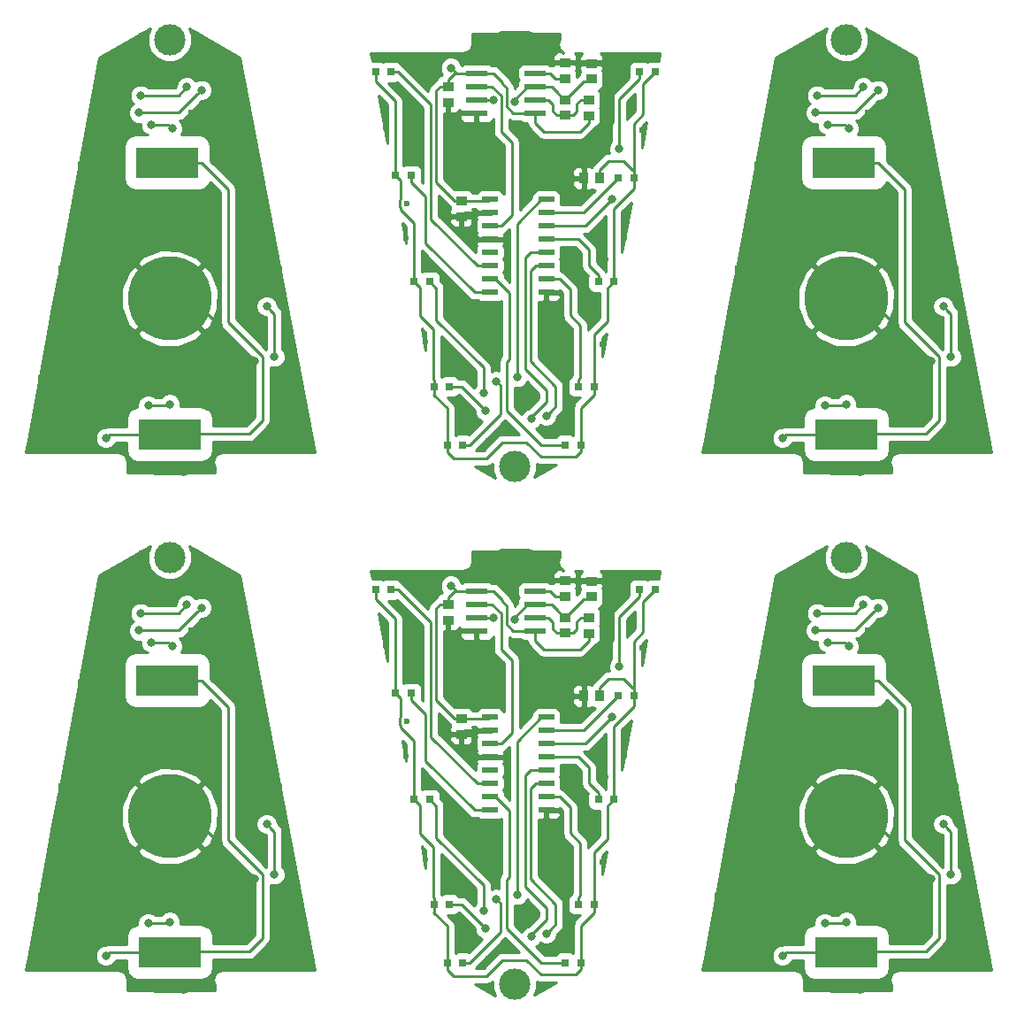
<source format=gbl>
G04 #@! TF.GenerationSoftware,KiCad,Pcbnew,no-vcs-found*
G04 #@! TF.CreationDate,2016-12-05T11:41:50+01:00*
G04 #@! TF.ProjectId,x-mas tree-pan,782D6D617320747265652D70616E2E6B,rev?*
G04 #@! TF.FileFunction,Copper,L2,Bot,Signal*
G04 #@! TF.FilePolarity,Positive*
%FSLAX46Y46*%
G04 Gerber Fmt 4.6, Leading zero omitted, Abs format (unit mm)*
G04 Created by KiCad (PCBNEW no-vcs-found) date Mon Dec  5 11:41:50 2016*
%MOMM*%
%LPD*%
G01*
G04 APERTURE LIST*
%ADD10C,0.100000*%
%ADD11C,0.600000*%
%ADD12C,2.999740*%
%ADD13C,8.000000*%
%ADD14R,6.000000X3.000000*%
%ADD15R,1.000760X0.899160*%
%ADD16R,1.998980X0.599440*%
%ADD17R,0.899160X1.000760*%
%ADD18R,0.797560X0.797560*%
%ADD19R,1.500000X0.550000*%
%ADD20C,0.800000*%
%ADD21C,0.250000*%
%ADD22C,0.254000*%
G04 APERTURE END LIST*
D10*
D11*
X106695000Y-149522000D03*
D12*
X112156000Y-135171000D03*
D11*
X105933000Y-144823000D03*
X107076000Y-140124000D03*
X109616000Y-137584000D03*
X109489000Y-134790000D03*
X114823000Y-134663000D03*
X119649000Y-149903000D03*
X123586000Y-169588000D03*
X102377000Y-167302000D03*
X103266000Y-173398000D03*
X101869000Y-160317000D03*
X101742000Y-157015000D03*
X122697000Y-157015000D03*
X120919000Y-154983000D03*
X120538000Y-146855000D03*
X103647000Y-147109000D03*
X99837000Y-167556000D03*
X124348000Y-167302000D03*
X114188000Y-142156000D03*
D13*
X112156000Y-159936000D03*
D14*
X112156000Y-172936000D03*
X111956000Y-146936000D03*
X111956000Y-97406000D03*
X112156000Y-123406000D03*
D13*
X112156000Y-110406000D03*
D11*
X114188000Y-92626000D03*
X124348000Y-117772000D03*
X99837000Y-118026000D03*
X103647000Y-97579000D03*
X120538000Y-97325000D03*
X120919000Y-105453000D03*
X122697000Y-107485000D03*
X101742000Y-107485000D03*
X101869000Y-110787000D03*
X103266000Y-123868000D03*
X102377000Y-117772000D03*
X123586000Y-120058000D03*
X119649000Y-100373000D03*
X114823000Y-85133000D03*
X109489000Y-85260000D03*
X109616000Y-88054000D03*
X107076000Y-90594000D03*
X105933000Y-95293000D03*
D12*
X112156000Y-85641000D03*
D11*
X106695000Y-99992000D03*
D15*
X87772000Y-87914660D03*
X87772000Y-89418340D03*
D11*
X74945000Y-112098000D03*
D16*
X76774000Y-92667000D03*
X76774000Y-91397000D03*
X76774000Y-90127000D03*
X76774000Y-88857000D03*
X82362000Y-88857000D03*
X82362000Y-90127000D03*
X82362000Y-91397000D03*
X82362000Y-92667000D03*
D17*
X88534000Y-98890000D03*
X87030320Y-98890000D03*
D15*
X87518000Y-92921000D03*
X87518000Y-91417320D03*
X85232000Y-92900680D03*
X85232000Y-91397000D03*
D18*
X68595000Y-88730000D03*
X67096400Y-88730000D03*
X69001400Y-98636000D03*
X70500000Y-98636000D03*
X72278000Y-108796000D03*
X70779400Y-108796000D03*
X72684400Y-118829000D03*
X74183000Y-118829000D03*
X75453000Y-124417000D03*
X73954400Y-124417000D03*
X86756000Y-124417000D03*
X85257400Y-124417000D03*
X88026000Y-118829000D03*
X86527400Y-118829000D03*
X88432400Y-108796000D03*
X89931000Y-108796000D03*
X91836000Y-98890000D03*
X90337400Y-98890000D03*
X92369400Y-88730000D03*
X93868000Y-88730000D03*
D15*
X75326000Y-102562840D03*
X75326000Y-101059160D03*
X85232000Y-89365000D03*
X85232000Y-87861320D03*
X74056000Y-90137160D03*
X74056000Y-91640840D03*
D12*
X80406000Y-126449000D03*
D11*
X74183000Y-116797000D03*
X75326000Y-121496000D03*
X77866000Y-124036000D03*
X77739000Y-126830000D03*
X83073000Y-126957000D03*
X87899000Y-111717000D03*
X91836000Y-92032000D03*
X70627000Y-94318000D03*
X71516000Y-88222000D03*
X70119000Y-101303000D03*
X69992000Y-104605000D03*
X90947000Y-104605000D03*
X89169000Y-106637000D03*
X88788000Y-114765000D03*
X71897000Y-114511000D03*
X68087000Y-94064000D03*
X92598000Y-94318000D03*
X82438000Y-119464000D03*
D19*
X83454000Y-100922000D03*
X83454000Y-102192000D03*
X83454000Y-103462000D03*
X83454000Y-104732000D03*
X83454000Y-106002000D03*
X83454000Y-107272000D03*
X83454000Y-108542000D03*
X78054000Y-109812000D03*
X78054000Y-108542000D03*
X78054000Y-107272000D03*
X78054000Y-106002000D03*
X78054000Y-104732000D03*
X78054000Y-103462000D03*
X83454000Y-109812000D03*
X78054000Y-102192000D03*
X78054000Y-100922000D03*
X78054000Y-150452000D03*
X78054000Y-151722000D03*
X83454000Y-159342000D03*
X78054000Y-152992000D03*
X78054000Y-154262000D03*
X78054000Y-155532000D03*
X78054000Y-156802000D03*
X78054000Y-158072000D03*
X78054000Y-159342000D03*
X83454000Y-158072000D03*
X83454000Y-156802000D03*
X83454000Y-155532000D03*
X83454000Y-154262000D03*
X83454000Y-152992000D03*
X83454000Y-151722000D03*
X83454000Y-150452000D03*
D11*
X82438000Y-168994000D03*
X92598000Y-143848000D03*
X68087000Y-143594000D03*
X71897000Y-164041000D03*
X88788000Y-164295000D03*
X89169000Y-156167000D03*
X90947000Y-154135000D03*
X69992000Y-154135000D03*
X70119000Y-150833000D03*
X71516000Y-137752000D03*
X70627000Y-143848000D03*
X91836000Y-141562000D03*
X87899000Y-161247000D03*
X83073000Y-176487000D03*
X77739000Y-176360000D03*
X77866000Y-173566000D03*
X75326000Y-171026000D03*
X74183000Y-166327000D03*
D12*
X80406000Y-175979000D03*
D15*
X74056000Y-141170840D03*
X74056000Y-139667160D03*
X85232000Y-137391320D03*
X85232000Y-138895000D03*
X75326000Y-150589160D03*
X75326000Y-152092840D03*
D18*
X93868000Y-138260000D03*
X92369400Y-138260000D03*
X90337400Y-148420000D03*
X91836000Y-148420000D03*
X89931000Y-158326000D03*
X88432400Y-158326000D03*
X86527400Y-168359000D03*
X88026000Y-168359000D03*
X85257400Y-173947000D03*
X86756000Y-173947000D03*
X73954400Y-173947000D03*
X75453000Y-173947000D03*
X74183000Y-168359000D03*
X72684400Y-168359000D03*
X70779400Y-158326000D03*
X72278000Y-158326000D03*
X70500000Y-148166000D03*
X69001400Y-148166000D03*
X67096400Y-138260000D03*
X68595000Y-138260000D03*
D15*
X85232000Y-140927000D03*
X85232000Y-142430680D03*
X87518000Y-140947320D03*
X87518000Y-142451000D03*
D17*
X87030320Y-148420000D03*
X88534000Y-148420000D03*
D16*
X82362000Y-142197000D03*
X82362000Y-140927000D03*
X82362000Y-139657000D03*
X82362000Y-138387000D03*
X76774000Y-138387000D03*
X76774000Y-139657000D03*
X76774000Y-140927000D03*
X76774000Y-142197000D03*
D11*
X74945000Y-161628000D03*
D15*
X87772000Y-138948340D03*
X87772000Y-137444660D03*
D11*
X41925000Y-99992000D03*
D12*
X47386000Y-85641000D03*
D11*
X41163000Y-95293000D03*
X42306000Y-90594000D03*
X44846000Y-88054000D03*
X44719000Y-85260000D03*
X50053000Y-85133000D03*
X54879000Y-100373000D03*
X58816000Y-120058000D03*
X37607000Y-117772000D03*
X38496000Y-123868000D03*
X37099000Y-110787000D03*
X36972000Y-107485000D03*
X57927000Y-107485000D03*
X56149000Y-105453000D03*
X55768000Y-97325000D03*
X38877000Y-97579000D03*
X35067000Y-118026000D03*
X59578000Y-117772000D03*
X49418000Y-92626000D03*
D13*
X47386000Y-110406000D03*
D14*
X47386000Y-123406000D03*
X47186000Y-97406000D03*
X47186000Y-146936000D03*
X47386000Y-172936000D03*
D13*
X47386000Y-159936000D03*
D11*
X49418000Y-142156000D03*
X59578000Y-167302000D03*
X35067000Y-167556000D03*
X38877000Y-147109000D03*
X55768000Y-146855000D03*
X56149000Y-154983000D03*
X57927000Y-157015000D03*
X36972000Y-157015000D03*
X37099000Y-160317000D03*
X38496000Y-173398000D03*
X37607000Y-167302000D03*
X58816000Y-169588000D03*
X54879000Y-149903000D03*
X50053000Y-134663000D03*
X44719000Y-134790000D03*
X44846000Y-137584000D03*
X42306000Y-140124000D03*
X41163000Y-144823000D03*
D12*
X47386000Y-135171000D03*
D11*
X41925000Y-149522000D03*
D20*
X116220000Y-150030000D03*
X105933000Y-167810000D03*
X120284000Y-165905000D03*
X120284000Y-116375000D03*
X105933000Y-118280000D03*
X116220000Y-100500000D03*
X84470000Y-111590000D03*
X74183000Y-93810000D03*
X88534000Y-95715000D03*
X88534000Y-145245000D03*
X74183000Y-143340000D03*
X84470000Y-161120000D03*
X51450000Y-100500000D03*
X41163000Y-118280000D03*
X55514000Y-116375000D03*
X55514000Y-165905000D03*
X41163000Y-167810000D03*
X51450000Y-150030000D03*
X106060000Y-173271000D03*
X106060000Y-123741000D03*
X74310000Y-88349000D03*
X74310000Y-137879000D03*
X41290000Y-123741000D03*
X41290000Y-173271000D03*
X112169010Y-170035954D03*
X110105978Y-170165328D03*
X110105978Y-120635328D03*
X112169010Y-120505954D03*
X80419010Y-91584046D03*
X78355978Y-91454672D03*
X78355978Y-140984672D03*
X80419010Y-141114046D03*
X47399010Y-120505954D03*
X45335978Y-120635328D03*
X45335978Y-170165328D03*
X47399010Y-170035954D03*
X122189000Y-165524000D03*
X121450485Y-160674515D03*
X121450485Y-111144515D03*
X122189000Y-115994000D03*
X90439000Y-96096000D03*
X89700485Y-100945485D03*
X89700485Y-150475485D03*
X90439000Y-145626000D03*
X57419000Y-115994000D03*
X56680485Y-111144515D03*
X56680485Y-160674515D03*
X57419000Y-165524000D03*
X110378000Y-143299000D03*
X112419000Y-143680000D03*
X112419000Y-94150000D03*
X110378000Y-93769000D03*
X78628000Y-118321000D03*
X80669000Y-117940000D03*
X80669000Y-167470000D03*
X78628000Y-167851000D03*
X45608000Y-93769000D03*
X47649000Y-94150000D03*
X47649000Y-143680000D03*
X45608000Y-143299000D03*
X113790222Y-139694991D03*
X109362000Y-140505000D03*
X109362000Y-90975000D03*
X113790222Y-90164991D03*
X82040222Y-121925009D03*
X77612000Y-121115000D03*
X77612000Y-170645000D03*
X82040222Y-171455009D03*
X49020222Y-90164991D03*
X44592000Y-90975000D03*
X44592000Y-140505000D03*
X49020222Y-139694991D03*
X109202102Y-142165588D03*
X115204000Y-139997000D03*
X115204000Y-90467000D03*
X109202102Y-92635588D03*
X77452102Y-119454412D03*
X83454000Y-121623000D03*
X83454000Y-171153000D03*
X77452102Y-168984412D03*
X44432102Y-92635588D03*
X50434000Y-90467000D03*
X50434000Y-139997000D03*
X44432102Y-142165588D03*
D21*
X114315000Y-159936000D02*
X120284000Y-165905000D01*
X112156000Y-159936000D02*
X114315000Y-159936000D01*
X105933000Y-166159000D02*
X105933000Y-167810000D01*
X112156000Y-159936000D02*
X105933000Y-166159000D01*
X116220000Y-155872000D02*
X116220000Y-150030000D01*
X112156000Y-159936000D02*
X116220000Y-155872000D01*
X112156000Y-110406000D02*
X116220000Y-106342000D01*
X116220000Y-106342000D02*
X116220000Y-100500000D01*
X112156000Y-110406000D02*
X105933000Y-116629000D01*
X105933000Y-116629000D02*
X105933000Y-118280000D01*
X112156000Y-110406000D02*
X114315000Y-110406000D01*
X114315000Y-110406000D02*
X120284000Y-116375000D01*
X74183000Y-91767840D02*
X74056000Y-91640840D01*
X74183000Y-93810000D02*
X74183000Y-91767840D01*
X88933999Y-95315001D02*
X88933999Y-94426001D01*
X88534000Y-95715000D02*
X88933999Y-95315001D01*
X88933999Y-94426001D02*
X89804000Y-93556000D01*
X89804000Y-93556000D02*
X89804000Y-88222000D01*
X89296000Y-87714000D02*
X87772000Y-87714000D01*
X89804000Y-88222000D02*
X89296000Y-87714000D01*
X75326000Y-92667000D02*
X74183000Y-93810000D01*
X76774000Y-92667000D02*
X75326000Y-92667000D01*
X85379320Y-87714000D02*
X85232000Y-87861320D01*
X87772000Y-87714000D02*
X85379320Y-87714000D01*
X75696840Y-102192000D02*
X75326000Y-102562840D01*
X77054000Y-104732000D02*
X76342000Y-104020000D01*
X78054000Y-104732000D02*
X77054000Y-104732000D01*
X76342000Y-103429000D02*
X76342000Y-102192000D01*
X76342000Y-102192000D02*
X75696840Y-102192000D01*
X76342000Y-104020000D02*
X76342000Y-103429000D01*
X78054000Y-102192000D02*
X76342000Y-102192000D01*
X78054000Y-151722000D02*
X76342000Y-151722000D01*
X76342000Y-153550000D02*
X76342000Y-152959000D01*
X76342000Y-151722000D02*
X75696840Y-151722000D01*
X76342000Y-152959000D02*
X76342000Y-151722000D01*
X78054000Y-154262000D02*
X77054000Y-154262000D01*
X77054000Y-154262000D02*
X76342000Y-153550000D01*
X75696840Y-151722000D02*
X75326000Y-152092840D01*
X87772000Y-137244000D02*
X85379320Y-137244000D01*
X85379320Y-137244000D02*
X85232000Y-137391320D01*
X76774000Y-142197000D02*
X75326000Y-142197000D01*
X75326000Y-142197000D02*
X74183000Y-143340000D01*
X89804000Y-137752000D02*
X89296000Y-137244000D01*
X89296000Y-137244000D02*
X87772000Y-137244000D01*
X89804000Y-143086000D02*
X89804000Y-137752000D01*
X88933999Y-143956001D02*
X89804000Y-143086000D01*
X88534000Y-145245000D02*
X88933999Y-144845001D01*
X88933999Y-144845001D02*
X88933999Y-143956001D01*
X74183000Y-143340000D02*
X74183000Y-141297840D01*
X74183000Y-141297840D02*
X74056000Y-141170840D01*
X49545000Y-110406000D02*
X55514000Y-116375000D01*
X47386000Y-110406000D02*
X49545000Y-110406000D01*
X41163000Y-116629000D02*
X41163000Y-118280000D01*
X47386000Y-110406000D02*
X41163000Y-116629000D01*
X51450000Y-106342000D02*
X51450000Y-100500000D01*
X47386000Y-110406000D02*
X51450000Y-106342000D01*
X47386000Y-159936000D02*
X51450000Y-155872000D01*
X51450000Y-155872000D02*
X51450000Y-150030000D01*
X47386000Y-159936000D02*
X41163000Y-166159000D01*
X41163000Y-166159000D02*
X41163000Y-167810000D01*
X47386000Y-159936000D02*
X49545000Y-159936000D01*
X49545000Y-159936000D02*
X55514000Y-165905000D01*
X112202000Y-172890000D02*
X112156000Y-172936000D01*
X119776000Y-172890000D02*
X112202000Y-172890000D01*
X121059001Y-171606999D02*
X119776000Y-172890000D01*
X117744000Y-149474000D02*
X117744000Y-162217998D01*
X115206000Y-146936000D02*
X117744000Y-149474000D01*
X121059001Y-165532999D02*
X121059001Y-171606999D01*
X117744000Y-162217998D02*
X121059001Y-165532999D01*
X111956000Y-146936000D02*
X115206000Y-146936000D01*
X106395000Y-172936000D02*
X106060000Y-173271000D01*
X112156000Y-172936000D02*
X106395000Y-172936000D01*
X112156000Y-123406000D02*
X106395000Y-123406000D01*
X106395000Y-123406000D02*
X106060000Y-123741000D01*
X111956000Y-97406000D02*
X115206000Y-97406000D01*
X117744000Y-112687998D02*
X121059001Y-116002999D01*
X121059001Y-116002999D02*
X121059001Y-122076999D01*
X115206000Y-97406000D02*
X117744000Y-99944000D01*
X117744000Y-99944000D02*
X117744000Y-112687998D01*
X121059001Y-122076999D02*
X119776000Y-123360000D01*
X119776000Y-123360000D02*
X112202000Y-123360000D01*
X112202000Y-123360000D02*
X112156000Y-123406000D01*
X74056000Y-89437580D02*
X74056000Y-90137160D01*
X74636580Y-88857000D02*
X74056000Y-89437580D01*
X76774000Y-88857000D02*
X74636580Y-88857000D01*
X74056000Y-90137160D02*
X73305620Y-90137160D01*
X87518000Y-92921000D02*
X87518000Y-93620580D01*
X82362000Y-93607000D02*
X82362000Y-92667000D01*
X82362000Y-92667000D02*
X80279000Y-92667000D01*
X79644000Y-92032000D02*
X79644000Y-91969048D01*
X80279000Y-92667000D02*
X79644000Y-92032000D01*
X79644000Y-90254000D02*
X79644000Y-91969048D01*
X79263000Y-89746000D02*
X79263000Y-89873000D01*
X78374000Y-88857000D02*
X79263000Y-89746000D01*
X79263000Y-89873000D02*
X79644000Y-90254000D01*
X76774000Y-88857000D02*
X78374000Y-88857000D01*
X79644000Y-91969048D02*
X79644000Y-91143000D01*
X73305620Y-90137160D02*
X72913000Y-90529780D01*
X72913000Y-90529780D02*
X72913000Y-98763000D01*
X87518000Y-93620580D02*
X86693580Y-94445000D01*
X86693580Y-94445000D02*
X83200000Y-94445000D01*
X83200000Y-94445000D02*
X82362000Y-93607000D01*
X72913000Y-99271000D02*
X74701160Y-101059160D01*
X74701160Y-101059160D02*
X75326000Y-101059160D01*
X72913000Y-98763000D02*
X72913000Y-99271000D01*
X77916840Y-101059160D02*
X78054000Y-100922000D01*
X75326000Y-101059160D02*
X77916840Y-101059160D01*
X76774000Y-88857000D02*
X74818000Y-88857000D01*
X74818000Y-88857000D02*
X74709999Y-88748999D01*
X74709999Y-88748999D02*
X74310000Y-88349000D01*
X74709999Y-138278999D02*
X74310000Y-137879000D01*
X74818000Y-138387000D02*
X74709999Y-138278999D01*
X76774000Y-138387000D02*
X74818000Y-138387000D01*
X75326000Y-150589160D02*
X77916840Y-150589160D01*
X77916840Y-150589160D02*
X78054000Y-150452000D01*
X72913000Y-148293000D02*
X72913000Y-148801000D01*
X74701160Y-150589160D02*
X75326000Y-150589160D01*
X72913000Y-148801000D02*
X74701160Y-150589160D01*
X83200000Y-143975000D02*
X82362000Y-143137000D01*
X86693580Y-143975000D02*
X83200000Y-143975000D01*
X87518000Y-143150580D02*
X86693580Y-143975000D01*
X72913000Y-140059780D02*
X72913000Y-148293000D01*
X73305620Y-139667160D02*
X72913000Y-140059780D01*
X79644000Y-141499048D02*
X79644000Y-140673000D01*
X76774000Y-138387000D02*
X78374000Y-138387000D01*
X79263000Y-139403000D02*
X79644000Y-139784000D01*
X78374000Y-138387000D02*
X79263000Y-139276000D01*
X79263000Y-139276000D02*
X79263000Y-139403000D01*
X79644000Y-139784000D02*
X79644000Y-141499048D01*
X80279000Y-142197000D02*
X79644000Y-141562000D01*
X79644000Y-141562000D02*
X79644000Y-141499048D01*
X82362000Y-142197000D02*
X80279000Y-142197000D01*
X82362000Y-143137000D02*
X82362000Y-142197000D01*
X87518000Y-142451000D02*
X87518000Y-143150580D01*
X74056000Y-139667160D02*
X73305620Y-139667160D01*
X76774000Y-138387000D02*
X74636580Y-138387000D01*
X74636580Y-138387000D02*
X74056000Y-138967580D01*
X74056000Y-138967580D02*
X74056000Y-139667160D01*
X47432000Y-123360000D02*
X47386000Y-123406000D01*
X55006000Y-123360000D02*
X47432000Y-123360000D01*
X56289001Y-122076999D02*
X55006000Y-123360000D01*
X52974000Y-99944000D02*
X52974000Y-112687998D01*
X50436000Y-97406000D02*
X52974000Y-99944000D01*
X56289001Y-116002999D02*
X56289001Y-122076999D01*
X52974000Y-112687998D02*
X56289001Y-116002999D01*
X47186000Y-97406000D02*
X50436000Y-97406000D01*
X41625000Y-123406000D02*
X41290000Y-123741000D01*
X47386000Y-123406000D02*
X41625000Y-123406000D01*
X47386000Y-172936000D02*
X41625000Y-172936000D01*
X41625000Y-172936000D02*
X41290000Y-173271000D01*
X47186000Y-146936000D02*
X50436000Y-146936000D01*
X52974000Y-162217998D02*
X56289001Y-165532999D01*
X56289001Y-165532999D02*
X56289001Y-171606999D01*
X50436000Y-146936000D02*
X52974000Y-149474000D01*
X52974000Y-149474000D02*
X52974000Y-162217998D01*
X56289001Y-171606999D02*
X55006000Y-172890000D01*
X55006000Y-172890000D02*
X47432000Y-172890000D01*
X47432000Y-172890000D02*
X47386000Y-172936000D01*
X84343000Y-89365000D02*
X85232000Y-89365000D01*
X82362000Y-88857000D02*
X83835000Y-88857000D01*
X83835000Y-88857000D02*
X84343000Y-89365000D01*
X83835000Y-138387000D02*
X84343000Y-138895000D01*
X82362000Y-138387000D02*
X83835000Y-138387000D01*
X84343000Y-138895000D02*
X85232000Y-138895000D01*
X110105978Y-170165328D02*
X112039636Y-170165328D01*
X112039636Y-170165328D02*
X112169010Y-170035954D01*
X112039636Y-120635328D02*
X112169010Y-120505954D01*
X110105978Y-120635328D02*
X112039636Y-120635328D01*
X85181200Y-91397000D02*
X85232000Y-91397000D01*
X84481620Y-90697420D02*
X85181200Y-91397000D01*
X87060800Y-89619000D02*
X85282800Y-91397000D01*
X85282800Y-91397000D02*
X85232000Y-91397000D01*
X87772000Y-89619000D02*
X87060800Y-89619000D01*
X76774000Y-91397000D02*
X78298306Y-91397000D01*
X78298306Y-91397000D02*
X78355978Y-91454672D01*
X84481620Y-90646620D02*
X84481620Y-90697420D01*
X83962000Y-90127000D02*
X84481620Y-90646620D01*
X82362000Y-90127000D02*
X83962000Y-90127000D01*
X80419010Y-91370220D02*
X80419010Y-91584046D01*
X82362000Y-90127000D02*
X81662230Y-90127000D01*
X81662230Y-90127000D02*
X80419010Y-91370220D01*
X81662230Y-139657000D02*
X80419010Y-140900220D01*
X82362000Y-139657000D02*
X81662230Y-139657000D01*
X80419010Y-140900220D02*
X80419010Y-141114046D01*
X82362000Y-139657000D02*
X83962000Y-139657000D01*
X83962000Y-139657000D02*
X84481620Y-140176620D01*
X84481620Y-140176620D02*
X84481620Y-140227420D01*
X78298306Y-140927000D02*
X78355978Y-140984672D01*
X76774000Y-140927000D02*
X78298306Y-140927000D01*
X87772000Y-139149000D02*
X87060800Y-139149000D01*
X85282800Y-140927000D02*
X85232000Y-140927000D01*
X87060800Y-139149000D02*
X85282800Y-140927000D01*
X84481620Y-140227420D02*
X85181200Y-140927000D01*
X85181200Y-140927000D02*
X85232000Y-140927000D01*
X45335978Y-120635328D02*
X47269636Y-120635328D01*
X47269636Y-120635328D02*
X47399010Y-120505954D01*
X47269636Y-170165328D02*
X47399010Y-170035954D01*
X45335978Y-170165328D02*
X47269636Y-170165328D01*
X88534000Y-98139620D02*
X89434620Y-97239000D01*
X88534000Y-98890000D02*
X88534000Y-98139620D01*
X91722780Y-98128000D02*
X91836000Y-98128000D01*
X90833780Y-97239000D02*
X91722780Y-98128000D01*
X89434620Y-97239000D02*
X90833780Y-97239000D01*
X91836000Y-98128000D02*
X91836000Y-98890000D01*
X91836000Y-99906000D02*
X91836000Y-98890000D01*
X89931000Y-101811000D02*
X91836000Y-99906000D01*
X89931000Y-108796000D02*
X89931000Y-101811000D01*
X86756000Y-120861000D02*
X86756000Y-124417000D01*
X88026000Y-119591000D02*
X86756000Y-120861000D01*
X88026000Y-118829000D02*
X88026000Y-119591000D01*
X74564000Y-125687000D02*
X73954400Y-125077400D01*
X79263000Y-124163000D02*
X77739000Y-125687000D01*
X73954400Y-125077400D02*
X73954400Y-124417000D01*
X77739000Y-125687000D02*
X74564000Y-125687000D01*
X81549000Y-124163000D02*
X79263000Y-124163000D01*
X82946000Y-125560000D02*
X81549000Y-124163000D01*
X86261780Y-125560000D02*
X82946000Y-125560000D01*
X86756000Y-125065780D02*
X86261780Y-125560000D01*
X86756000Y-124417000D02*
X86756000Y-125065780D01*
X72684400Y-119565600D02*
X72684400Y-118829000D01*
X72659000Y-119591000D02*
X72684400Y-119565600D01*
X73954400Y-120886400D02*
X72659000Y-119591000D01*
X73954400Y-124417000D02*
X73954400Y-120886400D01*
X67096400Y-89644400D02*
X67096400Y-88730000D01*
X68976000Y-91524000D02*
X67096400Y-89644400D01*
X68976000Y-97961820D02*
X68976000Y-91524000D01*
X69001400Y-97987220D02*
X68976000Y-97961820D01*
X69001400Y-98636000D02*
X69001400Y-97987220D01*
X91836000Y-93683000D02*
X91836000Y-98128000D01*
X92725000Y-92794000D02*
X91836000Y-93683000D01*
X92725000Y-89873000D02*
X92725000Y-92794000D01*
X93868000Y-88730000D02*
X92725000Y-89873000D01*
X69484000Y-99118600D02*
X69001400Y-98636000D01*
X69443999Y-100978999D02*
X69484000Y-100938998D01*
X69484000Y-101667002D02*
X69443999Y-101627001D01*
X69484000Y-101938000D02*
X69484000Y-101667002D01*
X69484000Y-100938998D02*
X69484000Y-99118600D01*
X69443999Y-101627001D02*
X69443999Y-100978999D01*
X70754000Y-103208000D02*
X69484000Y-101938000D01*
X70754000Y-108121820D02*
X70754000Y-103208000D01*
X70779400Y-108147220D02*
X70754000Y-108121820D01*
X70779400Y-108796000D02*
X70779400Y-108147220D01*
X88026000Y-113876000D02*
X88026000Y-118829000D01*
X89296000Y-112606000D02*
X88026000Y-113876000D01*
X89296000Y-109431000D02*
X89296000Y-112606000D01*
X89931000Y-108796000D02*
X89296000Y-109431000D01*
X71389000Y-109405600D02*
X70779400Y-108796000D01*
X72659000Y-113368000D02*
X71389000Y-112098000D01*
X72684400Y-118180220D02*
X72659000Y-118154820D01*
X71389000Y-112098000D02*
X71389000Y-109405600D01*
X72659000Y-118154820D02*
X72659000Y-113368000D01*
X72684400Y-118829000D02*
X72684400Y-118180220D01*
X72684400Y-168359000D02*
X72684400Y-167710220D01*
X72659000Y-167684820D02*
X72659000Y-162898000D01*
X71389000Y-161628000D02*
X71389000Y-158935600D01*
X72684400Y-167710220D02*
X72659000Y-167684820D01*
X72659000Y-162898000D02*
X71389000Y-161628000D01*
X71389000Y-158935600D02*
X70779400Y-158326000D01*
X89931000Y-158326000D02*
X89296000Y-158961000D01*
X89296000Y-158961000D02*
X89296000Y-162136000D01*
X89296000Y-162136000D02*
X88026000Y-163406000D01*
X88026000Y-163406000D02*
X88026000Y-168359000D01*
X70779400Y-158326000D02*
X70779400Y-157677220D01*
X70779400Y-157677220D02*
X70754000Y-157651820D01*
X70754000Y-157651820D02*
X70754000Y-152738000D01*
X70754000Y-152738000D02*
X69484000Y-151468000D01*
X69443999Y-151157001D02*
X69443999Y-150508999D01*
X69484000Y-150468998D02*
X69484000Y-148648600D01*
X69484000Y-151468000D02*
X69484000Y-151197002D01*
X69484000Y-151197002D02*
X69443999Y-151157001D01*
X69443999Y-150508999D02*
X69484000Y-150468998D01*
X69484000Y-148648600D02*
X69001400Y-148166000D01*
X93868000Y-138260000D02*
X92725000Y-139403000D01*
X92725000Y-139403000D02*
X92725000Y-142324000D01*
X92725000Y-142324000D02*
X91836000Y-143213000D01*
X91836000Y-143213000D02*
X91836000Y-147658000D01*
X69001400Y-148166000D02*
X69001400Y-147517220D01*
X69001400Y-147517220D02*
X68976000Y-147491820D01*
X68976000Y-147491820D02*
X68976000Y-141054000D01*
X68976000Y-141054000D02*
X67096400Y-139174400D01*
X67096400Y-139174400D02*
X67096400Y-138260000D01*
X73954400Y-173947000D02*
X73954400Y-170416400D01*
X73954400Y-170416400D02*
X72659000Y-169121000D01*
X72659000Y-169121000D02*
X72684400Y-169095600D01*
X72684400Y-169095600D02*
X72684400Y-168359000D01*
X86756000Y-173947000D02*
X86756000Y-174595780D01*
X86756000Y-174595780D02*
X86261780Y-175090000D01*
X86261780Y-175090000D02*
X82946000Y-175090000D01*
X82946000Y-175090000D02*
X81549000Y-173693000D01*
X81549000Y-173693000D02*
X79263000Y-173693000D01*
X77739000Y-175217000D02*
X74564000Y-175217000D01*
X73954400Y-174607400D02*
X73954400Y-173947000D01*
X79263000Y-173693000D02*
X77739000Y-175217000D01*
X74564000Y-175217000D02*
X73954400Y-174607400D01*
X88026000Y-168359000D02*
X88026000Y-169121000D01*
X88026000Y-169121000D02*
X86756000Y-170391000D01*
X86756000Y-170391000D02*
X86756000Y-173947000D01*
X89931000Y-158326000D02*
X89931000Y-151341000D01*
X89931000Y-151341000D02*
X91836000Y-149436000D01*
X91836000Y-149436000D02*
X91836000Y-148420000D01*
X91836000Y-147658000D02*
X91836000Y-148420000D01*
X89434620Y-146769000D02*
X90833780Y-146769000D01*
X90833780Y-146769000D02*
X91722780Y-147658000D01*
X91722780Y-147658000D02*
X91836000Y-147658000D01*
X88534000Y-148420000D02*
X88534000Y-147669620D01*
X88534000Y-147669620D02*
X89434620Y-146769000D01*
X121850484Y-161074514D02*
X121450485Y-160674515D01*
X122189000Y-165524000D02*
X122189000Y-161413030D01*
X122189000Y-161413030D02*
X121850484Y-161074514D01*
X122189000Y-111883030D02*
X121850484Y-111544514D01*
X122189000Y-115994000D02*
X122189000Y-111883030D01*
X121850484Y-111544514D02*
X121450485Y-111144515D01*
X92369400Y-88730000D02*
X92369400Y-89378780D01*
X92369400Y-89378780D02*
X90439000Y-91309180D01*
X90439000Y-91309180D02*
X90439000Y-96096000D01*
X83454000Y-103462000D02*
X87183970Y-103462000D01*
X89300486Y-101345484D02*
X89700485Y-100945485D01*
X87183970Y-103462000D02*
X89300486Y-101345484D01*
X87183970Y-152992000D02*
X89300486Y-150875484D01*
X89300486Y-150875484D02*
X89700485Y-150475485D01*
X83454000Y-152992000D02*
X87183970Y-152992000D01*
X90439000Y-140839180D02*
X90439000Y-145626000D01*
X92369400Y-138908780D02*
X90439000Y-140839180D01*
X92369400Y-138260000D02*
X92369400Y-138908780D01*
X57080484Y-111544514D02*
X56680485Y-111144515D01*
X57419000Y-115994000D02*
X57419000Y-111883030D01*
X57419000Y-111883030D02*
X57080484Y-111544514D01*
X57419000Y-161413030D02*
X57080484Y-161074514D01*
X57419000Y-165524000D02*
X57419000Y-161413030D01*
X57080484Y-161074514D02*
X56680485Y-160674515D01*
X87035400Y-102192000D02*
X90337400Y-98890000D01*
X83454000Y-102192000D02*
X87035400Y-102192000D01*
X83454000Y-151722000D02*
X87035400Y-151722000D01*
X87035400Y-151722000D02*
X90337400Y-148420000D01*
X88432400Y-108796000D02*
X88432400Y-108147220D01*
X88432400Y-108147220D02*
X87518000Y-107232820D01*
X86502000Y-104732000D02*
X87518000Y-105748000D01*
X83454000Y-104732000D02*
X86502000Y-104732000D01*
X87518000Y-107232820D02*
X87518000Y-105748000D01*
X87518000Y-156762820D02*
X87518000Y-155278000D01*
X83454000Y-154262000D02*
X86502000Y-154262000D01*
X86502000Y-154262000D02*
X87518000Y-155278000D01*
X88432400Y-157677220D02*
X87518000Y-156762820D01*
X88432400Y-158326000D02*
X88432400Y-157677220D01*
X86527400Y-118829000D02*
X86527400Y-118180220D01*
X86527400Y-118180220D02*
X86681047Y-118026573D01*
X86681047Y-118026573D02*
X86681047Y-112968798D01*
X86681047Y-112968798D02*
X85740000Y-112027751D01*
X83454000Y-108542000D02*
X84724000Y-108542000D01*
X85740000Y-109558000D02*
X85740000Y-112027751D01*
X84724000Y-108542000D02*
X85740000Y-109558000D01*
X84724000Y-158072000D02*
X85740000Y-159088000D01*
X85740000Y-159088000D02*
X85740000Y-161557751D01*
X83454000Y-158072000D02*
X84724000Y-158072000D01*
X86681047Y-162498798D02*
X85740000Y-161557751D01*
X86681047Y-167556573D02*
X86681047Y-162498798D01*
X86527400Y-167710220D02*
X86681047Y-167556573D01*
X86527400Y-168359000D02*
X86527400Y-167710220D01*
X78529000Y-108542000D02*
X78054000Y-108542000D01*
X79898000Y-116231996D02*
X79898000Y-109911000D01*
X79644000Y-116485996D02*
X79898000Y-116231996D01*
X79644000Y-121115000D02*
X79644000Y-116485996D01*
X82946000Y-124417000D02*
X79644000Y-121115000D01*
X79898000Y-109911000D02*
X78529000Y-108542000D01*
X85257400Y-124417000D02*
X82946000Y-124417000D01*
X85257400Y-173947000D02*
X82946000Y-173947000D01*
X79898000Y-159441000D02*
X78529000Y-158072000D01*
X82946000Y-173947000D02*
X79644000Y-170645000D01*
X79644000Y-170645000D02*
X79644000Y-166015996D01*
X79644000Y-166015996D02*
X79898000Y-165761996D01*
X79898000Y-165761996D02*
X79898000Y-159441000D01*
X78529000Y-158072000D02*
X78054000Y-158072000D01*
X112038000Y-143299000D02*
X112419000Y-143680000D01*
X110378000Y-143299000D02*
X112038000Y-143299000D01*
X110378000Y-93769000D02*
X112038000Y-93769000D01*
X112038000Y-93769000D02*
X112419000Y-94150000D01*
X82979000Y-100922000D02*
X83454000Y-100922000D01*
X80669000Y-103232000D02*
X82979000Y-100922000D01*
X80669000Y-117940000D02*
X80669000Y-103232000D01*
X79027999Y-121490781D02*
X79027999Y-118720999D01*
X75453000Y-124417000D02*
X76101780Y-124417000D01*
X76101780Y-124417000D02*
X79027999Y-121490781D01*
X79027999Y-118720999D02*
X78628000Y-118321000D01*
X79027999Y-168250999D02*
X78628000Y-167851000D01*
X76101780Y-173947000D02*
X79027999Y-171020781D01*
X75453000Y-173947000D02*
X76101780Y-173947000D01*
X79027999Y-171020781D02*
X79027999Y-168250999D01*
X80669000Y-167470000D02*
X80669000Y-152762000D01*
X80669000Y-152762000D02*
X82979000Y-150452000D01*
X82979000Y-150452000D02*
X83454000Y-150452000D01*
X47268000Y-93769000D02*
X47649000Y-94150000D01*
X45608000Y-93769000D02*
X47268000Y-93769000D01*
X45608000Y-143299000D02*
X47268000Y-143299000D01*
X47268000Y-143299000D02*
X47649000Y-143680000D01*
X113790222Y-139694991D02*
X112980213Y-140505000D01*
X112980213Y-140505000D02*
X109927685Y-140505000D01*
X109927685Y-140505000D02*
X109362000Y-140505000D01*
X109927685Y-90975000D02*
X109362000Y-90975000D01*
X112980213Y-90975000D02*
X109927685Y-90975000D01*
X113790222Y-90164991D02*
X112980213Y-90975000D01*
X82040222Y-121698193D02*
X82040222Y-121925009D01*
X83486013Y-119183598D02*
X83486013Y-120252402D01*
X81803000Y-117500585D02*
X83486013Y-119183598D01*
X83486013Y-120252402D02*
X82040222Y-121698193D01*
X81803000Y-117500585D02*
X81744585Y-117500585D01*
X81744585Y-117500585D02*
X81422000Y-117178000D01*
X81422000Y-117178000D02*
X81422000Y-106510000D01*
X81930000Y-106002000D02*
X83454000Y-106002000D01*
X81422000Y-106510000D02*
X81930000Y-106002000D01*
X74183000Y-118829000D02*
X75326000Y-118829000D01*
X75326000Y-118829000D02*
X77212001Y-120715001D01*
X77212001Y-120715001D02*
X77612000Y-121115000D01*
X77212001Y-170245001D02*
X77612000Y-170645000D01*
X75326000Y-168359000D02*
X77212001Y-170245001D01*
X74183000Y-168359000D02*
X75326000Y-168359000D01*
X81422000Y-156040000D02*
X81930000Y-155532000D01*
X81930000Y-155532000D02*
X83454000Y-155532000D01*
X81422000Y-166708000D02*
X81422000Y-156040000D01*
X81744585Y-167030585D02*
X81422000Y-166708000D01*
X81803000Y-167030585D02*
X81744585Y-167030585D01*
X83486013Y-169782402D02*
X82040222Y-171228193D01*
X81803000Y-167030585D02*
X83486013Y-168713598D01*
X83486013Y-168713598D02*
X83486013Y-169782402D01*
X82040222Y-171228193D02*
X82040222Y-171455009D01*
X49020222Y-90164991D02*
X48210213Y-90975000D01*
X48210213Y-90975000D02*
X45157685Y-90975000D01*
X45157685Y-90975000D02*
X44592000Y-90975000D01*
X45157685Y-140505000D02*
X44592000Y-140505000D01*
X48210213Y-140505000D02*
X45157685Y-140505000D01*
X49020222Y-139694991D02*
X48210213Y-140505000D01*
X109202102Y-142165588D02*
X113035412Y-142165588D01*
X113035412Y-142165588D02*
X114804001Y-140396999D01*
X114804001Y-140396999D02*
X115204000Y-139997000D01*
X114804001Y-90866999D02*
X115204000Y-90467000D01*
X113035412Y-92635588D02*
X114804001Y-90866999D01*
X109202102Y-92635588D02*
X113035412Y-92635588D01*
X83853999Y-121223001D02*
X83454000Y-121623000D01*
X84343000Y-120734000D02*
X83853999Y-121223001D01*
X84343000Y-118829000D02*
X84343000Y-120734000D01*
X81930000Y-116416000D02*
X84343000Y-118829000D01*
X81930000Y-107796000D02*
X81930000Y-116416000D01*
X82454000Y-107272000D02*
X81930000Y-107796000D01*
X83454000Y-107272000D02*
X82454000Y-107272000D01*
X77452102Y-118888727D02*
X77452102Y-119454412D01*
X77452102Y-117018102D02*
X77452102Y-118888727D01*
X72913000Y-112479000D02*
X77452102Y-117018102D01*
X72913000Y-109431000D02*
X72913000Y-112479000D01*
X72278000Y-108796000D02*
X72913000Y-109431000D01*
X72278000Y-158326000D02*
X72913000Y-158961000D01*
X72913000Y-158961000D02*
X72913000Y-162009000D01*
X72913000Y-162009000D02*
X77452102Y-166548102D01*
X77452102Y-166548102D02*
X77452102Y-168418727D01*
X77452102Y-168418727D02*
X77452102Y-168984412D01*
X83454000Y-156802000D02*
X82454000Y-156802000D01*
X82454000Y-156802000D02*
X81930000Y-157326000D01*
X81930000Y-157326000D02*
X81930000Y-165946000D01*
X81930000Y-165946000D02*
X84343000Y-168359000D01*
X84343000Y-168359000D02*
X84343000Y-170264000D01*
X84343000Y-170264000D02*
X83853999Y-170753001D01*
X83853999Y-170753001D02*
X83454000Y-171153000D01*
X44432102Y-92635588D02*
X48265412Y-92635588D01*
X48265412Y-92635588D02*
X50034001Y-90866999D01*
X50034001Y-90866999D02*
X50434000Y-90467000D01*
X50034001Y-140396999D02*
X50434000Y-139997000D01*
X48265412Y-142165588D02*
X50034001Y-140396999D01*
X44432102Y-142165588D02*
X48265412Y-142165588D01*
X76596000Y-109812000D02*
X78054000Y-109812000D01*
X71897000Y-105113000D02*
X76596000Y-109812000D01*
X71897000Y-100681780D02*
X71897000Y-105113000D01*
X70500000Y-99284780D02*
X71897000Y-100681780D01*
X70500000Y-98636000D02*
X70500000Y-99284780D01*
X70500000Y-148166000D02*
X70500000Y-148814780D01*
X70500000Y-148814780D02*
X71897000Y-150211780D01*
X71897000Y-150211780D02*
X71897000Y-154643000D01*
X71897000Y-154643000D02*
X76596000Y-159342000D01*
X76596000Y-159342000D02*
X78054000Y-159342000D01*
X72397010Y-102819010D02*
X76850000Y-107272000D01*
X72397010Y-91883230D02*
X72397010Y-102819010D01*
X76850000Y-107272000D02*
X78054000Y-107272000D01*
X69243780Y-88730000D02*
X72397010Y-91883230D01*
X68595000Y-88730000D02*
X69243780Y-88730000D01*
X68595000Y-138260000D02*
X69243780Y-138260000D01*
X69243780Y-138260000D02*
X72397010Y-141413230D01*
X76850000Y-156802000D02*
X78054000Y-156802000D01*
X72397010Y-141413230D02*
X72397010Y-152349010D01*
X72397010Y-152349010D02*
X76850000Y-156802000D01*
X83611490Y-91397000D02*
X84089000Y-91874510D01*
X82362000Y-91397000D02*
X83611490Y-91397000D01*
X84089000Y-91874510D02*
X84089000Y-92540000D01*
X84449680Y-92900680D02*
X85232000Y-92900680D01*
X84089000Y-92540000D02*
X84449680Y-92900680D01*
X85982380Y-92900680D02*
X86375000Y-92508060D01*
X85232000Y-92900680D02*
X85982380Y-92900680D01*
X86375000Y-92508060D02*
X86375000Y-91778000D01*
X86735680Y-91417320D02*
X87518000Y-91417320D01*
X86375000Y-91778000D02*
X86735680Y-91417320D01*
X86375000Y-141308000D02*
X86735680Y-140947320D01*
X86735680Y-140947320D02*
X87518000Y-140947320D01*
X86375000Y-142038060D02*
X86375000Y-141308000D01*
X85232000Y-142430680D02*
X85982380Y-142430680D01*
X85982380Y-142430680D02*
X86375000Y-142038060D01*
X84089000Y-142070000D02*
X84449680Y-142430680D01*
X84449680Y-142430680D02*
X85232000Y-142430680D01*
X84089000Y-141404510D02*
X84089000Y-142070000D01*
X82362000Y-140927000D02*
X83611490Y-140927000D01*
X83611490Y-140927000D02*
X84089000Y-141404510D01*
X78253054Y-90127000D02*
X76774000Y-90127000D01*
X79130988Y-91004934D02*
X78253054Y-90127000D01*
X80152000Y-95461000D02*
X79130988Y-94439988D01*
X80152000Y-102446000D02*
X80152000Y-95461000D01*
X79130988Y-94439988D02*
X79130988Y-91004934D01*
X79136000Y-103462000D02*
X80152000Y-102446000D01*
X78054000Y-103462000D02*
X79136000Y-103462000D01*
X78054000Y-152992000D02*
X79136000Y-152992000D01*
X79136000Y-152992000D02*
X80152000Y-151976000D01*
X79130988Y-143969988D02*
X79130988Y-140534934D01*
X80152000Y-151976000D02*
X80152000Y-144991000D01*
X80152000Y-144991000D02*
X79130988Y-143969988D01*
X79130988Y-140534934D02*
X78253054Y-139657000D01*
X78253054Y-139657000D02*
X76774000Y-139657000D01*
D22*
G36*
X45251501Y-134744485D02*
X45250760Y-135593789D01*
X45575090Y-136378727D01*
X46175114Y-136979800D01*
X46959485Y-137305499D01*
X47808789Y-137306240D01*
X48593727Y-136981910D01*
X49194800Y-136381886D01*
X49520499Y-135597515D01*
X49521240Y-134748211D01*
X49250433Y-134092807D01*
X54085774Y-136878384D01*
X61302031Y-174672000D01*
X52466000Y-174672000D01*
X52127325Y-174739367D01*
X51840210Y-174931210D01*
X51648367Y-175218325D01*
X51581000Y-175557000D01*
X51648367Y-175895675D01*
X51756000Y-176056760D01*
X51756000Y-176577000D01*
X49164000Y-176577000D01*
X48825325Y-176644367D01*
X48686808Y-176736921D01*
X48542831Y-176677137D01*
X48230539Y-176676864D01*
X48136124Y-176715875D01*
X48042831Y-176677137D01*
X47730539Y-176676864D01*
X47636124Y-176715875D01*
X47542831Y-176677137D01*
X47230539Y-176676864D01*
X47136124Y-176715875D01*
X47042831Y-176677137D01*
X46730539Y-176676864D01*
X46636124Y-176715875D01*
X46542831Y-176677137D01*
X46230539Y-176676864D01*
X46163665Y-176704496D01*
X46073675Y-176644367D01*
X45735000Y-176577000D01*
X43318000Y-176577000D01*
X43318000Y-175557000D01*
X43250633Y-175218325D01*
X43058790Y-174931210D01*
X42771675Y-174739367D01*
X42433000Y-174672000D01*
X33591876Y-174672000D01*
X33814438Y-173475971D01*
X40254821Y-173475971D01*
X40412058Y-173856515D01*
X40702954Y-174147919D01*
X41083223Y-174305820D01*
X41494971Y-174306179D01*
X41875515Y-174148942D01*
X42166919Y-173858046D01*
X42234206Y-173696000D01*
X43236921Y-173696000D01*
X43236921Y-174436000D01*
X43324389Y-174875733D01*
X43573478Y-175248522D01*
X43946267Y-175497611D01*
X44386000Y-175585079D01*
X50386000Y-175585079D01*
X50825733Y-175497611D01*
X51198522Y-175248522D01*
X51447611Y-174875733D01*
X51535079Y-174436000D01*
X51535079Y-173650000D01*
X55006000Y-173650000D01*
X55296839Y-173592148D01*
X55543401Y-173427401D01*
X56826402Y-172144400D01*
X56991149Y-171897839D01*
X57000747Y-171849585D01*
X57049001Y-171606999D01*
X57049001Y-166491045D01*
X57212223Y-166558820D01*
X57623971Y-166559179D01*
X58004515Y-166401942D01*
X58295919Y-166111046D01*
X58453820Y-165730777D01*
X58454179Y-165319029D01*
X58296942Y-164938485D01*
X58179000Y-164820337D01*
X58179000Y-161413030D01*
X58121148Y-161122191D01*
X57956401Y-160875629D01*
X57715520Y-160634748D01*
X57715664Y-160469544D01*
X57558427Y-160089000D01*
X57267531Y-159797596D01*
X56887262Y-159639695D01*
X56475514Y-159639336D01*
X56094970Y-159796573D01*
X55803566Y-160087469D01*
X55645665Y-160467738D01*
X55645306Y-160879486D01*
X55802543Y-161260030D01*
X56093439Y-161551434D01*
X56473708Y-161709335D01*
X56640649Y-161709481D01*
X56659000Y-161727832D01*
X56659000Y-164820239D01*
X56655018Y-164824214D01*
X53734000Y-161903196D01*
X53734000Y-149474000D01*
X53676148Y-149183161D01*
X53511401Y-148936599D01*
X51335079Y-146760277D01*
X51335079Y-145436000D01*
X51247611Y-144996267D01*
X50998522Y-144623478D01*
X50625733Y-144374389D01*
X50186000Y-144286921D01*
X48506009Y-144286921D01*
X48525919Y-144267046D01*
X48683820Y-143886777D01*
X48684179Y-143475029D01*
X48526942Y-143094485D01*
X48342944Y-142910166D01*
X48556251Y-142867736D01*
X48802813Y-142702989D01*
X50473767Y-141032035D01*
X50638971Y-141032179D01*
X51019515Y-140874942D01*
X51310919Y-140584046D01*
X51468820Y-140203777D01*
X51469179Y-139792029D01*
X51311942Y-139411485D01*
X51021046Y-139120081D01*
X50640777Y-138962180D01*
X50229029Y-138961821D01*
X49890429Y-139101727D01*
X49607268Y-138818072D01*
X49226999Y-138660171D01*
X48815251Y-138659812D01*
X48434707Y-138817049D01*
X48143303Y-139107945D01*
X47985402Y-139488214D01*
X47985256Y-139655155D01*
X47895411Y-139745000D01*
X45295761Y-139745000D01*
X45179046Y-139628081D01*
X44798777Y-139470180D01*
X44387029Y-139469821D01*
X44006485Y-139627058D01*
X43715081Y-139917954D01*
X43557180Y-140298223D01*
X43556821Y-140709971D01*
X43714058Y-141090515D01*
X43892081Y-141268848D01*
X43846587Y-141287646D01*
X43555183Y-141578542D01*
X43397282Y-141958811D01*
X43396923Y-142370559D01*
X43554160Y-142751103D01*
X43845056Y-143042507D01*
X44225325Y-143200408D01*
X44573085Y-143200711D01*
X44572821Y-143503971D01*
X44730058Y-143884515D01*
X45020954Y-144175919D01*
X45288277Y-144286921D01*
X44186000Y-144286921D01*
X43746267Y-144374389D01*
X43373478Y-144623478D01*
X43124389Y-144996267D01*
X43036921Y-145436000D01*
X43036921Y-148436000D01*
X43124389Y-148875733D01*
X43373478Y-149248522D01*
X43746267Y-149497611D01*
X44186000Y-149585079D01*
X50186000Y-149585079D01*
X50625733Y-149497611D01*
X50998522Y-149248522D01*
X51247611Y-148875733D01*
X51256457Y-148831259D01*
X52214000Y-149788802D01*
X52214000Y-162217998D01*
X52271852Y-162508837D01*
X52436599Y-162755399D01*
X55529001Y-165847801D01*
X55529001Y-171292197D01*
X54691198Y-172130000D01*
X51535079Y-172130000D01*
X51535079Y-171436000D01*
X51447611Y-170996267D01*
X51198522Y-170623478D01*
X50825733Y-170374389D01*
X50386000Y-170286921D01*
X48415481Y-170286921D01*
X48433830Y-170242731D01*
X48434189Y-169830983D01*
X48276952Y-169450439D01*
X47986056Y-169159035D01*
X47605787Y-169001134D01*
X47194039Y-169000775D01*
X46813495Y-169158012D01*
X46565747Y-169405328D01*
X46039739Y-169405328D01*
X45923024Y-169288409D01*
X45542755Y-169130508D01*
X45131007Y-169130149D01*
X44750463Y-169287386D01*
X44459059Y-169578282D01*
X44301158Y-169958551D01*
X44300857Y-170303857D01*
X43946267Y-170374389D01*
X43573478Y-170623478D01*
X43324389Y-170996267D01*
X43236921Y-171436000D01*
X43236921Y-172176000D01*
X41625000Y-172176000D01*
X41334161Y-172233852D01*
X41330893Y-172236035D01*
X41085029Y-172235821D01*
X40704485Y-172393058D01*
X40413081Y-172683954D01*
X40255180Y-173064223D01*
X40254821Y-173475971D01*
X33814438Y-173475971D01*
X35716594Y-163253949D01*
X44247656Y-163253949D01*
X44711990Y-163832524D01*
X46406672Y-164559218D01*
X48250447Y-164582068D01*
X49962619Y-163897598D01*
X50060010Y-163832524D01*
X50524344Y-163253949D01*
X47386000Y-160115605D01*
X44247656Y-163253949D01*
X35716594Y-163253949D01*
X36173152Y-160800447D01*
X42739932Y-160800447D01*
X43424402Y-162512619D01*
X43489476Y-162610010D01*
X44068051Y-163074344D01*
X47206395Y-159936000D01*
X47565605Y-159936000D01*
X50703949Y-163074344D01*
X51282524Y-162610010D01*
X52009218Y-160915328D01*
X52032068Y-159071553D01*
X51347598Y-157359381D01*
X51282524Y-157261990D01*
X50703949Y-156797656D01*
X47565605Y-159936000D01*
X47206395Y-159936000D01*
X44068051Y-156797656D01*
X43489476Y-157261990D01*
X42762782Y-158956672D01*
X42739932Y-160800447D01*
X36173152Y-160800447D01*
X36951429Y-156618051D01*
X44247656Y-156618051D01*
X47386000Y-159756395D01*
X50524344Y-156618051D01*
X50060010Y-156039476D01*
X48365328Y-155312782D01*
X46521553Y-155289932D01*
X44809381Y-155974402D01*
X44711990Y-156039476D01*
X44247656Y-156618051D01*
X36951429Y-156618051D01*
X40624444Y-136879593D01*
X45524469Y-134087106D01*
X45251501Y-134744485D01*
X45251501Y-134744485D01*
G37*
X45251501Y-134744485D02*
X45250760Y-135593789D01*
X45575090Y-136378727D01*
X46175114Y-136979800D01*
X46959485Y-137305499D01*
X47808789Y-137306240D01*
X48593727Y-136981910D01*
X49194800Y-136381886D01*
X49520499Y-135597515D01*
X49521240Y-134748211D01*
X49250433Y-134092807D01*
X54085774Y-136878384D01*
X61302031Y-174672000D01*
X52466000Y-174672000D01*
X52127325Y-174739367D01*
X51840210Y-174931210D01*
X51648367Y-175218325D01*
X51581000Y-175557000D01*
X51648367Y-175895675D01*
X51756000Y-176056760D01*
X51756000Y-176577000D01*
X49164000Y-176577000D01*
X48825325Y-176644367D01*
X48686808Y-176736921D01*
X48542831Y-176677137D01*
X48230539Y-176676864D01*
X48136124Y-176715875D01*
X48042831Y-176677137D01*
X47730539Y-176676864D01*
X47636124Y-176715875D01*
X47542831Y-176677137D01*
X47230539Y-176676864D01*
X47136124Y-176715875D01*
X47042831Y-176677137D01*
X46730539Y-176676864D01*
X46636124Y-176715875D01*
X46542831Y-176677137D01*
X46230539Y-176676864D01*
X46163665Y-176704496D01*
X46073675Y-176644367D01*
X45735000Y-176577000D01*
X43318000Y-176577000D01*
X43318000Y-175557000D01*
X43250633Y-175218325D01*
X43058790Y-174931210D01*
X42771675Y-174739367D01*
X42433000Y-174672000D01*
X33591876Y-174672000D01*
X33814438Y-173475971D01*
X40254821Y-173475971D01*
X40412058Y-173856515D01*
X40702954Y-174147919D01*
X41083223Y-174305820D01*
X41494971Y-174306179D01*
X41875515Y-174148942D01*
X42166919Y-173858046D01*
X42234206Y-173696000D01*
X43236921Y-173696000D01*
X43236921Y-174436000D01*
X43324389Y-174875733D01*
X43573478Y-175248522D01*
X43946267Y-175497611D01*
X44386000Y-175585079D01*
X50386000Y-175585079D01*
X50825733Y-175497611D01*
X51198522Y-175248522D01*
X51447611Y-174875733D01*
X51535079Y-174436000D01*
X51535079Y-173650000D01*
X55006000Y-173650000D01*
X55296839Y-173592148D01*
X55543401Y-173427401D01*
X56826402Y-172144400D01*
X56991149Y-171897839D01*
X57000747Y-171849585D01*
X57049001Y-171606999D01*
X57049001Y-166491045D01*
X57212223Y-166558820D01*
X57623971Y-166559179D01*
X58004515Y-166401942D01*
X58295919Y-166111046D01*
X58453820Y-165730777D01*
X58454179Y-165319029D01*
X58296942Y-164938485D01*
X58179000Y-164820337D01*
X58179000Y-161413030D01*
X58121148Y-161122191D01*
X57956401Y-160875629D01*
X57715520Y-160634748D01*
X57715664Y-160469544D01*
X57558427Y-160089000D01*
X57267531Y-159797596D01*
X56887262Y-159639695D01*
X56475514Y-159639336D01*
X56094970Y-159796573D01*
X55803566Y-160087469D01*
X55645665Y-160467738D01*
X55645306Y-160879486D01*
X55802543Y-161260030D01*
X56093439Y-161551434D01*
X56473708Y-161709335D01*
X56640649Y-161709481D01*
X56659000Y-161727832D01*
X56659000Y-164820239D01*
X56655018Y-164824214D01*
X53734000Y-161903196D01*
X53734000Y-149474000D01*
X53676148Y-149183161D01*
X53511401Y-148936599D01*
X51335079Y-146760277D01*
X51335079Y-145436000D01*
X51247611Y-144996267D01*
X50998522Y-144623478D01*
X50625733Y-144374389D01*
X50186000Y-144286921D01*
X48506009Y-144286921D01*
X48525919Y-144267046D01*
X48683820Y-143886777D01*
X48684179Y-143475029D01*
X48526942Y-143094485D01*
X48342944Y-142910166D01*
X48556251Y-142867736D01*
X48802813Y-142702989D01*
X50473767Y-141032035D01*
X50638971Y-141032179D01*
X51019515Y-140874942D01*
X51310919Y-140584046D01*
X51468820Y-140203777D01*
X51469179Y-139792029D01*
X51311942Y-139411485D01*
X51021046Y-139120081D01*
X50640777Y-138962180D01*
X50229029Y-138961821D01*
X49890429Y-139101727D01*
X49607268Y-138818072D01*
X49226999Y-138660171D01*
X48815251Y-138659812D01*
X48434707Y-138817049D01*
X48143303Y-139107945D01*
X47985402Y-139488214D01*
X47985256Y-139655155D01*
X47895411Y-139745000D01*
X45295761Y-139745000D01*
X45179046Y-139628081D01*
X44798777Y-139470180D01*
X44387029Y-139469821D01*
X44006485Y-139627058D01*
X43715081Y-139917954D01*
X43557180Y-140298223D01*
X43556821Y-140709971D01*
X43714058Y-141090515D01*
X43892081Y-141268848D01*
X43846587Y-141287646D01*
X43555183Y-141578542D01*
X43397282Y-141958811D01*
X43396923Y-142370559D01*
X43554160Y-142751103D01*
X43845056Y-143042507D01*
X44225325Y-143200408D01*
X44573085Y-143200711D01*
X44572821Y-143503971D01*
X44730058Y-143884515D01*
X45020954Y-144175919D01*
X45288277Y-144286921D01*
X44186000Y-144286921D01*
X43746267Y-144374389D01*
X43373478Y-144623478D01*
X43124389Y-144996267D01*
X43036921Y-145436000D01*
X43036921Y-148436000D01*
X43124389Y-148875733D01*
X43373478Y-149248522D01*
X43746267Y-149497611D01*
X44186000Y-149585079D01*
X50186000Y-149585079D01*
X50625733Y-149497611D01*
X50998522Y-149248522D01*
X51247611Y-148875733D01*
X51256457Y-148831259D01*
X52214000Y-149788802D01*
X52214000Y-162217998D01*
X52271852Y-162508837D01*
X52436599Y-162755399D01*
X55529001Y-165847801D01*
X55529001Y-171292197D01*
X54691198Y-172130000D01*
X51535079Y-172130000D01*
X51535079Y-171436000D01*
X51447611Y-170996267D01*
X51198522Y-170623478D01*
X50825733Y-170374389D01*
X50386000Y-170286921D01*
X48415481Y-170286921D01*
X48433830Y-170242731D01*
X48434189Y-169830983D01*
X48276952Y-169450439D01*
X47986056Y-169159035D01*
X47605787Y-169001134D01*
X47194039Y-169000775D01*
X46813495Y-169158012D01*
X46565747Y-169405328D01*
X46039739Y-169405328D01*
X45923024Y-169288409D01*
X45542755Y-169130508D01*
X45131007Y-169130149D01*
X44750463Y-169287386D01*
X44459059Y-169578282D01*
X44301158Y-169958551D01*
X44300857Y-170303857D01*
X43946267Y-170374389D01*
X43573478Y-170623478D01*
X43324389Y-170996267D01*
X43236921Y-171436000D01*
X43236921Y-172176000D01*
X41625000Y-172176000D01*
X41334161Y-172233852D01*
X41330893Y-172236035D01*
X41085029Y-172235821D01*
X40704485Y-172393058D01*
X40413081Y-172683954D01*
X40255180Y-173064223D01*
X40254821Y-173475971D01*
X33814438Y-173475971D01*
X35716594Y-163253949D01*
X44247656Y-163253949D01*
X44711990Y-163832524D01*
X46406672Y-164559218D01*
X48250447Y-164582068D01*
X49962619Y-163897598D01*
X50060010Y-163832524D01*
X50524344Y-163253949D01*
X47386000Y-160115605D01*
X44247656Y-163253949D01*
X35716594Y-163253949D01*
X36173152Y-160800447D01*
X42739932Y-160800447D01*
X43424402Y-162512619D01*
X43489476Y-162610010D01*
X44068051Y-163074344D01*
X47206395Y-159936000D01*
X47565605Y-159936000D01*
X50703949Y-163074344D01*
X51282524Y-162610010D01*
X52009218Y-160915328D01*
X52032068Y-159071553D01*
X51347598Y-157359381D01*
X51282524Y-157261990D01*
X50703949Y-156797656D01*
X47565605Y-159936000D01*
X47206395Y-159936000D01*
X44068051Y-156797656D01*
X43489476Y-157261990D01*
X42762782Y-158956672D01*
X42739932Y-160800447D01*
X36173152Y-160800447D01*
X36951429Y-156618051D01*
X44247656Y-156618051D01*
X47386000Y-159756395D01*
X50524344Y-156618051D01*
X50060010Y-156039476D01*
X48365328Y-155312782D01*
X46521553Y-155289932D01*
X44809381Y-155974402D01*
X44711990Y-156039476D01*
X44247656Y-156618051D01*
X36951429Y-156618051D01*
X40624444Y-136879593D01*
X45524469Y-134087106D01*
X45251501Y-134744485D01*
G36*
X45251501Y-85214485D02*
X45250760Y-86063789D01*
X45575090Y-86848727D01*
X46175114Y-87449800D01*
X46959485Y-87775499D01*
X47808789Y-87776240D01*
X48593727Y-87451910D01*
X49194800Y-86851886D01*
X49520499Y-86067515D01*
X49521240Y-85218211D01*
X49250433Y-84562807D01*
X54085774Y-87348384D01*
X61302031Y-125142000D01*
X52466000Y-125142000D01*
X52127325Y-125209367D01*
X51840210Y-125401210D01*
X51648367Y-125688325D01*
X51581000Y-126027000D01*
X51648367Y-126365675D01*
X51756000Y-126526760D01*
X51756000Y-127047000D01*
X49164000Y-127047000D01*
X48825325Y-127114367D01*
X48686808Y-127206921D01*
X48542831Y-127147137D01*
X48230539Y-127146864D01*
X48136124Y-127185875D01*
X48042831Y-127147137D01*
X47730539Y-127146864D01*
X47636124Y-127185875D01*
X47542831Y-127147137D01*
X47230539Y-127146864D01*
X47136124Y-127185875D01*
X47042831Y-127147137D01*
X46730539Y-127146864D01*
X46636124Y-127185875D01*
X46542831Y-127147137D01*
X46230539Y-127146864D01*
X46163665Y-127174496D01*
X46073675Y-127114367D01*
X45735000Y-127047000D01*
X43318000Y-127047000D01*
X43318000Y-126027000D01*
X43250633Y-125688325D01*
X43058790Y-125401210D01*
X42771675Y-125209367D01*
X42433000Y-125142000D01*
X33591876Y-125142000D01*
X33814438Y-123945971D01*
X40254821Y-123945971D01*
X40412058Y-124326515D01*
X40702954Y-124617919D01*
X41083223Y-124775820D01*
X41494971Y-124776179D01*
X41875515Y-124618942D01*
X42166919Y-124328046D01*
X42234206Y-124166000D01*
X43236921Y-124166000D01*
X43236921Y-124906000D01*
X43324389Y-125345733D01*
X43573478Y-125718522D01*
X43946267Y-125967611D01*
X44386000Y-126055079D01*
X50386000Y-126055079D01*
X50825733Y-125967611D01*
X51198522Y-125718522D01*
X51447611Y-125345733D01*
X51535079Y-124906000D01*
X51535079Y-124120000D01*
X55006000Y-124120000D01*
X55296839Y-124062148D01*
X55543401Y-123897401D01*
X56826402Y-122614400D01*
X56991149Y-122367839D01*
X57000747Y-122319585D01*
X57049001Y-122076999D01*
X57049001Y-116961045D01*
X57212223Y-117028820D01*
X57623971Y-117029179D01*
X58004515Y-116871942D01*
X58295919Y-116581046D01*
X58453820Y-116200777D01*
X58454179Y-115789029D01*
X58296942Y-115408485D01*
X58179000Y-115290337D01*
X58179000Y-111883030D01*
X58121148Y-111592191D01*
X57956401Y-111345629D01*
X57715520Y-111104748D01*
X57715664Y-110939544D01*
X57558427Y-110559000D01*
X57267531Y-110267596D01*
X56887262Y-110109695D01*
X56475514Y-110109336D01*
X56094970Y-110266573D01*
X55803566Y-110557469D01*
X55645665Y-110937738D01*
X55645306Y-111349486D01*
X55802543Y-111730030D01*
X56093439Y-112021434D01*
X56473708Y-112179335D01*
X56640649Y-112179481D01*
X56659000Y-112197832D01*
X56659000Y-115290239D01*
X56655018Y-115294214D01*
X53734000Y-112373196D01*
X53734000Y-99944000D01*
X53676148Y-99653161D01*
X53511401Y-99406599D01*
X51335079Y-97230277D01*
X51335079Y-95906000D01*
X51247611Y-95466267D01*
X50998522Y-95093478D01*
X50625733Y-94844389D01*
X50186000Y-94756921D01*
X48506009Y-94756921D01*
X48525919Y-94737046D01*
X48683820Y-94356777D01*
X48684179Y-93945029D01*
X48526942Y-93564485D01*
X48342944Y-93380166D01*
X48556251Y-93337736D01*
X48802813Y-93172989D01*
X50473767Y-91502035D01*
X50638971Y-91502179D01*
X51019515Y-91344942D01*
X51310919Y-91054046D01*
X51468820Y-90673777D01*
X51469179Y-90262029D01*
X51311942Y-89881485D01*
X51021046Y-89590081D01*
X50640777Y-89432180D01*
X50229029Y-89431821D01*
X49890429Y-89571727D01*
X49607268Y-89288072D01*
X49226999Y-89130171D01*
X48815251Y-89129812D01*
X48434707Y-89287049D01*
X48143303Y-89577945D01*
X47985402Y-89958214D01*
X47985256Y-90125155D01*
X47895411Y-90215000D01*
X45295761Y-90215000D01*
X45179046Y-90098081D01*
X44798777Y-89940180D01*
X44387029Y-89939821D01*
X44006485Y-90097058D01*
X43715081Y-90387954D01*
X43557180Y-90768223D01*
X43556821Y-91179971D01*
X43714058Y-91560515D01*
X43892081Y-91738848D01*
X43846587Y-91757646D01*
X43555183Y-92048542D01*
X43397282Y-92428811D01*
X43396923Y-92840559D01*
X43554160Y-93221103D01*
X43845056Y-93512507D01*
X44225325Y-93670408D01*
X44573085Y-93670711D01*
X44572821Y-93973971D01*
X44730058Y-94354515D01*
X45020954Y-94645919D01*
X45288277Y-94756921D01*
X44186000Y-94756921D01*
X43746267Y-94844389D01*
X43373478Y-95093478D01*
X43124389Y-95466267D01*
X43036921Y-95906000D01*
X43036921Y-98906000D01*
X43124389Y-99345733D01*
X43373478Y-99718522D01*
X43746267Y-99967611D01*
X44186000Y-100055079D01*
X50186000Y-100055079D01*
X50625733Y-99967611D01*
X50998522Y-99718522D01*
X51247611Y-99345733D01*
X51256457Y-99301259D01*
X52214000Y-100258802D01*
X52214000Y-112687998D01*
X52271852Y-112978837D01*
X52436599Y-113225399D01*
X55529001Y-116317801D01*
X55529001Y-121762197D01*
X54691198Y-122600000D01*
X51535079Y-122600000D01*
X51535079Y-121906000D01*
X51447611Y-121466267D01*
X51198522Y-121093478D01*
X50825733Y-120844389D01*
X50386000Y-120756921D01*
X48415481Y-120756921D01*
X48433830Y-120712731D01*
X48434189Y-120300983D01*
X48276952Y-119920439D01*
X47986056Y-119629035D01*
X47605787Y-119471134D01*
X47194039Y-119470775D01*
X46813495Y-119628012D01*
X46565747Y-119875328D01*
X46039739Y-119875328D01*
X45923024Y-119758409D01*
X45542755Y-119600508D01*
X45131007Y-119600149D01*
X44750463Y-119757386D01*
X44459059Y-120048282D01*
X44301158Y-120428551D01*
X44300857Y-120773857D01*
X43946267Y-120844389D01*
X43573478Y-121093478D01*
X43324389Y-121466267D01*
X43236921Y-121906000D01*
X43236921Y-122646000D01*
X41625000Y-122646000D01*
X41334161Y-122703852D01*
X41330893Y-122706035D01*
X41085029Y-122705821D01*
X40704485Y-122863058D01*
X40413081Y-123153954D01*
X40255180Y-123534223D01*
X40254821Y-123945971D01*
X33814438Y-123945971D01*
X35716594Y-113723949D01*
X44247656Y-113723949D01*
X44711990Y-114302524D01*
X46406672Y-115029218D01*
X48250447Y-115052068D01*
X49962619Y-114367598D01*
X50060010Y-114302524D01*
X50524344Y-113723949D01*
X47386000Y-110585605D01*
X44247656Y-113723949D01*
X35716594Y-113723949D01*
X36173152Y-111270447D01*
X42739932Y-111270447D01*
X43424402Y-112982619D01*
X43489476Y-113080010D01*
X44068051Y-113544344D01*
X47206395Y-110406000D01*
X47565605Y-110406000D01*
X50703949Y-113544344D01*
X51282524Y-113080010D01*
X52009218Y-111385328D01*
X52032068Y-109541553D01*
X51347598Y-107829381D01*
X51282524Y-107731990D01*
X50703949Y-107267656D01*
X47565605Y-110406000D01*
X47206395Y-110406000D01*
X44068051Y-107267656D01*
X43489476Y-107731990D01*
X42762782Y-109426672D01*
X42739932Y-111270447D01*
X36173152Y-111270447D01*
X36951429Y-107088051D01*
X44247656Y-107088051D01*
X47386000Y-110226395D01*
X50524344Y-107088051D01*
X50060010Y-106509476D01*
X48365328Y-105782782D01*
X46521553Y-105759932D01*
X44809381Y-106444402D01*
X44711990Y-106509476D01*
X44247656Y-107088051D01*
X36951429Y-107088051D01*
X40624444Y-87349593D01*
X45524469Y-84557106D01*
X45251501Y-85214485D01*
X45251501Y-85214485D01*
G37*
X45251501Y-85214485D02*
X45250760Y-86063789D01*
X45575090Y-86848727D01*
X46175114Y-87449800D01*
X46959485Y-87775499D01*
X47808789Y-87776240D01*
X48593727Y-87451910D01*
X49194800Y-86851886D01*
X49520499Y-86067515D01*
X49521240Y-85218211D01*
X49250433Y-84562807D01*
X54085774Y-87348384D01*
X61302031Y-125142000D01*
X52466000Y-125142000D01*
X52127325Y-125209367D01*
X51840210Y-125401210D01*
X51648367Y-125688325D01*
X51581000Y-126027000D01*
X51648367Y-126365675D01*
X51756000Y-126526760D01*
X51756000Y-127047000D01*
X49164000Y-127047000D01*
X48825325Y-127114367D01*
X48686808Y-127206921D01*
X48542831Y-127147137D01*
X48230539Y-127146864D01*
X48136124Y-127185875D01*
X48042831Y-127147137D01*
X47730539Y-127146864D01*
X47636124Y-127185875D01*
X47542831Y-127147137D01*
X47230539Y-127146864D01*
X47136124Y-127185875D01*
X47042831Y-127147137D01*
X46730539Y-127146864D01*
X46636124Y-127185875D01*
X46542831Y-127147137D01*
X46230539Y-127146864D01*
X46163665Y-127174496D01*
X46073675Y-127114367D01*
X45735000Y-127047000D01*
X43318000Y-127047000D01*
X43318000Y-126027000D01*
X43250633Y-125688325D01*
X43058790Y-125401210D01*
X42771675Y-125209367D01*
X42433000Y-125142000D01*
X33591876Y-125142000D01*
X33814438Y-123945971D01*
X40254821Y-123945971D01*
X40412058Y-124326515D01*
X40702954Y-124617919D01*
X41083223Y-124775820D01*
X41494971Y-124776179D01*
X41875515Y-124618942D01*
X42166919Y-124328046D01*
X42234206Y-124166000D01*
X43236921Y-124166000D01*
X43236921Y-124906000D01*
X43324389Y-125345733D01*
X43573478Y-125718522D01*
X43946267Y-125967611D01*
X44386000Y-126055079D01*
X50386000Y-126055079D01*
X50825733Y-125967611D01*
X51198522Y-125718522D01*
X51447611Y-125345733D01*
X51535079Y-124906000D01*
X51535079Y-124120000D01*
X55006000Y-124120000D01*
X55296839Y-124062148D01*
X55543401Y-123897401D01*
X56826402Y-122614400D01*
X56991149Y-122367839D01*
X57000747Y-122319585D01*
X57049001Y-122076999D01*
X57049001Y-116961045D01*
X57212223Y-117028820D01*
X57623971Y-117029179D01*
X58004515Y-116871942D01*
X58295919Y-116581046D01*
X58453820Y-116200777D01*
X58454179Y-115789029D01*
X58296942Y-115408485D01*
X58179000Y-115290337D01*
X58179000Y-111883030D01*
X58121148Y-111592191D01*
X57956401Y-111345629D01*
X57715520Y-111104748D01*
X57715664Y-110939544D01*
X57558427Y-110559000D01*
X57267531Y-110267596D01*
X56887262Y-110109695D01*
X56475514Y-110109336D01*
X56094970Y-110266573D01*
X55803566Y-110557469D01*
X55645665Y-110937738D01*
X55645306Y-111349486D01*
X55802543Y-111730030D01*
X56093439Y-112021434D01*
X56473708Y-112179335D01*
X56640649Y-112179481D01*
X56659000Y-112197832D01*
X56659000Y-115290239D01*
X56655018Y-115294214D01*
X53734000Y-112373196D01*
X53734000Y-99944000D01*
X53676148Y-99653161D01*
X53511401Y-99406599D01*
X51335079Y-97230277D01*
X51335079Y-95906000D01*
X51247611Y-95466267D01*
X50998522Y-95093478D01*
X50625733Y-94844389D01*
X50186000Y-94756921D01*
X48506009Y-94756921D01*
X48525919Y-94737046D01*
X48683820Y-94356777D01*
X48684179Y-93945029D01*
X48526942Y-93564485D01*
X48342944Y-93380166D01*
X48556251Y-93337736D01*
X48802813Y-93172989D01*
X50473767Y-91502035D01*
X50638971Y-91502179D01*
X51019515Y-91344942D01*
X51310919Y-91054046D01*
X51468820Y-90673777D01*
X51469179Y-90262029D01*
X51311942Y-89881485D01*
X51021046Y-89590081D01*
X50640777Y-89432180D01*
X50229029Y-89431821D01*
X49890429Y-89571727D01*
X49607268Y-89288072D01*
X49226999Y-89130171D01*
X48815251Y-89129812D01*
X48434707Y-89287049D01*
X48143303Y-89577945D01*
X47985402Y-89958214D01*
X47985256Y-90125155D01*
X47895411Y-90215000D01*
X45295761Y-90215000D01*
X45179046Y-90098081D01*
X44798777Y-89940180D01*
X44387029Y-89939821D01*
X44006485Y-90097058D01*
X43715081Y-90387954D01*
X43557180Y-90768223D01*
X43556821Y-91179971D01*
X43714058Y-91560515D01*
X43892081Y-91738848D01*
X43846587Y-91757646D01*
X43555183Y-92048542D01*
X43397282Y-92428811D01*
X43396923Y-92840559D01*
X43554160Y-93221103D01*
X43845056Y-93512507D01*
X44225325Y-93670408D01*
X44573085Y-93670711D01*
X44572821Y-93973971D01*
X44730058Y-94354515D01*
X45020954Y-94645919D01*
X45288277Y-94756921D01*
X44186000Y-94756921D01*
X43746267Y-94844389D01*
X43373478Y-95093478D01*
X43124389Y-95466267D01*
X43036921Y-95906000D01*
X43036921Y-98906000D01*
X43124389Y-99345733D01*
X43373478Y-99718522D01*
X43746267Y-99967611D01*
X44186000Y-100055079D01*
X50186000Y-100055079D01*
X50625733Y-99967611D01*
X50998522Y-99718522D01*
X51247611Y-99345733D01*
X51256457Y-99301259D01*
X52214000Y-100258802D01*
X52214000Y-112687998D01*
X52271852Y-112978837D01*
X52436599Y-113225399D01*
X55529001Y-116317801D01*
X55529001Y-121762197D01*
X54691198Y-122600000D01*
X51535079Y-122600000D01*
X51535079Y-121906000D01*
X51447611Y-121466267D01*
X51198522Y-121093478D01*
X50825733Y-120844389D01*
X50386000Y-120756921D01*
X48415481Y-120756921D01*
X48433830Y-120712731D01*
X48434189Y-120300983D01*
X48276952Y-119920439D01*
X47986056Y-119629035D01*
X47605787Y-119471134D01*
X47194039Y-119470775D01*
X46813495Y-119628012D01*
X46565747Y-119875328D01*
X46039739Y-119875328D01*
X45923024Y-119758409D01*
X45542755Y-119600508D01*
X45131007Y-119600149D01*
X44750463Y-119757386D01*
X44459059Y-120048282D01*
X44301158Y-120428551D01*
X44300857Y-120773857D01*
X43946267Y-120844389D01*
X43573478Y-121093478D01*
X43324389Y-121466267D01*
X43236921Y-121906000D01*
X43236921Y-122646000D01*
X41625000Y-122646000D01*
X41334161Y-122703852D01*
X41330893Y-122706035D01*
X41085029Y-122705821D01*
X40704485Y-122863058D01*
X40413081Y-123153954D01*
X40255180Y-123534223D01*
X40254821Y-123945971D01*
X33814438Y-123945971D01*
X35716594Y-113723949D01*
X44247656Y-113723949D01*
X44711990Y-114302524D01*
X46406672Y-115029218D01*
X48250447Y-115052068D01*
X49962619Y-114367598D01*
X50060010Y-114302524D01*
X50524344Y-113723949D01*
X47386000Y-110585605D01*
X44247656Y-113723949D01*
X35716594Y-113723949D01*
X36173152Y-111270447D01*
X42739932Y-111270447D01*
X43424402Y-112982619D01*
X43489476Y-113080010D01*
X44068051Y-113544344D01*
X47206395Y-110406000D01*
X47565605Y-110406000D01*
X50703949Y-113544344D01*
X51282524Y-113080010D01*
X52009218Y-111385328D01*
X52032068Y-109541553D01*
X51347598Y-107829381D01*
X51282524Y-107731990D01*
X50703949Y-107267656D01*
X47565605Y-110406000D01*
X47206395Y-110406000D01*
X44068051Y-107267656D01*
X43489476Y-107731990D01*
X42762782Y-109426672D01*
X42739932Y-111270447D01*
X36173152Y-111270447D01*
X36951429Y-107088051D01*
X44247656Y-107088051D01*
X47386000Y-110226395D01*
X50524344Y-107088051D01*
X50060010Y-106509476D01*
X48365328Y-105782782D01*
X46521553Y-105759932D01*
X44809381Y-106444402D01*
X44711990Y-106509476D01*
X44247656Y-107088051D01*
X36951429Y-107088051D01*
X40624444Y-87349593D01*
X45524469Y-84557106D01*
X45251501Y-85214485D01*
G36*
X82056560Y-100769638D02*
X82056560Y-100647000D01*
X82105843Y-100399235D01*
X82246191Y-100189191D01*
X82456235Y-100048843D01*
X82704000Y-99999560D01*
X84204000Y-99999560D01*
X84451765Y-100048843D01*
X84661809Y-100189191D01*
X84802157Y-100399235D01*
X84851440Y-100647000D01*
X84851440Y-101197000D01*
X84804696Y-101432000D01*
X86720598Y-101432000D01*
X88114778Y-100037820D01*
X88084420Y-100037820D01*
X87836655Y-99988537D01*
X87782506Y-99952355D01*
X87606209Y-100025380D01*
X87316070Y-100025380D01*
X87157320Y-99866630D01*
X87157320Y-99017000D01*
X87177320Y-99017000D01*
X87177320Y-98763000D01*
X87157320Y-98763000D01*
X87157320Y-97913370D01*
X87316070Y-97754620D01*
X87606209Y-97754620D01*
X87782506Y-97827645D01*
X87836655Y-97791463D01*
X87875285Y-97783779D01*
X87996599Y-97602219D01*
X88897219Y-96701599D01*
X89143781Y-96536852D01*
X89434620Y-96479000D01*
X89477354Y-96479000D01*
X89404180Y-96302777D01*
X89403821Y-95891029D01*
X89561058Y-95510485D01*
X89679000Y-95392337D01*
X89679000Y-91309180D01*
X89736852Y-91018341D01*
X89901599Y-90771779D01*
X91359915Y-89313463D01*
X91323180Y-89128780D01*
X91323180Y-88331220D01*
X91372463Y-88083455D01*
X91512811Y-87873411D01*
X91722855Y-87733063D01*
X91970620Y-87683780D01*
X92768180Y-87683780D01*
X93015945Y-87733063D01*
X93118700Y-87801722D01*
X93221455Y-87733063D01*
X93469220Y-87683780D01*
X94181542Y-87683780D01*
X94322031Y-86948000D01*
X88653326Y-86948000D01*
X88810707Y-87105382D01*
X88907380Y-87338771D01*
X88907380Y-87628910D01*
X88748630Y-87787660D01*
X87899000Y-87787660D01*
X87899000Y-87767660D01*
X87645000Y-87767660D01*
X87645000Y-87787660D01*
X86795370Y-87787660D01*
X86636620Y-87628910D01*
X86636620Y-87338771D01*
X86733293Y-87105382D01*
X86890674Y-86948000D01*
X86166666Y-86948000D01*
X86270707Y-87052042D01*
X86367380Y-87285431D01*
X86367380Y-87575570D01*
X86208630Y-87734320D01*
X85359000Y-87734320D01*
X85359000Y-87714320D01*
X85105000Y-87714320D01*
X85105000Y-87734320D01*
X84255370Y-87734320D01*
X84096620Y-87575570D01*
X84096620Y-87285431D01*
X84193293Y-87052042D01*
X84371921Y-86873413D01*
X84605310Y-86776740D01*
X84946250Y-86776740D01*
X85104998Y-86935488D01*
X85104998Y-86852351D01*
X84860210Y-86688790D01*
X84668367Y-86401675D01*
X84601000Y-86063000D01*
X84668367Y-85724325D01*
X84776000Y-85563240D01*
X84776000Y-85043000D01*
X82184000Y-85043000D01*
X81845325Y-84975633D01*
X81706808Y-84883079D01*
X81562831Y-84942863D01*
X81250539Y-84943136D01*
X81156124Y-84904125D01*
X81062831Y-84942863D01*
X80750539Y-84943136D01*
X80656124Y-84904125D01*
X80562831Y-84942863D01*
X80250539Y-84943136D01*
X80156124Y-84904125D01*
X80062831Y-84942863D01*
X79750539Y-84943136D01*
X79656124Y-84904125D01*
X79562831Y-84942863D01*
X79250539Y-84943136D01*
X79183665Y-84915504D01*
X79093675Y-84975633D01*
X78755000Y-85043000D01*
X76338000Y-85043000D01*
X76338000Y-86063000D01*
X76270633Y-86401675D01*
X76078790Y-86688790D01*
X75791675Y-86880633D01*
X75453000Y-86948000D01*
X66611876Y-86948000D01*
X66748793Y-87683780D01*
X67495180Y-87683780D01*
X67742945Y-87733063D01*
X67845700Y-87801722D01*
X67948455Y-87733063D01*
X68196220Y-87683780D01*
X68993780Y-87683780D01*
X69241545Y-87733063D01*
X69451589Y-87873411D01*
X69571048Y-88052193D01*
X69781181Y-88192599D01*
X72153000Y-90564418D01*
X72153000Y-90529780D01*
X72210852Y-90238941D01*
X72375599Y-89992379D01*
X72768219Y-89599759D01*
X72949779Y-89478445D01*
X72957463Y-89439815D01*
X73097811Y-89229771D01*
X73307855Y-89089423D01*
X73405071Y-89070086D01*
X73470005Y-88972905D01*
X73433081Y-88936046D01*
X73275180Y-88555777D01*
X73274821Y-88144029D01*
X73432058Y-87763485D01*
X73722954Y-87472081D01*
X74103223Y-87314180D01*
X74514971Y-87313821D01*
X74895515Y-87471058D01*
X75186919Y-87761954D01*
X75324816Y-88094049D01*
X75526745Y-87959123D01*
X75774510Y-87909840D01*
X77773490Y-87909840D01*
X78021255Y-87959123D01*
X78227601Y-88097000D01*
X78374000Y-88097000D01*
X78664839Y-88154852D01*
X78911401Y-88319599D01*
X79800401Y-89208599D01*
X79965148Y-89455161D01*
X79976368Y-89511566D01*
X80181401Y-89716599D01*
X80346148Y-89963160D01*
X80404000Y-90254000D01*
X80404000Y-90310428D01*
X80715070Y-89999358D01*
X80715070Y-89827280D01*
X80764353Y-89579515D01*
X80822829Y-89492000D01*
X80764353Y-89404485D01*
X80715070Y-89156720D01*
X80715070Y-88557280D01*
X80764353Y-88309515D01*
X80904701Y-88099471D01*
X81114745Y-87959123D01*
X81362510Y-87909840D01*
X83361490Y-87909840D01*
X83609255Y-87959123D01*
X83815601Y-88097000D01*
X83835000Y-88097000D01*
X84096620Y-88149040D01*
X84096620Y-88147070D01*
X84255370Y-87988320D01*
X85105000Y-87988320D01*
X85105000Y-88008320D01*
X85359000Y-88008320D01*
X85359000Y-87988320D01*
X86208630Y-87988320D01*
X86367380Y-88147070D01*
X86367380Y-88437209D01*
X86294355Y-88613506D01*
X86330537Y-88667655D01*
X86379820Y-88915420D01*
X86379820Y-89225178D01*
X86523399Y-89081599D01*
X86624180Y-89014259D01*
X86624180Y-88968760D01*
X86673463Y-88720995D01*
X86709645Y-88666846D01*
X86636620Y-88490549D01*
X86636620Y-88200410D01*
X86795370Y-88041660D01*
X87645000Y-88041660D01*
X87645000Y-88061660D01*
X87899000Y-88061660D01*
X87899000Y-88041660D01*
X88748630Y-88041660D01*
X88907380Y-88200410D01*
X88907380Y-88490549D01*
X88834355Y-88666846D01*
X88870537Y-88720995D01*
X88919820Y-88968760D01*
X88919820Y-89867920D01*
X88870537Y-90115685D01*
X88730189Y-90325729D01*
X88520145Y-90466077D01*
X88435697Y-90482875D01*
X88476189Y-90509931D01*
X88616537Y-90719975D01*
X88665820Y-90967740D01*
X88665820Y-91866900D01*
X88616537Y-92114665D01*
X88580124Y-92169160D01*
X88616537Y-92223655D01*
X88665820Y-92471420D01*
X88665820Y-93370580D01*
X88616537Y-93618345D01*
X88476189Y-93828389D01*
X88266145Y-93968737D01*
X88168929Y-93988074D01*
X88055401Y-94157981D01*
X87230981Y-94982401D01*
X86984419Y-95147148D01*
X86693580Y-95205000D01*
X83200000Y-95205000D01*
X82909161Y-95147148D01*
X82662599Y-94982401D01*
X81824599Y-94144401D01*
X81659852Y-93897839D01*
X81603424Y-93614160D01*
X81362510Y-93614160D01*
X81114745Y-93564877D01*
X80908399Y-93427000D01*
X80279000Y-93427000D01*
X79988161Y-93369148D01*
X79890988Y-93304219D01*
X79890988Y-94125186D01*
X80689401Y-94923599D01*
X80854148Y-95170161D01*
X80912000Y-95461000D01*
X80912000Y-98604250D01*
X85945740Y-98604250D01*
X85945740Y-98263310D01*
X86042413Y-98029921D01*
X86221042Y-97851293D01*
X86454431Y-97754620D01*
X86744570Y-97754620D01*
X86903320Y-97913370D01*
X86903320Y-98763000D01*
X86104490Y-98763000D01*
X85945740Y-98604250D01*
X80912000Y-98604250D01*
X80912000Y-99516690D01*
X85945740Y-99516690D01*
X85945740Y-99175750D01*
X86104490Y-99017000D01*
X86903320Y-99017000D01*
X86903320Y-99866630D01*
X86744570Y-100025380D01*
X86454431Y-100025380D01*
X86221042Y-99928707D01*
X86042413Y-99750079D01*
X85945740Y-99516690D01*
X80912000Y-99516690D01*
X80912000Y-101914198D01*
X82056560Y-100769638D01*
X82056560Y-100769638D01*
G37*
X82056560Y-100769638D02*
X82056560Y-100647000D01*
X82105843Y-100399235D01*
X82246191Y-100189191D01*
X82456235Y-100048843D01*
X82704000Y-99999560D01*
X84204000Y-99999560D01*
X84451765Y-100048843D01*
X84661809Y-100189191D01*
X84802157Y-100399235D01*
X84851440Y-100647000D01*
X84851440Y-101197000D01*
X84804696Y-101432000D01*
X86720598Y-101432000D01*
X88114778Y-100037820D01*
X88084420Y-100037820D01*
X87836655Y-99988537D01*
X87782506Y-99952355D01*
X87606209Y-100025380D01*
X87316070Y-100025380D01*
X87157320Y-99866630D01*
X87157320Y-99017000D01*
X87177320Y-99017000D01*
X87177320Y-98763000D01*
X87157320Y-98763000D01*
X87157320Y-97913370D01*
X87316070Y-97754620D01*
X87606209Y-97754620D01*
X87782506Y-97827645D01*
X87836655Y-97791463D01*
X87875285Y-97783779D01*
X87996599Y-97602219D01*
X88897219Y-96701599D01*
X89143781Y-96536852D01*
X89434620Y-96479000D01*
X89477354Y-96479000D01*
X89404180Y-96302777D01*
X89403821Y-95891029D01*
X89561058Y-95510485D01*
X89679000Y-95392337D01*
X89679000Y-91309180D01*
X89736852Y-91018341D01*
X89901599Y-90771779D01*
X91359915Y-89313463D01*
X91323180Y-89128780D01*
X91323180Y-88331220D01*
X91372463Y-88083455D01*
X91512811Y-87873411D01*
X91722855Y-87733063D01*
X91970620Y-87683780D01*
X92768180Y-87683780D01*
X93015945Y-87733063D01*
X93118700Y-87801722D01*
X93221455Y-87733063D01*
X93469220Y-87683780D01*
X94181542Y-87683780D01*
X94322031Y-86948000D01*
X88653326Y-86948000D01*
X88810707Y-87105382D01*
X88907380Y-87338771D01*
X88907380Y-87628910D01*
X88748630Y-87787660D01*
X87899000Y-87787660D01*
X87899000Y-87767660D01*
X87645000Y-87767660D01*
X87645000Y-87787660D01*
X86795370Y-87787660D01*
X86636620Y-87628910D01*
X86636620Y-87338771D01*
X86733293Y-87105382D01*
X86890674Y-86948000D01*
X86166666Y-86948000D01*
X86270707Y-87052042D01*
X86367380Y-87285431D01*
X86367380Y-87575570D01*
X86208630Y-87734320D01*
X85359000Y-87734320D01*
X85359000Y-87714320D01*
X85105000Y-87714320D01*
X85105000Y-87734320D01*
X84255370Y-87734320D01*
X84096620Y-87575570D01*
X84096620Y-87285431D01*
X84193293Y-87052042D01*
X84371921Y-86873413D01*
X84605310Y-86776740D01*
X84946250Y-86776740D01*
X85104998Y-86935488D01*
X85104998Y-86852351D01*
X84860210Y-86688790D01*
X84668367Y-86401675D01*
X84601000Y-86063000D01*
X84668367Y-85724325D01*
X84776000Y-85563240D01*
X84776000Y-85043000D01*
X82184000Y-85043000D01*
X81845325Y-84975633D01*
X81706808Y-84883079D01*
X81562831Y-84942863D01*
X81250539Y-84943136D01*
X81156124Y-84904125D01*
X81062831Y-84942863D01*
X80750539Y-84943136D01*
X80656124Y-84904125D01*
X80562831Y-84942863D01*
X80250539Y-84943136D01*
X80156124Y-84904125D01*
X80062831Y-84942863D01*
X79750539Y-84943136D01*
X79656124Y-84904125D01*
X79562831Y-84942863D01*
X79250539Y-84943136D01*
X79183665Y-84915504D01*
X79093675Y-84975633D01*
X78755000Y-85043000D01*
X76338000Y-85043000D01*
X76338000Y-86063000D01*
X76270633Y-86401675D01*
X76078790Y-86688790D01*
X75791675Y-86880633D01*
X75453000Y-86948000D01*
X66611876Y-86948000D01*
X66748793Y-87683780D01*
X67495180Y-87683780D01*
X67742945Y-87733063D01*
X67845700Y-87801722D01*
X67948455Y-87733063D01*
X68196220Y-87683780D01*
X68993780Y-87683780D01*
X69241545Y-87733063D01*
X69451589Y-87873411D01*
X69571048Y-88052193D01*
X69781181Y-88192599D01*
X72153000Y-90564418D01*
X72153000Y-90529780D01*
X72210852Y-90238941D01*
X72375599Y-89992379D01*
X72768219Y-89599759D01*
X72949779Y-89478445D01*
X72957463Y-89439815D01*
X73097811Y-89229771D01*
X73307855Y-89089423D01*
X73405071Y-89070086D01*
X73470005Y-88972905D01*
X73433081Y-88936046D01*
X73275180Y-88555777D01*
X73274821Y-88144029D01*
X73432058Y-87763485D01*
X73722954Y-87472081D01*
X74103223Y-87314180D01*
X74514971Y-87313821D01*
X74895515Y-87471058D01*
X75186919Y-87761954D01*
X75324816Y-88094049D01*
X75526745Y-87959123D01*
X75774510Y-87909840D01*
X77773490Y-87909840D01*
X78021255Y-87959123D01*
X78227601Y-88097000D01*
X78374000Y-88097000D01*
X78664839Y-88154852D01*
X78911401Y-88319599D01*
X79800401Y-89208599D01*
X79965148Y-89455161D01*
X79976368Y-89511566D01*
X80181401Y-89716599D01*
X80346148Y-89963160D01*
X80404000Y-90254000D01*
X80404000Y-90310428D01*
X80715070Y-89999358D01*
X80715070Y-89827280D01*
X80764353Y-89579515D01*
X80822829Y-89492000D01*
X80764353Y-89404485D01*
X80715070Y-89156720D01*
X80715070Y-88557280D01*
X80764353Y-88309515D01*
X80904701Y-88099471D01*
X81114745Y-87959123D01*
X81362510Y-87909840D01*
X83361490Y-87909840D01*
X83609255Y-87959123D01*
X83815601Y-88097000D01*
X83835000Y-88097000D01*
X84096620Y-88149040D01*
X84096620Y-88147070D01*
X84255370Y-87988320D01*
X85105000Y-87988320D01*
X85105000Y-88008320D01*
X85359000Y-88008320D01*
X85359000Y-87988320D01*
X86208630Y-87988320D01*
X86367380Y-88147070D01*
X86367380Y-88437209D01*
X86294355Y-88613506D01*
X86330537Y-88667655D01*
X86379820Y-88915420D01*
X86379820Y-89225178D01*
X86523399Y-89081599D01*
X86624180Y-89014259D01*
X86624180Y-88968760D01*
X86673463Y-88720995D01*
X86709645Y-88666846D01*
X86636620Y-88490549D01*
X86636620Y-88200410D01*
X86795370Y-88041660D01*
X87645000Y-88041660D01*
X87645000Y-88061660D01*
X87899000Y-88061660D01*
X87899000Y-88041660D01*
X88748630Y-88041660D01*
X88907380Y-88200410D01*
X88907380Y-88490549D01*
X88834355Y-88666846D01*
X88870537Y-88720995D01*
X88919820Y-88968760D01*
X88919820Y-89867920D01*
X88870537Y-90115685D01*
X88730189Y-90325729D01*
X88520145Y-90466077D01*
X88435697Y-90482875D01*
X88476189Y-90509931D01*
X88616537Y-90719975D01*
X88665820Y-90967740D01*
X88665820Y-91866900D01*
X88616537Y-92114665D01*
X88580124Y-92169160D01*
X88616537Y-92223655D01*
X88665820Y-92471420D01*
X88665820Y-93370580D01*
X88616537Y-93618345D01*
X88476189Y-93828389D01*
X88266145Y-93968737D01*
X88168929Y-93988074D01*
X88055401Y-94157981D01*
X87230981Y-94982401D01*
X86984419Y-95147148D01*
X86693580Y-95205000D01*
X83200000Y-95205000D01*
X82909161Y-95147148D01*
X82662599Y-94982401D01*
X81824599Y-94144401D01*
X81659852Y-93897839D01*
X81603424Y-93614160D01*
X81362510Y-93614160D01*
X81114745Y-93564877D01*
X80908399Y-93427000D01*
X80279000Y-93427000D01*
X79988161Y-93369148D01*
X79890988Y-93304219D01*
X79890988Y-94125186D01*
X80689401Y-94923599D01*
X80854148Y-95170161D01*
X80912000Y-95461000D01*
X80912000Y-98604250D01*
X85945740Y-98604250D01*
X85945740Y-98263310D01*
X86042413Y-98029921D01*
X86221042Y-97851293D01*
X86454431Y-97754620D01*
X86744570Y-97754620D01*
X86903320Y-97913370D01*
X86903320Y-98763000D01*
X86104490Y-98763000D01*
X85945740Y-98604250D01*
X80912000Y-98604250D01*
X80912000Y-99516690D01*
X85945740Y-99516690D01*
X85945740Y-99175750D01*
X86104490Y-99017000D01*
X86903320Y-99017000D01*
X86903320Y-99866630D01*
X86744570Y-100025380D01*
X86454431Y-100025380D01*
X86221042Y-99928707D01*
X86042413Y-99750079D01*
X85945740Y-99516690D01*
X80912000Y-99516690D01*
X80912000Y-101914198D01*
X82056560Y-100769638D01*
G36*
X71637010Y-92198032D02*
X69178463Y-89739485D01*
X68993780Y-89776220D01*
X68303022Y-89776220D01*
X69513401Y-90986599D01*
X69678148Y-91233161D01*
X69736000Y-91524000D01*
X69736000Y-97697900D01*
X69750700Y-97707722D01*
X69853455Y-97639063D01*
X70101220Y-97589780D01*
X70898780Y-97589780D01*
X71146545Y-97639063D01*
X71356589Y-97779411D01*
X71496937Y-97989455D01*
X71546220Y-98237220D01*
X71546220Y-99034780D01*
X71509485Y-99219463D01*
X71637010Y-99346988D01*
X71637010Y-92198032D01*
X71637010Y-92198032D01*
G37*
X71637010Y-92198032D02*
X69178463Y-89739485D01*
X68993780Y-89776220D01*
X68303022Y-89776220D01*
X69513401Y-90986599D01*
X69678148Y-91233161D01*
X69736000Y-91524000D01*
X69736000Y-97697900D01*
X69750700Y-97707722D01*
X69853455Y-97639063D01*
X70101220Y-97589780D01*
X70898780Y-97589780D01*
X71146545Y-97639063D01*
X71356589Y-97779411D01*
X71496937Y-97989455D01*
X71546220Y-98237220D01*
X71546220Y-99034780D01*
X71509485Y-99219463D01*
X71637010Y-99346988D01*
X71637010Y-92198032D01*
G36*
X91298599Y-93145599D02*
X91965000Y-92479198D01*
X91965000Y-90857982D01*
X91199000Y-91623982D01*
X91199000Y-93294660D01*
X91298599Y-93145599D01*
X91298599Y-93145599D01*
G37*
X91298599Y-93145599D02*
X91965000Y-92479198D01*
X91965000Y-90857982D01*
X91199000Y-91623982D01*
X91199000Y-93294660D01*
X91298599Y-93145599D01*
G36*
X68216000Y-91838802D02*
X67363304Y-90986106D01*
X68216000Y-95568421D01*
X68216000Y-91838802D01*
X68216000Y-91838802D01*
G37*
X68216000Y-91838802D02*
X67363304Y-90986106D01*
X68216000Y-95568421D01*
X68216000Y-91838802D01*
G36*
X79392000Y-95775802D02*
X78593587Y-94977389D01*
X78428840Y-94730827D01*
X78370988Y-94439988D01*
X78370988Y-93183567D01*
X78311817Y-93326418D01*
X78133189Y-93505047D01*
X77899800Y-93601720D01*
X77059750Y-93601720D01*
X76901000Y-93442970D01*
X76901000Y-92794000D01*
X76921000Y-92794000D01*
X76921000Y-92540000D01*
X76901000Y-92540000D01*
X76901000Y-92520000D01*
X76647000Y-92520000D01*
X76647000Y-92540000D01*
X75298260Y-92540000D01*
X75139510Y-92381250D01*
X75139510Y-92341954D01*
X75094707Y-92450118D01*
X74916079Y-92628747D01*
X74682690Y-92725420D01*
X74341750Y-92725420D01*
X74183000Y-92566670D01*
X74183000Y-91767840D01*
X74203000Y-91767840D01*
X74203000Y-91513840D01*
X74183000Y-91513840D01*
X74183000Y-91493840D01*
X73929000Y-91493840D01*
X73929000Y-91513840D01*
X73909000Y-91513840D01*
X73909000Y-91767840D01*
X73929000Y-91767840D01*
X73929000Y-92566670D01*
X73770250Y-92725420D01*
X73673000Y-92725420D01*
X73673000Y-93093029D01*
X75139510Y-93093029D01*
X75139510Y-92952750D01*
X75298260Y-92794000D01*
X76647000Y-92794000D01*
X76647000Y-93442970D01*
X76488250Y-93601720D01*
X75648200Y-93601720D01*
X75414811Y-93505047D01*
X75236183Y-93326418D01*
X75139510Y-93093029D01*
X73673000Y-93093029D01*
X73673000Y-98956198D01*
X74703277Y-99986475D01*
X74825620Y-99962140D01*
X75826380Y-99962140D01*
X76074145Y-100011423D01*
X76284189Y-100151771D01*
X76382672Y-100299160D01*
X76772711Y-100299160D01*
X76846191Y-100189191D01*
X77056235Y-100048843D01*
X77304000Y-99999560D01*
X78804000Y-99999560D01*
X79051765Y-100048843D01*
X79261809Y-100189191D01*
X79392000Y-100384034D01*
X79392000Y-95775802D01*
X79392000Y-95775802D01*
G37*
X79392000Y-95775802D02*
X78593587Y-94977389D01*
X78428840Y-94730827D01*
X78370988Y-94439988D01*
X78370988Y-93183567D01*
X78311817Y-93326418D01*
X78133189Y-93505047D01*
X77899800Y-93601720D01*
X77059750Y-93601720D01*
X76901000Y-93442970D01*
X76901000Y-92794000D01*
X76921000Y-92794000D01*
X76921000Y-92540000D01*
X76901000Y-92540000D01*
X76901000Y-92520000D01*
X76647000Y-92520000D01*
X76647000Y-92540000D01*
X75298260Y-92540000D01*
X75139510Y-92381250D01*
X75139510Y-92341954D01*
X75094707Y-92450118D01*
X74916079Y-92628747D01*
X74682690Y-92725420D01*
X74341750Y-92725420D01*
X74183000Y-92566670D01*
X74183000Y-91767840D01*
X74203000Y-91767840D01*
X74203000Y-91513840D01*
X74183000Y-91513840D01*
X74183000Y-91493840D01*
X73929000Y-91493840D01*
X73929000Y-91513840D01*
X73909000Y-91513840D01*
X73909000Y-91767840D01*
X73929000Y-91767840D01*
X73929000Y-92566670D01*
X73770250Y-92725420D01*
X73673000Y-92725420D01*
X73673000Y-93093029D01*
X75139510Y-93093029D01*
X75139510Y-92952750D01*
X75298260Y-92794000D01*
X76647000Y-92794000D01*
X76647000Y-93442970D01*
X76488250Y-93601720D01*
X75648200Y-93601720D01*
X75414811Y-93505047D01*
X75236183Y-93326418D01*
X75139510Y-93093029D01*
X73673000Y-93093029D01*
X73673000Y-98956198D01*
X74703277Y-99986475D01*
X74825620Y-99962140D01*
X75826380Y-99962140D01*
X76074145Y-100011423D01*
X76284189Y-100151771D01*
X76382672Y-100299160D01*
X76772711Y-100299160D01*
X76846191Y-100189191D01*
X77056235Y-100048843D01*
X77304000Y-99999560D01*
X78804000Y-99999560D01*
X79051765Y-100048843D01*
X79261809Y-100189191D01*
X79392000Y-100384034D01*
X79392000Y-95775802D01*
G36*
X93065621Y-93528181D02*
X92596000Y-93997802D01*
X92596000Y-95987722D01*
X93065621Y-93528181D01*
X93065621Y-93528181D01*
G37*
X93065621Y-93528181D02*
X92596000Y-93997802D01*
X92596000Y-95987722D01*
X93065621Y-93528181D01*
G36*
X79909000Y-103763802D02*
X79673401Y-103999401D01*
X79426839Y-104164148D01*
X79374341Y-104174591D01*
X79439000Y-104330691D01*
X79439000Y-104446250D01*
X79280250Y-104605000D01*
X78181000Y-104605000D01*
X78181000Y-104585000D01*
X77927000Y-104585000D01*
X77927000Y-104605000D01*
X76827750Y-104605000D01*
X76669000Y-104446250D01*
X76669000Y-104330691D01*
X76765673Y-104097302D01*
X76774884Y-104088091D01*
X76705843Y-103984765D01*
X76656560Y-103737000D01*
X76656560Y-103187000D01*
X76705843Y-102939235D01*
X76774884Y-102835909D01*
X76765673Y-102826698D01*
X76669000Y-102593309D01*
X76669000Y-102477750D01*
X76827750Y-102319000D01*
X77927000Y-102319000D01*
X77927000Y-102339000D01*
X78181000Y-102339000D01*
X78181000Y-102319000D01*
X78201000Y-102319000D01*
X78201000Y-102065000D01*
X78181000Y-102065000D01*
X78181000Y-102045000D01*
X77927000Y-102045000D01*
X77927000Y-102065000D01*
X76827750Y-102065000D01*
X76669000Y-101906250D01*
X76669000Y-101819160D01*
X76391879Y-101819160D01*
X76461380Y-101986951D01*
X76461380Y-102277090D01*
X76302630Y-102435840D01*
X75453000Y-102435840D01*
X75453000Y-102415840D01*
X75199000Y-102415840D01*
X75199000Y-102435840D01*
X74349370Y-102435840D01*
X74190620Y-102277090D01*
X74190620Y-101986951D01*
X74263645Y-101810654D01*
X74227463Y-101756505D01*
X74200536Y-101621135D01*
X74163759Y-101596561D01*
X73157010Y-100589812D01*
X73157010Y-102504208D01*
X73791531Y-103138729D01*
X74190620Y-103138729D01*
X74190620Y-102848590D01*
X74349370Y-102689840D01*
X75199000Y-102689840D01*
X75199000Y-103488670D01*
X75453000Y-103488670D01*
X75453000Y-102689840D01*
X76302630Y-102689840D01*
X76461380Y-102848590D01*
X76461380Y-103138729D01*
X76364707Y-103372118D01*
X76186079Y-103550747D01*
X75952690Y-103647420D01*
X75611750Y-103647420D01*
X75453000Y-103488670D01*
X75199000Y-103488670D01*
X75040250Y-103647420D01*
X74699310Y-103647420D01*
X74465921Y-103550747D01*
X74287293Y-103372118D01*
X74190620Y-103138729D01*
X73791531Y-103138729D01*
X76656560Y-106003758D01*
X76656560Y-105727000D01*
X76705843Y-105479235D01*
X76774884Y-105375909D01*
X76765673Y-105366698D01*
X76669000Y-105133309D01*
X76669000Y-105017750D01*
X76827750Y-104859000D01*
X77927000Y-104859000D01*
X77927000Y-104879000D01*
X78181000Y-104879000D01*
X78181000Y-104859000D01*
X79280250Y-104859000D01*
X79439000Y-105017750D01*
X79439000Y-105133309D01*
X79342327Y-105366698D01*
X79333116Y-105375909D01*
X79402157Y-105479235D01*
X79451440Y-105727000D01*
X79451440Y-106277000D01*
X79402157Y-106524765D01*
X79327163Y-106637000D01*
X79402157Y-106749235D01*
X79451440Y-106997000D01*
X79451440Y-107547000D01*
X79402157Y-107794765D01*
X79327163Y-107907000D01*
X79402157Y-108019235D01*
X79451440Y-108267000D01*
X79451440Y-108389638D01*
X79909000Y-108847198D01*
X79909000Y-103763802D01*
X79909000Y-103763802D01*
G37*
X79909000Y-103763802D02*
X79673401Y-103999401D01*
X79426839Y-104164148D01*
X79374341Y-104174591D01*
X79439000Y-104330691D01*
X79439000Y-104446250D01*
X79280250Y-104605000D01*
X78181000Y-104605000D01*
X78181000Y-104585000D01*
X77927000Y-104585000D01*
X77927000Y-104605000D01*
X76827750Y-104605000D01*
X76669000Y-104446250D01*
X76669000Y-104330691D01*
X76765673Y-104097302D01*
X76774884Y-104088091D01*
X76705843Y-103984765D01*
X76656560Y-103737000D01*
X76656560Y-103187000D01*
X76705843Y-102939235D01*
X76774884Y-102835909D01*
X76765673Y-102826698D01*
X76669000Y-102593309D01*
X76669000Y-102477750D01*
X76827750Y-102319000D01*
X77927000Y-102319000D01*
X77927000Y-102339000D01*
X78181000Y-102339000D01*
X78181000Y-102319000D01*
X78201000Y-102319000D01*
X78201000Y-102065000D01*
X78181000Y-102065000D01*
X78181000Y-102045000D01*
X77927000Y-102045000D01*
X77927000Y-102065000D01*
X76827750Y-102065000D01*
X76669000Y-101906250D01*
X76669000Y-101819160D01*
X76391879Y-101819160D01*
X76461380Y-101986951D01*
X76461380Y-102277090D01*
X76302630Y-102435840D01*
X75453000Y-102435840D01*
X75453000Y-102415840D01*
X75199000Y-102415840D01*
X75199000Y-102435840D01*
X74349370Y-102435840D01*
X74190620Y-102277090D01*
X74190620Y-101986951D01*
X74263645Y-101810654D01*
X74227463Y-101756505D01*
X74200536Y-101621135D01*
X74163759Y-101596561D01*
X73157010Y-100589812D01*
X73157010Y-102504208D01*
X73791531Y-103138729D01*
X74190620Y-103138729D01*
X74190620Y-102848590D01*
X74349370Y-102689840D01*
X75199000Y-102689840D01*
X75199000Y-103488670D01*
X75453000Y-103488670D01*
X75453000Y-102689840D01*
X76302630Y-102689840D01*
X76461380Y-102848590D01*
X76461380Y-103138729D01*
X76364707Y-103372118D01*
X76186079Y-103550747D01*
X75952690Y-103647420D01*
X75611750Y-103647420D01*
X75453000Y-103488670D01*
X75199000Y-103488670D01*
X75040250Y-103647420D01*
X74699310Y-103647420D01*
X74465921Y-103550747D01*
X74287293Y-103372118D01*
X74190620Y-103138729D01*
X73791531Y-103138729D01*
X76656560Y-106003758D01*
X76656560Y-105727000D01*
X76705843Y-105479235D01*
X76774884Y-105375909D01*
X76765673Y-105366698D01*
X76669000Y-105133309D01*
X76669000Y-105017750D01*
X76827750Y-104859000D01*
X77927000Y-104859000D01*
X77927000Y-104879000D01*
X78181000Y-104879000D01*
X78181000Y-104859000D01*
X79280250Y-104859000D01*
X79439000Y-105017750D01*
X79439000Y-105133309D01*
X79342327Y-105366698D01*
X79333116Y-105375909D01*
X79402157Y-105479235D01*
X79451440Y-105727000D01*
X79451440Y-106277000D01*
X79402157Y-106524765D01*
X79327163Y-106637000D01*
X79402157Y-106749235D01*
X79451440Y-106997000D01*
X79451440Y-107547000D01*
X79402157Y-107794765D01*
X79327163Y-107907000D01*
X79402157Y-108019235D01*
X79451440Y-108267000D01*
X79451440Y-108389638D01*
X79909000Y-108847198D01*
X79909000Y-103763802D01*
G36*
X91596993Y-101219809D02*
X90691000Y-102125802D01*
X90691000Y-105964756D01*
X91596993Y-101219809D01*
X91596993Y-101219809D01*
G37*
X91596993Y-101219809D02*
X90691000Y-102125802D01*
X90691000Y-105964756D01*
X91596993Y-101219809D01*
G36*
X89171000Y-102549772D02*
X87721371Y-103999401D01*
X87474809Y-104164148D01*
X87183970Y-104222000D01*
X87066802Y-104222000D01*
X88055401Y-105210599D01*
X88220148Y-105457161D01*
X88278000Y-105748000D01*
X88278000Y-106918018D01*
X88969801Y-107609819D01*
X89110207Y-107819952D01*
X89171000Y-107860573D01*
X89171000Y-102549772D01*
X89171000Y-102549772D01*
G37*
X89171000Y-102549772D02*
X87721371Y-103999401D01*
X87474809Y-104164148D01*
X87183970Y-104222000D01*
X87066802Y-104222000D01*
X88055401Y-105210599D01*
X88220148Y-105457161D01*
X88278000Y-105748000D01*
X88278000Y-106918018D01*
X88969801Y-107609819D01*
X89110207Y-107819952D01*
X89171000Y-107860573D01*
X89171000Y-102549772D01*
G36*
X69994000Y-103522802D02*
X69628095Y-103156897D01*
X69994000Y-105123238D01*
X69994000Y-103522802D01*
X69994000Y-103522802D01*
G37*
X69994000Y-103522802D02*
X69628095Y-103156897D01*
X69994000Y-105123238D01*
X69994000Y-103522802D01*
G36*
X87488599Y-113338599D02*
X88536000Y-112291198D01*
X88536000Y-109842220D01*
X88033620Y-109842220D01*
X87785855Y-109792937D01*
X87575811Y-109652589D01*
X87435463Y-109442545D01*
X87386180Y-109194780D01*
X87386180Y-108397220D01*
X87422915Y-108212537D01*
X86980599Y-107770221D01*
X86815852Y-107523659D01*
X86758000Y-107232820D01*
X86758000Y-106062802D01*
X86187198Y-105492000D01*
X84804696Y-105492000D01*
X84851440Y-105727000D01*
X84851440Y-106277000D01*
X84802157Y-106524765D01*
X84727163Y-106637000D01*
X84802157Y-106749235D01*
X84851440Y-106997000D01*
X84851440Y-107547000D01*
X84802157Y-107794765D01*
X84800516Y-107797220D01*
X85014839Y-107839852D01*
X85261401Y-108004599D01*
X86277401Y-109020599D01*
X86442148Y-109267161D01*
X86500000Y-109558000D01*
X86500000Y-111712949D01*
X87218448Y-112431397D01*
X87383195Y-112677958D01*
X87413557Y-112830599D01*
X87441047Y-112968798D01*
X87441047Y-113409766D01*
X87488599Y-113338599D01*
X87488599Y-113338599D01*
G37*
X87488599Y-113338599D02*
X88536000Y-112291198D01*
X88536000Y-109842220D01*
X88033620Y-109842220D01*
X87785855Y-109792937D01*
X87575811Y-109652589D01*
X87435463Y-109442545D01*
X87386180Y-109194780D01*
X87386180Y-108397220D01*
X87422915Y-108212537D01*
X86980599Y-107770221D01*
X86815852Y-107523659D01*
X86758000Y-107232820D01*
X86758000Y-106062802D01*
X86187198Y-105492000D01*
X84804696Y-105492000D01*
X84851440Y-105727000D01*
X84851440Y-106277000D01*
X84802157Y-106524765D01*
X84727163Y-106637000D01*
X84802157Y-106749235D01*
X84851440Y-106997000D01*
X84851440Y-107547000D01*
X84802157Y-107794765D01*
X84800516Y-107797220D01*
X85014839Y-107839852D01*
X85261401Y-108004599D01*
X86277401Y-109020599D01*
X86442148Y-109267161D01*
X86500000Y-109558000D01*
X86500000Y-111712949D01*
X87218448Y-112431397D01*
X87383195Y-112677958D01*
X87413557Y-112830599D01*
X87441047Y-112968798D01*
X87441047Y-113409766D01*
X87488599Y-113338599D01*
G36*
X78421223Y-117286180D02*
X78832971Y-117285821D01*
X78884000Y-117306906D01*
X78884000Y-116485996D01*
X78941852Y-116195157D01*
X79106599Y-115948595D01*
X79138000Y-115917194D01*
X79138000Y-110627536D01*
X79051765Y-110685157D01*
X78804000Y-110734440D01*
X77304000Y-110734440D01*
X77056235Y-110685157D01*
X76886885Y-110572000D01*
X76596000Y-110572000D01*
X76305161Y-110514148D01*
X76058599Y-110349401D01*
X71514000Y-105804802D01*
X71514000Y-107857900D01*
X71528700Y-107867722D01*
X71631455Y-107799063D01*
X71879220Y-107749780D01*
X72676780Y-107749780D01*
X72924545Y-107799063D01*
X73134589Y-107939411D01*
X73274937Y-108149455D01*
X73324220Y-108397220D01*
X73324220Y-108767418D01*
X73450401Y-108893599D01*
X73615148Y-109140161D01*
X73673000Y-109431000D01*
X73673000Y-112164198D01*
X77989503Y-116480701D01*
X78154250Y-116727263D01*
X78212102Y-117018102D01*
X78212102Y-117373014D01*
X78421223Y-117286180D01*
X78421223Y-117286180D01*
G37*
X78421223Y-117286180D02*
X78832971Y-117285821D01*
X78884000Y-117306906D01*
X78884000Y-116485996D01*
X78941852Y-116195157D01*
X79106599Y-115948595D01*
X79138000Y-115917194D01*
X79138000Y-110627536D01*
X79051765Y-110685157D01*
X78804000Y-110734440D01*
X77304000Y-110734440D01*
X77056235Y-110685157D01*
X76886885Y-110572000D01*
X76596000Y-110572000D01*
X76305161Y-110514148D01*
X76058599Y-110349401D01*
X71514000Y-105804802D01*
X71514000Y-107857900D01*
X71528700Y-107867722D01*
X71631455Y-107799063D01*
X71879220Y-107749780D01*
X72676780Y-107749780D01*
X72924545Y-107799063D01*
X73134589Y-107939411D01*
X73274937Y-108149455D01*
X73324220Y-108397220D01*
X73324220Y-108767418D01*
X73450401Y-108893599D01*
X73615148Y-109140161D01*
X73673000Y-109431000D01*
X73673000Y-112164198D01*
X77989503Y-116480701D01*
X78154250Y-116727263D01*
X78212102Y-117018102D01*
X78212102Y-117373014D01*
X78421223Y-117286180D01*
G36*
X84400811Y-123560411D02*
X84610855Y-123420063D01*
X84858620Y-123370780D01*
X85656180Y-123370780D01*
X85903945Y-123420063D01*
X85996000Y-123481573D01*
X85996000Y-120861000D01*
X86053852Y-120570161D01*
X86218599Y-120323599D01*
X86666978Y-119875220D01*
X86128620Y-119875220D01*
X85880855Y-119825937D01*
X85670811Y-119685589D01*
X85530463Y-119475545D01*
X85481180Y-119227780D01*
X85481180Y-118430220D01*
X85530463Y-118182455D01*
X85670811Y-117972411D01*
X85849593Y-117852952D01*
X85921047Y-117746013D01*
X85921047Y-113283600D01*
X85202599Y-112565152D01*
X85037852Y-112318590D01*
X84980000Y-112027751D01*
X84980000Y-109872802D01*
X84736224Y-109629026D01*
X84680250Y-109685000D01*
X83581000Y-109685000D01*
X83581000Y-109665000D01*
X83327000Y-109665000D01*
X83327000Y-109685000D01*
X83307000Y-109685000D01*
X83307000Y-109939000D01*
X83327000Y-109939000D01*
X83327000Y-110563250D01*
X83581000Y-110563250D01*
X83581000Y-109939000D01*
X84680250Y-109939000D01*
X84839000Y-110097750D01*
X84839000Y-110213309D01*
X84742327Y-110446698D01*
X84563699Y-110625327D01*
X84330310Y-110722000D01*
X83739750Y-110722000D01*
X83581000Y-110563250D01*
X83327000Y-110563250D01*
X83168250Y-110722000D01*
X82690000Y-110722000D01*
X82690000Y-116101198D01*
X84880401Y-118291599D01*
X85045148Y-118538160D01*
X85103000Y-118829000D01*
X85103000Y-120734000D01*
X85045148Y-121024839D01*
X84880401Y-121271401D01*
X84489035Y-121662767D01*
X84489179Y-121827971D01*
X84331942Y-122208515D01*
X84041046Y-122499919D01*
X83660777Y-122657820D01*
X83249029Y-122658179D01*
X82910429Y-122518273D01*
X82627268Y-122801928D01*
X82470730Y-122866928D01*
X83260802Y-123657000D01*
X84336272Y-123657000D01*
X84400811Y-123560411D01*
X84400811Y-123560411D01*
G37*
X84400811Y-123560411D02*
X84610855Y-123420063D01*
X84858620Y-123370780D01*
X85656180Y-123370780D01*
X85903945Y-123420063D01*
X85996000Y-123481573D01*
X85996000Y-120861000D01*
X86053852Y-120570161D01*
X86218599Y-120323599D01*
X86666978Y-119875220D01*
X86128620Y-119875220D01*
X85880855Y-119825937D01*
X85670811Y-119685589D01*
X85530463Y-119475545D01*
X85481180Y-119227780D01*
X85481180Y-118430220D01*
X85530463Y-118182455D01*
X85670811Y-117972411D01*
X85849593Y-117852952D01*
X85921047Y-117746013D01*
X85921047Y-113283600D01*
X85202599Y-112565152D01*
X85037852Y-112318590D01*
X84980000Y-112027751D01*
X84980000Y-109872802D01*
X84736224Y-109629026D01*
X84680250Y-109685000D01*
X83581000Y-109685000D01*
X83581000Y-109665000D01*
X83327000Y-109665000D01*
X83327000Y-109685000D01*
X83307000Y-109685000D01*
X83307000Y-109939000D01*
X83327000Y-109939000D01*
X83327000Y-110563250D01*
X83581000Y-110563250D01*
X83581000Y-109939000D01*
X84680250Y-109939000D01*
X84839000Y-110097750D01*
X84839000Y-110213309D01*
X84742327Y-110446698D01*
X84563699Y-110625327D01*
X84330310Y-110722000D01*
X83739750Y-110722000D01*
X83581000Y-110563250D01*
X83327000Y-110563250D01*
X83168250Y-110722000D01*
X82690000Y-110722000D01*
X82690000Y-116101198D01*
X84880401Y-118291599D01*
X85045148Y-118538160D01*
X85103000Y-118829000D01*
X85103000Y-120734000D01*
X85045148Y-121024839D01*
X84880401Y-121271401D01*
X84489035Y-121662767D01*
X84489179Y-121827971D01*
X84331942Y-122208515D01*
X84041046Y-122499919D01*
X83660777Y-122657820D01*
X83249029Y-122658179D01*
X82910429Y-122518273D01*
X82627268Y-122801928D01*
X82470730Y-122866928D01*
X83260802Y-123657000D01*
X84336272Y-123657000D01*
X84400811Y-123560411D01*
G36*
X71899000Y-113682802D02*
X71515421Y-113299223D01*
X71899000Y-115360542D01*
X71899000Y-113682802D01*
X71899000Y-113682802D01*
G37*
X71899000Y-113682802D02*
X71515421Y-113299223D01*
X71899000Y-115360542D01*
X71899000Y-113682802D01*
G36*
X89199233Y-113777569D02*
X88786000Y-114190802D01*
X88786000Y-115941790D01*
X89199233Y-113777569D01*
X89199233Y-113777569D01*
G37*
X89199233Y-113777569D02*
X88786000Y-114190802D01*
X88786000Y-115941790D01*
X89199233Y-113777569D01*
G36*
X76574160Y-118868897D02*
X76692102Y-118750749D01*
X76692102Y-117332904D01*
X73419000Y-114059802D01*
X73419000Y-117890900D01*
X73433700Y-117900722D01*
X73536455Y-117832063D01*
X73784220Y-117782780D01*
X74581780Y-117782780D01*
X74829545Y-117832063D01*
X75039589Y-117972411D01*
X75104128Y-118069000D01*
X75326000Y-118069000D01*
X75616839Y-118126852D01*
X75863401Y-118291599D01*
X76535139Y-118963337D01*
X76574160Y-118868897D01*
X76574160Y-118868897D01*
G37*
X76574160Y-118868897D02*
X76692102Y-118750749D01*
X76692102Y-117332904D01*
X73419000Y-114059802D01*
X73419000Y-117890900D01*
X73433700Y-117900722D01*
X73536455Y-117832063D01*
X73784220Y-117782780D01*
X74581780Y-117782780D01*
X74829545Y-117832063D01*
X75039589Y-117972411D01*
X75104128Y-118069000D01*
X75326000Y-118069000D01*
X75616839Y-118126852D01*
X75863401Y-118291599D01*
X76535139Y-118963337D01*
X76574160Y-118868897D01*
G36*
X81162280Y-121339494D02*
X81453176Y-121048090D01*
X81730804Y-120932809D01*
X82726013Y-119937600D01*
X82726013Y-119498400D01*
X81607227Y-118379614D01*
X81546942Y-118525515D01*
X81256046Y-118816919D01*
X80875777Y-118974820D01*
X80464029Y-118975179D01*
X80404000Y-118950376D01*
X80404000Y-120800198D01*
X81098253Y-121494451D01*
X81162280Y-121339494D01*
X81162280Y-121339494D01*
G37*
X81162280Y-121339494D02*
X81453176Y-121048090D01*
X81730804Y-120932809D01*
X82726013Y-119937600D01*
X82726013Y-119498400D01*
X81607227Y-118379614D01*
X81546942Y-118525515D01*
X81256046Y-118816919D01*
X80875777Y-118974820D01*
X80464029Y-118975179D01*
X80404000Y-118950376D01*
X80404000Y-120800198D01*
X81098253Y-121494451D01*
X81162280Y-121339494D01*
G36*
X74806455Y-123420063D02*
X75054220Y-123370780D01*
X75851780Y-123370780D01*
X76036463Y-123407515D01*
X77326905Y-122117073D01*
X77026485Y-121992942D01*
X76735081Y-121702046D01*
X76577180Y-121321777D01*
X76577034Y-121154836D01*
X75066905Y-119644707D01*
X75039589Y-119685589D01*
X74829545Y-119825937D01*
X74581780Y-119875220D01*
X74018022Y-119875220D01*
X74491801Y-120348999D01*
X74656548Y-120595560D01*
X74714400Y-120886400D01*
X74714400Y-123481573D01*
X74806455Y-123420063D01*
X74806455Y-123420063D01*
G37*
X74806455Y-123420063D02*
X75054220Y-123370780D01*
X75851780Y-123370780D01*
X76036463Y-123407515D01*
X77326905Y-122117073D01*
X77026485Y-121992942D01*
X76735081Y-121702046D01*
X76577180Y-121321777D01*
X76577034Y-121154836D01*
X75066905Y-119644707D01*
X75039589Y-119685589D01*
X74829545Y-119825937D01*
X74581780Y-119875220D01*
X74018022Y-119875220D01*
X74491801Y-120348999D01*
X74656548Y-120595560D01*
X74714400Y-120886400D01*
X74714400Y-123481573D01*
X74806455Y-123420063D01*
G36*
X78725599Y-123625599D02*
X78972160Y-123460852D01*
X79020414Y-123451254D01*
X79263000Y-123403000D01*
X80857198Y-123403000D01*
X79523890Y-122069692D01*
X76666582Y-124927000D01*
X77424198Y-124927000D01*
X78725599Y-123625599D01*
X78725599Y-123625599D01*
G37*
X78725599Y-123625599D02*
X78972160Y-123460852D01*
X79020414Y-123451254D01*
X79263000Y-123403000D01*
X80857198Y-123403000D01*
X79523890Y-122069692D01*
X76666582Y-124927000D01*
X77424198Y-124927000D01*
X78725599Y-123625599D01*
G36*
X84365937Y-126320000D02*
X82946000Y-126320000D01*
X82655160Y-126262148D01*
X82540641Y-126185629D01*
X82541240Y-126871789D01*
X82270433Y-127527193D01*
X84365937Y-126320000D01*
X84365937Y-126320000D01*
G37*
X84365937Y-126320000D02*
X82946000Y-126320000D01*
X82655160Y-126262148D01*
X82540641Y-126185629D01*
X82541240Y-126871789D01*
X82270433Y-127527193D01*
X84365937Y-126320000D01*
G36*
X78271501Y-126875515D02*
X78270936Y-126228053D01*
X78029839Y-126389148D01*
X77739000Y-126447000D01*
X76639031Y-126447000D01*
X78544469Y-127532894D01*
X78271501Y-126875515D01*
X78271501Y-126875515D01*
G37*
X78271501Y-126875515D02*
X78270936Y-126228053D01*
X78029839Y-126389148D01*
X77739000Y-126447000D01*
X76639031Y-126447000D01*
X78544469Y-127532894D01*
X78271501Y-126875515D01*
G36*
X82056560Y-150299638D02*
X82056560Y-150177000D01*
X82105843Y-149929235D01*
X82246191Y-149719191D01*
X82456235Y-149578843D01*
X82704000Y-149529560D01*
X84204000Y-149529560D01*
X84451765Y-149578843D01*
X84661809Y-149719191D01*
X84802157Y-149929235D01*
X84851440Y-150177000D01*
X84851440Y-150727000D01*
X84804696Y-150962000D01*
X86720598Y-150962000D01*
X88114778Y-149567820D01*
X88084420Y-149567820D01*
X87836655Y-149518537D01*
X87782506Y-149482355D01*
X87606209Y-149555380D01*
X87316070Y-149555380D01*
X87157320Y-149396630D01*
X87157320Y-148547000D01*
X87177320Y-148547000D01*
X87177320Y-148293000D01*
X87157320Y-148293000D01*
X87157320Y-147443370D01*
X87316070Y-147284620D01*
X87606209Y-147284620D01*
X87782506Y-147357645D01*
X87836655Y-147321463D01*
X87875285Y-147313779D01*
X87996599Y-147132219D01*
X88897219Y-146231599D01*
X89143781Y-146066852D01*
X89434620Y-146009000D01*
X89477354Y-146009000D01*
X89404180Y-145832777D01*
X89403821Y-145421029D01*
X89561058Y-145040485D01*
X89679000Y-144922337D01*
X89679000Y-140839180D01*
X89736852Y-140548341D01*
X89901599Y-140301779D01*
X91359915Y-138843463D01*
X91323180Y-138658780D01*
X91323180Y-137861220D01*
X91372463Y-137613455D01*
X91512811Y-137403411D01*
X91722855Y-137263063D01*
X91970620Y-137213780D01*
X92768180Y-137213780D01*
X93015945Y-137263063D01*
X93118700Y-137331722D01*
X93221455Y-137263063D01*
X93469220Y-137213780D01*
X94181542Y-137213780D01*
X94322031Y-136478000D01*
X88653326Y-136478000D01*
X88810707Y-136635382D01*
X88907380Y-136868771D01*
X88907380Y-137158910D01*
X88748630Y-137317660D01*
X87899000Y-137317660D01*
X87899000Y-137297660D01*
X87645000Y-137297660D01*
X87645000Y-137317660D01*
X86795370Y-137317660D01*
X86636620Y-137158910D01*
X86636620Y-136868771D01*
X86733293Y-136635382D01*
X86890674Y-136478000D01*
X86166666Y-136478000D01*
X86270707Y-136582042D01*
X86367380Y-136815431D01*
X86367380Y-137105570D01*
X86208630Y-137264320D01*
X85359000Y-137264320D01*
X85359000Y-137244320D01*
X85105000Y-137244320D01*
X85105000Y-137264320D01*
X84255370Y-137264320D01*
X84096620Y-137105570D01*
X84096620Y-136815431D01*
X84193293Y-136582042D01*
X84371921Y-136403413D01*
X84605310Y-136306740D01*
X84946250Y-136306740D01*
X85104998Y-136465488D01*
X85104998Y-136382351D01*
X84860210Y-136218790D01*
X84668367Y-135931675D01*
X84601000Y-135593000D01*
X84668367Y-135254325D01*
X84776000Y-135093240D01*
X84776000Y-134573000D01*
X82184000Y-134573000D01*
X81845325Y-134505633D01*
X81706808Y-134413079D01*
X81562831Y-134472863D01*
X81250539Y-134473136D01*
X81156124Y-134434125D01*
X81062831Y-134472863D01*
X80750539Y-134473136D01*
X80656124Y-134434125D01*
X80562831Y-134472863D01*
X80250539Y-134473136D01*
X80156124Y-134434125D01*
X80062831Y-134472863D01*
X79750539Y-134473136D01*
X79656124Y-134434125D01*
X79562831Y-134472863D01*
X79250539Y-134473136D01*
X79183665Y-134445504D01*
X79093675Y-134505633D01*
X78755000Y-134573000D01*
X76338000Y-134573000D01*
X76338000Y-135593000D01*
X76270633Y-135931675D01*
X76078790Y-136218790D01*
X75791675Y-136410633D01*
X75453000Y-136478000D01*
X66611876Y-136478000D01*
X66748793Y-137213780D01*
X67495180Y-137213780D01*
X67742945Y-137263063D01*
X67845700Y-137331722D01*
X67948455Y-137263063D01*
X68196220Y-137213780D01*
X68993780Y-137213780D01*
X69241545Y-137263063D01*
X69451589Y-137403411D01*
X69571048Y-137582193D01*
X69781181Y-137722599D01*
X72153000Y-140094418D01*
X72153000Y-140059780D01*
X72210852Y-139768941D01*
X72375599Y-139522379D01*
X72768219Y-139129759D01*
X72949779Y-139008445D01*
X72957463Y-138969815D01*
X73097811Y-138759771D01*
X73307855Y-138619423D01*
X73405071Y-138600086D01*
X73470005Y-138502905D01*
X73433081Y-138466046D01*
X73275180Y-138085777D01*
X73274821Y-137674029D01*
X73432058Y-137293485D01*
X73722954Y-137002081D01*
X74103223Y-136844180D01*
X74514971Y-136843821D01*
X74895515Y-137001058D01*
X75186919Y-137291954D01*
X75324816Y-137624049D01*
X75526745Y-137489123D01*
X75774510Y-137439840D01*
X77773490Y-137439840D01*
X78021255Y-137489123D01*
X78227601Y-137627000D01*
X78374000Y-137627000D01*
X78664839Y-137684852D01*
X78911401Y-137849599D01*
X79800401Y-138738599D01*
X79965148Y-138985161D01*
X79976368Y-139041566D01*
X80181401Y-139246599D01*
X80346148Y-139493160D01*
X80404000Y-139784000D01*
X80404000Y-139840428D01*
X80715070Y-139529358D01*
X80715070Y-139357280D01*
X80764353Y-139109515D01*
X80822829Y-139022000D01*
X80764353Y-138934485D01*
X80715070Y-138686720D01*
X80715070Y-138087280D01*
X80764353Y-137839515D01*
X80904701Y-137629471D01*
X81114745Y-137489123D01*
X81362510Y-137439840D01*
X83361490Y-137439840D01*
X83609255Y-137489123D01*
X83815601Y-137627000D01*
X83835000Y-137627000D01*
X84096620Y-137679040D01*
X84096620Y-137677070D01*
X84255370Y-137518320D01*
X85105000Y-137518320D01*
X85105000Y-137538320D01*
X85359000Y-137538320D01*
X85359000Y-137518320D01*
X86208630Y-137518320D01*
X86367380Y-137677070D01*
X86367380Y-137967209D01*
X86294355Y-138143506D01*
X86330537Y-138197655D01*
X86379820Y-138445420D01*
X86379820Y-138755178D01*
X86523399Y-138611599D01*
X86624180Y-138544259D01*
X86624180Y-138498760D01*
X86673463Y-138250995D01*
X86709645Y-138196846D01*
X86636620Y-138020549D01*
X86636620Y-137730410D01*
X86795370Y-137571660D01*
X87645000Y-137571660D01*
X87645000Y-137591660D01*
X87899000Y-137591660D01*
X87899000Y-137571660D01*
X88748630Y-137571660D01*
X88907380Y-137730410D01*
X88907380Y-138020549D01*
X88834355Y-138196846D01*
X88870537Y-138250995D01*
X88919820Y-138498760D01*
X88919820Y-139397920D01*
X88870537Y-139645685D01*
X88730189Y-139855729D01*
X88520145Y-139996077D01*
X88435697Y-140012875D01*
X88476189Y-140039931D01*
X88616537Y-140249975D01*
X88665820Y-140497740D01*
X88665820Y-141396900D01*
X88616537Y-141644665D01*
X88580124Y-141699160D01*
X88616537Y-141753655D01*
X88665820Y-142001420D01*
X88665820Y-142900580D01*
X88616537Y-143148345D01*
X88476189Y-143358389D01*
X88266145Y-143498737D01*
X88168929Y-143518074D01*
X88055401Y-143687981D01*
X87230981Y-144512401D01*
X86984419Y-144677148D01*
X86693580Y-144735000D01*
X83200000Y-144735000D01*
X82909161Y-144677148D01*
X82662599Y-144512401D01*
X81824599Y-143674401D01*
X81659852Y-143427839D01*
X81603424Y-143144160D01*
X81362510Y-143144160D01*
X81114745Y-143094877D01*
X80908399Y-142957000D01*
X80279000Y-142957000D01*
X79988161Y-142899148D01*
X79890988Y-142834219D01*
X79890988Y-143655186D01*
X80689401Y-144453599D01*
X80854148Y-144700161D01*
X80912000Y-144991000D01*
X80912000Y-148134250D01*
X85945740Y-148134250D01*
X85945740Y-147793310D01*
X86042413Y-147559921D01*
X86221042Y-147381293D01*
X86454431Y-147284620D01*
X86744570Y-147284620D01*
X86903320Y-147443370D01*
X86903320Y-148293000D01*
X86104490Y-148293000D01*
X85945740Y-148134250D01*
X80912000Y-148134250D01*
X80912000Y-149046690D01*
X85945740Y-149046690D01*
X85945740Y-148705750D01*
X86104490Y-148547000D01*
X86903320Y-148547000D01*
X86903320Y-149396630D01*
X86744570Y-149555380D01*
X86454431Y-149555380D01*
X86221042Y-149458707D01*
X86042413Y-149280079D01*
X85945740Y-149046690D01*
X80912000Y-149046690D01*
X80912000Y-151444198D01*
X82056560Y-150299638D01*
X82056560Y-150299638D01*
G37*
X82056560Y-150299638D02*
X82056560Y-150177000D01*
X82105843Y-149929235D01*
X82246191Y-149719191D01*
X82456235Y-149578843D01*
X82704000Y-149529560D01*
X84204000Y-149529560D01*
X84451765Y-149578843D01*
X84661809Y-149719191D01*
X84802157Y-149929235D01*
X84851440Y-150177000D01*
X84851440Y-150727000D01*
X84804696Y-150962000D01*
X86720598Y-150962000D01*
X88114778Y-149567820D01*
X88084420Y-149567820D01*
X87836655Y-149518537D01*
X87782506Y-149482355D01*
X87606209Y-149555380D01*
X87316070Y-149555380D01*
X87157320Y-149396630D01*
X87157320Y-148547000D01*
X87177320Y-148547000D01*
X87177320Y-148293000D01*
X87157320Y-148293000D01*
X87157320Y-147443370D01*
X87316070Y-147284620D01*
X87606209Y-147284620D01*
X87782506Y-147357645D01*
X87836655Y-147321463D01*
X87875285Y-147313779D01*
X87996599Y-147132219D01*
X88897219Y-146231599D01*
X89143781Y-146066852D01*
X89434620Y-146009000D01*
X89477354Y-146009000D01*
X89404180Y-145832777D01*
X89403821Y-145421029D01*
X89561058Y-145040485D01*
X89679000Y-144922337D01*
X89679000Y-140839180D01*
X89736852Y-140548341D01*
X89901599Y-140301779D01*
X91359915Y-138843463D01*
X91323180Y-138658780D01*
X91323180Y-137861220D01*
X91372463Y-137613455D01*
X91512811Y-137403411D01*
X91722855Y-137263063D01*
X91970620Y-137213780D01*
X92768180Y-137213780D01*
X93015945Y-137263063D01*
X93118700Y-137331722D01*
X93221455Y-137263063D01*
X93469220Y-137213780D01*
X94181542Y-137213780D01*
X94322031Y-136478000D01*
X88653326Y-136478000D01*
X88810707Y-136635382D01*
X88907380Y-136868771D01*
X88907380Y-137158910D01*
X88748630Y-137317660D01*
X87899000Y-137317660D01*
X87899000Y-137297660D01*
X87645000Y-137297660D01*
X87645000Y-137317660D01*
X86795370Y-137317660D01*
X86636620Y-137158910D01*
X86636620Y-136868771D01*
X86733293Y-136635382D01*
X86890674Y-136478000D01*
X86166666Y-136478000D01*
X86270707Y-136582042D01*
X86367380Y-136815431D01*
X86367380Y-137105570D01*
X86208630Y-137264320D01*
X85359000Y-137264320D01*
X85359000Y-137244320D01*
X85105000Y-137244320D01*
X85105000Y-137264320D01*
X84255370Y-137264320D01*
X84096620Y-137105570D01*
X84096620Y-136815431D01*
X84193293Y-136582042D01*
X84371921Y-136403413D01*
X84605310Y-136306740D01*
X84946250Y-136306740D01*
X85104998Y-136465488D01*
X85104998Y-136382351D01*
X84860210Y-136218790D01*
X84668367Y-135931675D01*
X84601000Y-135593000D01*
X84668367Y-135254325D01*
X84776000Y-135093240D01*
X84776000Y-134573000D01*
X82184000Y-134573000D01*
X81845325Y-134505633D01*
X81706808Y-134413079D01*
X81562831Y-134472863D01*
X81250539Y-134473136D01*
X81156124Y-134434125D01*
X81062831Y-134472863D01*
X80750539Y-134473136D01*
X80656124Y-134434125D01*
X80562831Y-134472863D01*
X80250539Y-134473136D01*
X80156124Y-134434125D01*
X80062831Y-134472863D01*
X79750539Y-134473136D01*
X79656124Y-134434125D01*
X79562831Y-134472863D01*
X79250539Y-134473136D01*
X79183665Y-134445504D01*
X79093675Y-134505633D01*
X78755000Y-134573000D01*
X76338000Y-134573000D01*
X76338000Y-135593000D01*
X76270633Y-135931675D01*
X76078790Y-136218790D01*
X75791675Y-136410633D01*
X75453000Y-136478000D01*
X66611876Y-136478000D01*
X66748793Y-137213780D01*
X67495180Y-137213780D01*
X67742945Y-137263063D01*
X67845700Y-137331722D01*
X67948455Y-137263063D01*
X68196220Y-137213780D01*
X68993780Y-137213780D01*
X69241545Y-137263063D01*
X69451589Y-137403411D01*
X69571048Y-137582193D01*
X69781181Y-137722599D01*
X72153000Y-140094418D01*
X72153000Y-140059780D01*
X72210852Y-139768941D01*
X72375599Y-139522379D01*
X72768219Y-139129759D01*
X72949779Y-139008445D01*
X72957463Y-138969815D01*
X73097811Y-138759771D01*
X73307855Y-138619423D01*
X73405071Y-138600086D01*
X73470005Y-138502905D01*
X73433081Y-138466046D01*
X73275180Y-138085777D01*
X73274821Y-137674029D01*
X73432058Y-137293485D01*
X73722954Y-137002081D01*
X74103223Y-136844180D01*
X74514971Y-136843821D01*
X74895515Y-137001058D01*
X75186919Y-137291954D01*
X75324816Y-137624049D01*
X75526745Y-137489123D01*
X75774510Y-137439840D01*
X77773490Y-137439840D01*
X78021255Y-137489123D01*
X78227601Y-137627000D01*
X78374000Y-137627000D01*
X78664839Y-137684852D01*
X78911401Y-137849599D01*
X79800401Y-138738599D01*
X79965148Y-138985161D01*
X79976368Y-139041566D01*
X80181401Y-139246599D01*
X80346148Y-139493160D01*
X80404000Y-139784000D01*
X80404000Y-139840428D01*
X80715070Y-139529358D01*
X80715070Y-139357280D01*
X80764353Y-139109515D01*
X80822829Y-139022000D01*
X80764353Y-138934485D01*
X80715070Y-138686720D01*
X80715070Y-138087280D01*
X80764353Y-137839515D01*
X80904701Y-137629471D01*
X81114745Y-137489123D01*
X81362510Y-137439840D01*
X83361490Y-137439840D01*
X83609255Y-137489123D01*
X83815601Y-137627000D01*
X83835000Y-137627000D01*
X84096620Y-137679040D01*
X84096620Y-137677070D01*
X84255370Y-137518320D01*
X85105000Y-137518320D01*
X85105000Y-137538320D01*
X85359000Y-137538320D01*
X85359000Y-137518320D01*
X86208630Y-137518320D01*
X86367380Y-137677070D01*
X86367380Y-137967209D01*
X86294355Y-138143506D01*
X86330537Y-138197655D01*
X86379820Y-138445420D01*
X86379820Y-138755178D01*
X86523399Y-138611599D01*
X86624180Y-138544259D01*
X86624180Y-138498760D01*
X86673463Y-138250995D01*
X86709645Y-138196846D01*
X86636620Y-138020549D01*
X86636620Y-137730410D01*
X86795370Y-137571660D01*
X87645000Y-137571660D01*
X87645000Y-137591660D01*
X87899000Y-137591660D01*
X87899000Y-137571660D01*
X88748630Y-137571660D01*
X88907380Y-137730410D01*
X88907380Y-138020549D01*
X88834355Y-138196846D01*
X88870537Y-138250995D01*
X88919820Y-138498760D01*
X88919820Y-139397920D01*
X88870537Y-139645685D01*
X88730189Y-139855729D01*
X88520145Y-139996077D01*
X88435697Y-140012875D01*
X88476189Y-140039931D01*
X88616537Y-140249975D01*
X88665820Y-140497740D01*
X88665820Y-141396900D01*
X88616537Y-141644665D01*
X88580124Y-141699160D01*
X88616537Y-141753655D01*
X88665820Y-142001420D01*
X88665820Y-142900580D01*
X88616537Y-143148345D01*
X88476189Y-143358389D01*
X88266145Y-143498737D01*
X88168929Y-143518074D01*
X88055401Y-143687981D01*
X87230981Y-144512401D01*
X86984419Y-144677148D01*
X86693580Y-144735000D01*
X83200000Y-144735000D01*
X82909161Y-144677148D01*
X82662599Y-144512401D01*
X81824599Y-143674401D01*
X81659852Y-143427839D01*
X81603424Y-143144160D01*
X81362510Y-143144160D01*
X81114745Y-143094877D01*
X80908399Y-142957000D01*
X80279000Y-142957000D01*
X79988161Y-142899148D01*
X79890988Y-142834219D01*
X79890988Y-143655186D01*
X80689401Y-144453599D01*
X80854148Y-144700161D01*
X80912000Y-144991000D01*
X80912000Y-148134250D01*
X85945740Y-148134250D01*
X85945740Y-147793310D01*
X86042413Y-147559921D01*
X86221042Y-147381293D01*
X86454431Y-147284620D01*
X86744570Y-147284620D01*
X86903320Y-147443370D01*
X86903320Y-148293000D01*
X86104490Y-148293000D01*
X85945740Y-148134250D01*
X80912000Y-148134250D01*
X80912000Y-149046690D01*
X85945740Y-149046690D01*
X85945740Y-148705750D01*
X86104490Y-148547000D01*
X86903320Y-148547000D01*
X86903320Y-149396630D01*
X86744570Y-149555380D01*
X86454431Y-149555380D01*
X86221042Y-149458707D01*
X86042413Y-149280079D01*
X85945740Y-149046690D01*
X80912000Y-149046690D01*
X80912000Y-151444198D01*
X82056560Y-150299638D01*
G36*
X71637010Y-141728032D02*
X69178463Y-139269485D01*
X68993780Y-139306220D01*
X68303022Y-139306220D01*
X69513401Y-140516599D01*
X69678148Y-140763161D01*
X69736000Y-141054000D01*
X69736000Y-147227900D01*
X69750700Y-147237722D01*
X69853455Y-147169063D01*
X70101220Y-147119780D01*
X70898780Y-147119780D01*
X71146545Y-147169063D01*
X71356589Y-147309411D01*
X71496937Y-147519455D01*
X71546220Y-147767220D01*
X71546220Y-148564780D01*
X71509485Y-148749463D01*
X71637010Y-148876988D01*
X71637010Y-141728032D01*
X71637010Y-141728032D01*
G37*
X71637010Y-141728032D02*
X69178463Y-139269485D01*
X68993780Y-139306220D01*
X68303022Y-139306220D01*
X69513401Y-140516599D01*
X69678148Y-140763161D01*
X69736000Y-141054000D01*
X69736000Y-147227900D01*
X69750700Y-147237722D01*
X69853455Y-147169063D01*
X70101220Y-147119780D01*
X70898780Y-147119780D01*
X71146545Y-147169063D01*
X71356589Y-147309411D01*
X71496937Y-147519455D01*
X71546220Y-147767220D01*
X71546220Y-148564780D01*
X71509485Y-148749463D01*
X71637010Y-148876988D01*
X71637010Y-141728032D01*
G36*
X91298599Y-142675599D02*
X91965000Y-142009198D01*
X91965000Y-140387982D01*
X91199000Y-141153982D01*
X91199000Y-142824660D01*
X91298599Y-142675599D01*
X91298599Y-142675599D01*
G37*
X91298599Y-142675599D02*
X91965000Y-142009198D01*
X91965000Y-140387982D01*
X91199000Y-141153982D01*
X91199000Y-142824660D01*
X91298599Y-142675599D01*
G36*
X68216000Y-141368802D02*
X67363304Y-140516106D01*
X68216000Y-145098421D01*
X68216000Y-141368802D01*
X68216000Y-141368802D01*
G37*
X68216000Y-141368802D02*
X67363304Y-140516106D01*
X68216000Y-145098421D01*
X68216000Y-141368802D01*
G36*
X79392000Y-145305802D02*
X78593587Y-144507389D01*
X78428840Y-144260827D01*
X78370988Y-143969988D01*
X78370988Y-142713567D01*
X78311817Y-142856418D01*
X78133189Y-143035047D01*
X77899800Y-143131720D01*
X77059750Y-143131720D01*
X76901000Y-142972970D01*
X76901000Y-142324000D01*
X76921000Y-142324000D01*
X76921000Y-142070000D01*
X76901000Y-142070000D01*
X76901000Y-142050000D01*
X76647000Y-142050000D01*
X76647000Y-142070000D01*
X75298260Y-142070000D01*
X75139510Y-141911250D01*
X75139510Y-141871954D01*
X75094707Y-141980118D01*
X74916079Y-142158747D01*
X74682690Y-142255420D01*
X74341750Y-142255420D01*
X74183000Y-142096670D01*
X74183000Y-141297840D01*
X74203000Y-141297840D01*
X74203000Y-141043840D01*
X74183000Y-141043840D01*
X74183000Y-141023840D01*
X73929000Y-141023840D01*
X73929000Y-141043840D01*
X73909000Y-141043840D01*
X73909000Y-141297840D01*
X73929000Y-141297840D01*
X73929000Y-142096670D01*
X73770250Y-142255420D01*
X73673000Y-142255420D01*
X73673000Y-142623029D01*
X75139510Y-142623029D01*
X75139510Y-142482750D01*
X75298260Y-142324000D01*
X76647000Y-142324000D01*
X76647000Y-142972970D01*
X76488250Y-143131720D01*
X75648200Y-143131720D01*
X75414811Y-143035047D01*
X75236183Y-142856418D01*
X75139510Y-142623029D01*
X73673000Y-142623029D01*
X73673000Y-148486198D01*
X74703277Y-149516475D01*
X74825620Y-149492140D01*
X75826380Y-149492140D01*
X76074145Y-149541423D01*
X76284189Y-149681771D01*
X76382672Y-149829160D01*
X76772711Y-149829160D01*
X76846191Y-149719191D01*
X77056235Y-149578843D01*
X77304000Y-149529560D01*
X78804000Y-149529560D01*
X79051765Y-149578843D01*
X79261809Y-149719191D01*
X79392000Y-149914034D01*
X79392000Y-145305802D01*
X79392000Y-145305802D01*
G37*
X79392000Y-145305802D02*
X78593587Y-144507389D01*
X78428840Y-144260827D01*
X78370988Y-143969988D01*
X78370988Y-142713567D01*
X78311817Y-142856418D01*
X78133189Y-143035047D01*
X77899800Y-143131720D01*
X77059750Y-143131720D01*
X76901000Y-142972970D01*
X76901000Y-142324000D01*
X76921000Y-142324000D01*
X76921000Y-142070000D01*
X76901000Y-142070000D01*
X76901000Y-142050000D01*
X76647000Y-142050000D01*
X76647000Y-142070000D01*
X75298260Y-142070000D01*
X75139510Y-141911250D01*
X75139510Y-141871954D01*
X75094707Y-141980118D01*
X74916079Y-142158747D01*
X74682690Y-142255420D01*
X74341750Y-142255420D01*
X74183000Y-142096670D01*
X74183000Y-141297840D01*
X74203000Y-141297840D01*
X74203000Y-141043840D01*
X74183000Y-141043840D01*
X74183000Y-141023840D01*
X73929000Y-141023840D01*
X73929000Y-141043840D01*
X73909000Y-141043840D01*
X73909000Y-141297840D01*
X73929000Y-141297840D01*
X73929000Y-142096670D01*
X73770250Y-142255420D01*
X73673000Y-142255420D01*
X73673000Y-142623029D01*
X75139510Y-142623029D01*
X75139510Y-142482750D01*
X75298260Y-142324000D01*
X76647000Y-142324000D01*
X76647000Y-142972970D01*
X76488250Y-143131720D01*
X75648200Y-143131720D01*
X75414811Y-143035047D01*
X75236183Y-142856418D01*
X75139510Y-142623029D01*
X73673000Y-142623029D01*
X73673000Y-148486198D01*
X74703277Y-149516475D01*
X74825620Y-149492140D01*
X75826380Y-149492140D01*
X76074145Y-149541423D01*
X76284189Y-149681771D01*
X76382672Y-149829160D01*
X76772711Y-149829160D01*
X76846191Y-149719191D01*
X77056235Y-149578843D01*
X77304000Y-149529560D01*
X78804000Y-149529560D01*
X79051765Y-149578843D01*
X79261809Y-149719191D01*
X79392000Y-149914034D01*
X79392000Y-145305802D01*
G36*
X93065621Y-143058181D02*
X92596000Y-143527802D01*
X92596000Y-145517722D01*
X93065621Y-143058181D01*
X93065621Y-143058181D01*
G37*
X93065621Y-143058181D02*
X92596000Y-143527802D01*
X92596000Y-145517722D01*
X93065621Y-143058181D01*
G36*
X79909000Y-153293802D02*
X79673401Y-153529401D01*
X79426839Y-153694148D01*
X79374341Y-153704591D01*
X79439000Y-153860691D01*
X79439000Y-153976250D01*
X79280250Y-154135000D01*
X78181000Y-154135000D01*
X78181000Y-154115000D01*
X77927000Y-154115000D01*
X77927000Y-154135000D01*
X76827750Y-154135000D01*
X76669000Y-153976250D01*
X76669000Y-153860691D01*
X76765673Y-153627302D01*
X76774884Y-153618091D01*
X76705843Y-153514765D01*
X76656560Y-153267000D01*
X76656560Y-152717000D01*
X76705843Y-152469235D01*
X76774884Y-152365909D01*
X76765673Y-152356698D01*
X76669000Y-152123309D01*
X76669000Y-152007750D01*
X76827750Y-151849000D01*
X77927000Y-151849000D01*
X77927000Y-151869000D01*
X78181000Y-151869000D01*
X78181000Y-151849000D01*
X78201000Y-151849000D01*
X78201000Y-151595000D01*
X78181000Y-151595000D01*
X78181000Y-151575000D01*
X77927000Y-151575000D01*
X77927000Y-151595000D01*
X76827750Y-151595000D01*
X76669000Y-151436250D01*
X76669000Y-151349160D01*
X76391879Y-151349160D01*
X76461380Y-151516951D01*
X76461380Y-151807090D01*
X76302630Y-151965840D01*
X75453000Y-151965840D01*
X75453000Y-151945840D01*
X75199000Y-151945840D01*
X75199000Y-151965840D01*
X74349370Y-151965840D01*
X74190620Y-151807090D01*
X74190620Y-151516951D01*
X74263645Y-151340654D01*
X74227463Y-151286505D01*
X74200536Y-151151135D01*
X74163759Y-151126561D01*
X73157010Y-150119812D01*
X73157010Y-152034208D01*
X73791531Y-152668729D01*
X74190620Y-152668729D01*
X74190620Y-152378590D01*
X74349370Y-152219840D01*
X75199000Y-152219840D01*
X75199000Y-153018670D01*
X75453000Y-153018670D01*
X75453000Y-152219840D01*
X76302630Y-152219840D01*
X76461380Y-152378590D01*
X76461380Y-152668729D01*
X76364707Y-152902118D01*
X76186079Y-153080747D01*
X75952690Y-153177420D01*
X75611750Y-153177420D01*
X75453000Y-153018670D01*
X75199000Y-153018670D01*
X75040250Y-153177420D01*
X74699310Y-153177420D01*
X74465921Y-153080747D01*
X74287293Y-152902118D01*
X74190620Y-152668729D01*
X73791531Y-152668729D01*
X76656560Y-155533758D01*
X76656560Y-155257000D01*
X76705843Y-155009235D01*
X76774884Y-154905909D01*
X76765673Y-154896698D01*
X76669000Y-154663309D01*
X76669000Y-154547750D01*
X76827750Y-154389000D01*
X77927000Y-154389000D01*
X77927000Y-154409000D01*
X78181000Y-154409000D01*
X78181000Y-154389000D01*
X79280250Y-154389000D01*
X79439000Y-154547750D01*
X79439000Y-154663309D01*
X79342327Y-154896698D01*
X79333116Y-154905909D01*
X79402157Y-155009235D01*
X79451440Y-155257000D01*
X79451440Y-155807000D01*
X79402157Y-156054765D01*
X79327163Y-156167000D01*
X79402157Y-156279235D01*
X79451440Y-156527000D01*
X79451440Y-157077000D01*
X79402157Y-157324765D01*
X79327163Y-157437000D01*
X79402157Y-157549235D01*
X79451440Y-157797000D01*
X79451440Y-157919638D01*
X79909000Y-158377198D01*
X79909000Y-153293802D01*
X79909000Y-153293802D01*
G37*
X79909000Y-153293802D02*
X79673401Y-153529401D01*
X79426839Y-153694148D01*
X79374341Y-153704591D01*
X79439000Y-153860691D01*
X79439000Y-153976250D01*
X79280250Y-154135000D01*
X78181000Y-154135000D01*
X78181000Y-154115000D01*
X77927000Y-154115000D01*
X77927000Y-154135000D01*
X76827750Y-154135000D01*
X76669000Y-153976250D01*
X76669000Y-153860691D01*
X76765673Y-153627302D01*
X76774884Y-153618091D01*
X76705843Y-153514765D01*
X76656560Y-153267000D01*
X76656560Y-152717000D01*
X76705843Y-152469235D01*
X76774884Y-152365909D01*
X76765673Y-152356698D01*
X76669000Y-152123309D01*
X76669000Y-152007750D01*
X76827750Y-151849000D01*
X77927000Y-151849000D01*
X77927000Y-151869000D01*
X78181000Y-151869000D01*
X78181000Y-151849000D01*
X78201000Y-151849000D01*
X78201000Y-151595000D01*
X78181000Y-151595000D01*
X78181000Y-151575000D01*
X77927000Y-151575000D01*
X77927000Y-151595000D01*
X76827750Y-151595000D01*
X76669000Y-151436250D01*
X76669000Y-151349160D01*
X76391879Y-151349160D01*
X76461380Y-151516951D01*
X76461380Y-151807090D01*
X76302630Y-151965840D01*
X75453000Y-151965840D01*
X75453000Y-151945840D01*
X75199000Y-151945840D01*
X75199000Y-151965840D01*
X74349370Y-151965840D01*
X74190620Y-151807090D01*
X74190620Y-151516951D01*
X74263645Y-151340654D01*
X74227463Y-151286505D01*
X74200536Y-151151135D01*
X74163759Y-151126561D01*
X73157010Y-150119812D01*
X73157010Y-152034208D01*
X73791531Y-152668729D01*
X74190620Y-152668729D01*
X74190620Y-152378590D01*
X74349370Y-152219840D01*
X75199000Y-152219840D01*
X75199000Y-153018670D01*
X75453000Y-153018670D01*
X75453000Y-152219840D01*
X76302630Y-152219840D01*
X76461380Y-152378590D01*
X76461380Y-152668729D01*
X76364707Y-152902118D01*
X76186079Y-153080747D01*
X75952690Y-153177420D01*
X75611750Y-153177420D01*
X75453000Y-153018670D01*
X75199000Y-153018670D01*
X75040250Y-153177420D01*
X74699310Y-153177420D01*
X74465921Y-153080747D01*
X74287293Y-152902118D01*
X74190620Y-152668729D01*
X73791531Y-152668729D01*
X76656560Y-155533758D01*
X76656560Y-155257000D01*
X76705843Y-155009235D01*
X76774884Y-154905909D01*
X76765673Y-154896698D01*
X76669000Y-154663309D01*
X76669000Y-154547750D01*
X76827750Y-154389000D01*
X77927000Y-154389000D01*
X77927000Y-154409000D01*
X78181000Y-154409000D01*
X78181000Y-154389000D01*
X79280250Y-154389000D01*
X79439000Y-154547750D01*
X79439000Y-154663309D01*
X79342327Y-154896698D01*
X79333116Y-154905909D01*
X79402157Y-155009235D01*
X79451440Y-155257000D01*
X79451440Y-155807000D01*
X79402157Y-156054765D01*
X79327163Y-156167000D01*
X79402157Y-156279235D01*
X79451440Y-156527000D01*
X79451440Y-157077000D01*
X79402157Y-157324765D01*
X79327163Y-157437000D01*
X79402157Y-157549235D01*
X79451440Y-157797000D01*
X79451440Y-157919638D01*
X79909000Y-158377198D01*
X79909000Y-153293802D01*
G36*
X91596993Y-150749809D02*
X90691000Y-151655802D01*
X90691000Y-155494756D01*
X91596993Y-150749809D01*
X91596993Y-150749809D01*
G37*
X91596993Y-150749809D02*
X90691000Y-151655802D01*
X90691000Y-155494756D01*
X91596993Y-150749809D01*
G36*
X89171000Y-152079772D02*
X87721371Y-153529401D01*
X87474809Y-153694148D01*
X87183970Y-153752000D01*
X87066802Y-153752000D01*
X88055401Y-154740599D01*
X88220148Y-154987161D01*
X88278000Y-155278000D01*
X88278000Y-156448018D01*
X88969801Y-157139819D01*
X89110207Y-157349952D01*
X89171000Y-157390573D01*
X89171000Y-152079772D01*
X89171000Y-152079772D01*
G37*
X89171000Y-152079772D02*
X87721371Y-153529401D01*
X87474809Y-153694148D01*
X87183970Y-153752000D01*
X87066802Y-153752000D01*
X88055401Y-154740599D01*
X88220148Y-154987161D01*
X88278000Y-155278000D01*
X88278000Y-156448018D01*
X88969801Y-157139819D01*
X89110207Y-157349952D01*
X89171000Y-157390573D01*
X89171000Y-152079772D01*
G36*
X69994000Y-153052802D02*
X69628095Y-152686897D01*
X69994000Y-154653238D01*
X69994000Y-153052802D01*
X69994000Y-153052802D01*
G37*
X69994000Y-153052802D02*
X69628095Y-152686897D01*
X69994000Y-154653238D01*
X69994000Y-153052802D01*
G36*
X87488599Y-162868599D02*
X88536000Y-161821198D01*
X88536000Y-159372220D01*
X88033620Y-159372220D01*
X87785855Y-159322937D01*
X87575811Y-159182589D01*
X87435463Y-158972545D01*
X87386180Y-158724780D01*
X87386180Y-157927220D01*
X87422915Y-157742537D01*
X86980599Y-157300221D01*
X86815852Y-157053659D01*
X86758000Y-156762820D01*
X86758000Y-155592802D01*
X86187198Y-155022000D01*
X84804696Y-155022000D01*
X84851440Y-155257000D01*
X84851440Y-155807000D01*
X84802157Y-156054765D01*
X84727163Y-156167000D01*
X84802157Y-156279235D01*
X84851440Y-156527000D01*
X84851440Y-157077000D01*
X84802157Y-157324765D01*
X84800516Y-157327220D01*
X85014839Y-157369852D01*
X85261401Y-157534599D01*
X86277401Y-158550599D01*
X86442148Y-158797161D01*
X86500000Y-159088000D01*
X86500000Y-161242949D01*
X87218448Y-161961397D01*
X87383195Y-162207958D01*
X87413557Y-162360599D01*
X87441047Y-162498798D01*
X87441047Y-162939766D01*
X87488599Y-162868599D01*
X87488599Y-162868599D01*
G37*
X87488599Y-162868599D02*
X88536000Y-161821198D01*
X88536000Y-159372220D01*
X88033620Y-159372220D01*
X87785855Y-159322937D01*
X87575811Y-159182589D01*
X87435463Y-158972545D01*
X87386180Y-158724780D01*
X87386180Y-157927220D01*
X87422915Y-157742537D01*
X86980599Y-157300221D01*
X86815852Y-157053659D01*
X86758000Y-156762820D01*
X86758000Y-155592802D01*
X86187198Y-155022000D01*
X84804696Y-155022000D01*
X84851440Y-155257000D01*
X84851440Y-155807000D01*
X84802157Y-156054765D01*
X84727163Y-156167000D01*
X84802157Y-156279235D01*
X84851440Y-156527000D01*
X84851440Y-157077000D01*
X84802157Y-157324765D01*
X84800516Y-157327220D01*
X85014839Y-157369852D01*
X85261401Y-157534599D01*
X86277401Y-158550599D01*
X86442148Y-158797161D01*
X86500000Y-159088000D01*
X86500000Y-161242949D01*
X87218448Y-161961397D01*
X87383195Y-162207958D01*
X87413557Y-162360599D01*
X87441047Y-162498798D01*
X87441047Y-162939766D01*
X87488599Y-162868599D01*
G36*
X78421223Y-166816180D02*
X78832971Y-166815821D01*
X78884000Y-166836906D01*
X78884000Y-166015996D01*
X78941852Y-165725157D01*
X79106599Y-165478595D01*
X79138000Y-165447194D01*
X79138000Y-160157536D01*
X79051765Y-160215157D01*
X78804000Y-160264440D01*
X77304000Y-160264440D01*
X77056235Y-160215157D01*
X76886885Y-160102000D01*
X76596000Y-160102000D01*
X76305161Y-160044148D01*
X76058599Y-159879401D01*
X71514000Y-155334802D01*
X71514000Y-157387900D01*
X71528700Y-157397722D01*
X71631455Y-157329063D01*
X71879220Y-157279780D01*
X72676780Y-157279780D01*
X72924545Y-157329063D01*
X73134589Y-157469411D01*
X73274937Y-157679455D01*
X73324220Y-157927220D01*
X73324220Y-158297418D01*
X73450401Y-158423599D01*
X73615148Y-158670161D01*
X73673000Y-158961000D01*
X73673000Y-161694198D01*
X77989503Y-166010701D01*
X78154250Y-166257263D01*
X78212102Y-166548102D01*
X78212102Y-166903014D01*
X78421223Y-166816180D01*
X78421223Y-166816180D01*
G37*
X78421223Y-166816180D02*
X78832971Y-166815821D01*
X78884000Y-166836906D01*
X78884000Y-166015996D01*
X78941852Y-165725157D01*
X79106599Y-165478595D01*
X79138000Y-165447194D01*
X79138000Y-160157536D01*
X79051765Y-160215157D01*
X78804000Y-160264440D01*
X77304000Y-160264440D01*
X77056235Y-160215157D01*
X76886885Y-160102000D01*
X76596000Y-160102000D01*
X76305161Y-160044148D01*
X76058599Y-159879401D01*
X71514000Y-155334802D01*
X71514000Y-157387900D01*
X71528700Y-157397722D01*
X71631455Y-157329063D01*
X71879220Y-157279780D01*
X72676780Y-157279780D01*
X72924545Y-157329063D01*
X73134589Y-157469411D01*
X73274937Y-157679455D01*
X73324220Y-157927220D01*
X73324220Y-158297418D01*
X73450401Y-158423599D01*
X73615148Y-158670161D01*
X73673000Y-158961000D01*
X73673000Y-161694198D01*
X77989503Y-166010701D01*
X78154250Y-166257263D01*
X78212102Y-166548102D01*
X78212102Y-166903014D01*
X78421223Y-166816180D01*
G36*
X84400811Y-173090411D02*
X84610855Y-172950063D01*
X84858620Y-172900780D01*
X85656180Y-172900780D01*
X85903945Y-172950063D01*
X85996000Y-173011573D01*
X85996000Y-170391000D01*
X86053852Y-170100161D01*
X86218599Y-169853599D01*
X86666978Y-169405220D01*
X86128620Y-169405220D01*
X85880855Y-169355937D01*
X85670811Y-169215589D01*
X85530463Y-169005545D01*
X85481180Y-168757780D01*
X85481180Y-167960220D01*
X85530463Y-167712455D01*
X85670811Y-167502411D01*
X85849593Y-167382952D01*
X85921047Y-167276013D01*
X85921047Y-162813600D01*
X85202599Y-162095152D01*
X85037852Y-161848590D01*
X84980000Y-161557751D01*
X84980000Y-159402802D01*
X84736224Y-159159026D01*
X84680250Y-159215000D01*
X83581000Y-159215000D01*
X83581000Y-159195000D01*
X83327000Y-159195000D01*
X83327000Y-159215000D01*
X83307000Y-159215000D01*
X83307000Y-159469000D01*
X83327000Y-159469000D01*
X83327000Y-160093250D01*
X83581000Y-160093250D01*
X83581000Y-159469000D01*
X84680250Y-159469000D01*
X84839000Y-159627750D01*
X84839000Y-159743309D01*
X84742327Y-159976698D01*
X84563699Y-160155327D01*
X84330310Y-160252000D01*
X83739750Y-160252000D01*
X83581000Y-160093250D01*
X83327000Y-160093250D01*
X83168250Y-160252000D01*
X82690000Y-160252000D01*
X82690000Y-165631198D01*
X84880401Y-167821599D01*
X85045148Y-168068160D01*
X85103000Y-168359000D01*
X85103000Y-170264000D01*
X85045148Y-170554839D01*
X84880401Y-170801401D01*
X84489035Y-171192767D01*
X84489179Y-171357971D01*
X84331942Y-171738515D01*
X84041046Y-172029919D01*
X83660777Y-172187820D01*
X83249029Y-172188179D01*
X82910429Y-172048273D01*
X82627268Y-172331928D01*
X82470730Y-172396928D01*
X83260802Y-173187000D01*
X84336272Y-173187000D01*
X84400811Y-173090411D01*
X84400811Y-173090411D01*
G37*
X84400811Y-173090411D02*
X84610855Y-172950063D01*
X84858620Y-172900780D01*
X85656180Y-172900780D01*
X85903945Y-172950063D01*
X85996000Y-173011573D01*
X85996000Y-170391000D01*
X86053852Y-170100161D01*
X86218599Y-169853599D01*
X86666978Y-169405220D01*
X86128620Y-169405220D01*
X85880855Y-169355937D01*
X85670811Y-169215589D01*
X85530463Y-169005545D01*
X85481180Y-168757780D01*
X85481180Y-167960220D01*
X85530463Y-167712455D01*
X85670811Y-167502411D01*
X85849593Y-167382952D01*
X85921047Y-167276013D01*
X85921047Y-162813600D01*
X85202599Y-162095152D01*
X85037852Y-161848590D01*
X84980000Y-161557751D01*
X84980000Y-159402802D01*
X84736224Y-159159026D01*
X84680250Y-159215000D01*
X83581000Y-159215000D01*
X83581000Y-159195000D01*
X83327000Y-159195000D01*
X83327000Y-159215000D01*
X83307000Y-159215000D01*
X83307000Y-159469000D01*
X83327000Y-159469000D01*
X83327000Y-160093250D01*
X83581000Y-160093250D01*
X83581000Y-159469000D01*
X84680250Y-159469000D01*
X84839000Y-159627750D01*
X84839000Y-159743309D01*
X84742327Y-159976698D01*
X84563699Y-160155327D01*
X84330310Y-160252000D01*
X83739750Y-160252000D01*
X83581000Y-160093250D01*
X83327000Y-160093250D01*
X83168250Y-160252000D01*
X82690000Y-160252000D01*
X82690000Y-165631198D01*
X84880401Y-167821599D01*
X85045148Y-168068160D01*
X85103000Y-168359000D01*
X85103000Y-170264000D01*
X85045148Y-170554839D01*
X84880401Y-170801401D01*
X84489035Y-171192767D01*
X84489179Y-171357971D01*
X84331942Y-171738515D01*
X84041046Y-172029919D01*
X83660777Y-172187820D01*
X83249029Y-172188179D01*
X82910429Y-172048273D01*
X82627268Y-172331928D01*
X82470730Y-172396928D01*
X83260802Y-173187000D01*
X84336272Y-173187000D01*
X84400811Y-173090411D01*
G36*
X71899000Y-163212802D02*
X71515421Y-162829223D01*
X71899000Y-164890542D01*
X71899000Y-163212802D01*
X71899000Y-163212802D01*
G37*
X71899000Y-163212802D02*
X71515421Y-162829223D01*
X71899000Y-164890542D01*
X71899000Y-163212802D01*
G36*
X89199233Y-163307569D02*
X88786000Y-163720802D01*
X88786000Y-165471790D01*
X89199233Y-163307569D01*
X89199233Y-163307569D01*
G37*
X89199233Y-163307569D02*
X88786000Y-163720802D01*
X88786000Y-165471790D01*
X89199233Y-163307569D01*
G36*
X76574160Y-168398897D02*
X76692102Y-168280749D01*
X76692102Y-166862904D01*
X73419000Y-163589802D01*
X73419000Y-167420900D01*
X73433700Y-167430722D01*
X73536455Y-167362063D01*
X73784220Y-167312780D01*
X74581780Y-167312780D01*
X74829545Y-167362063D01*
X75039589Y-167502411D01*
X75104128Y-167599000D01*
X75326000Y-167599000D01*
X75616839Y-167656852D01*
X75863401Y-167821599D01*
X76535139Y-168493337D01*
X76574160Y-168398897D01*
X76574160Y-168398897D01*
G37*
X76574160Y-168398897D02*
X76692102Y-168280749D01*
X76692102Y-166862904D01*
X73419000Y-163589802D01*
X73419000Y-167420900D01*
X73433700Y-167430722D01*
X73536455Y-167362063D01*
X73784220Y-167312780D01*
X74581780Y-167312780D01*
X74829545Y-167362063D01*
X75039589Y-167502411D01*
X75104128Y-167599000D01*
X75326000Y-167599000D01*
X75616839Y-167656852D01*
X75863401Y-167821599D01*
X76535139Y-168493337D01*
X76574160Y-168398897D01*
G36*
X81162280Y-170869494D02*
X81453176Y-170578090D01*
X81730804Y-170462809D01*
X82726013Y-169467600D01*
X82726013Y-169028400D01*
X81607227Y-167909614D01*
X81546942Y-168055515D01*
X81256046Y-168346919D01*
X80875777Y-168504820D01*
X80464029Y-168505179D01*
X80404000Y-168480376D01*
X80404000Y-170330198D01*
X81098253Y-171024451D01*
X81162280Y-170869494D01*
X81162280Y-170869494D01*
G37*
X81162280Y-170869494D02*
X81453176Y-170578090D01*
X81730804Y-170462809D01*
X82726013Y-169467600D01*
X82726013Y-169028400D01*
X81607227Y-167909614D01*
X81546942Y-168055515D01*
X81256046Y-168346919D01*
X80875777Y-168504820D01*
X80464029Y-168505179D01*
X80404000Y-168480376D01*
X80404000Y-170330198D01*
X81098253Y-171024451D01*
X81162280Y-170869494D01*
G36*
X74806455Y-172950063D02*
X75054220Y-172900780D01*
X75851780Y-172900780D01*
X76036463Y-172937515D01*
X77326905Y-171647073D01*
X77026485Y-171522942D01*
X76735081Y-171232046D01*
X76577180Y-170851777D01*
X76577034Y-170684836D01*
X75066905Y-169174707D01*
X75039589Y-169215589D01*
X74829545Y-169355937D01*
X74581780Y-169405220D01*
X74018022Y-169405220D01*
X74491801Y-169878999D01*
X74656548Y-170125560D01*
X74714400Y-170416400D01*
X74714400Y-173011573D01*
X74806455Y-172950063D01*
X74806455Y-172950063D01*
G37*
X74806455Y-172950063D02*
X75054220Y-172900780D01*
X75851780Y-172900780D01*
X76036463Y-172937515D01*
X77326905Y-171647073D01*
X77026485Y-171522942D01*
X76735081Y-171232046D01*
X76577180Y-170851777D01*
X76577034Y-170684836D01*
X75066905Y-169174707D01*
X75039589Y-169215589D01*
X74829545Y-169355937D01*
X74581780Y-169405220D01*
X74018022Y-169405220D01*
X74491801Y-169878999D01*
X74656548Y-170125560D01*
X74714400Y-170416400D01*
X74714400Y-173011573D01*
X74806455Y-172950063D01*
G36*
X78725599Y-173155599D02*
X78972160Y-172990852D01*
X79020414Y-172981254D01*
X79263000Y-172933000D01*
X80857198Y-172933000D01*
X79523890Y-171599692D01*
X76666582Y-174457000D01*
X77424198Y-174457000D01*
X78725599Y-173155599D01*
X78725599Y-173155599D01*
G37*
X78725599Y-173155599D02*
X78972160Y-172990852D01*
X79020414Y-172981254D01*
X79263000Y-172933000D01*
X80857198Y-172933000D01*
X79523890Y-171599692D01*
X76666582Y-174457000D01*
X77424198Y-174457000D01*
X78725599Y-173155599D01*
G36*
X84365937Y-175850000D02*
X82946000Y-175850000D01*
X82655160Y-175792148D01*
X82540641Y-175715629D01*
X82541240Y-176401789D01*
X82270433Y-177057193D01*
X84365937Y-175850000D01*
X84365937Y-175850000D01*
G37*
X84365937Y-175850000D02*
X82946000Y-175850000D01*
X82655160Y-175792148D01*
X82540641Y-175715629D01*
X82541240Y-176401789D01*
X82270433Y-177057193D01*
X84365937Y-175850000D01*
G36*
X78271501Y-176405515D02*
X78270936Y-175758053D01*
X78029839Y-175919148D01*
X77739000Y-175977000D01*
X76639031Y-175977000D01*
X78544469Y-177062894D01*
X78271501Y-176405515D01*
X78271501Y-176405515D01*
G37*
X78271501Y-176405515D02*
X78270936Y-175758053D01*
X78029839Y-175919148D01*
X77739000Y-175977000D01*
X76639031Y-175977000D01*
X78544469Y-177062894D01*
X78271501Y-176405515D01*
G36*
X110021501Y-134744485D02*
X110020760Y-135593789D01*
X110345090Y-136378727D01*
X110945114Y-136979800D01*
X111729485Y-137305499D01*
X112578789Y-137306240D01*
X113363727Y-136981910D01*
X113964800Y-136381886D01*
X114290499Y-135597515D01*
X114291240Y-134748211D01*
X114020433Y-134092807D01*
X118855774Y-136878384D01*
X126072031Y-174672000D01*
X117236000Y-174672000D01*
X116897325Y-174739367D01*
X116610210Y-174931210D01*
X116418367Y-175218325D01*
X116351000Y-175557000D01*
X116418367Y-175895675D01*
X116526000Y-176056760D01*
X116526000Y-176577000D01*
X113934000Y-176577000D01*
X113595325Y-176644367D01*
X113456808Y-176736921D01*
X113312831Y-176677137D01*
X113000539Y-176676864D01*
X112906124Y-176715875D01*
X112812831Y-176677137D01*
X112500539Y-176676864D01*
X112406124Y-176715875D01*
X112312831Y-176677137D01*
X112000539Y-176676864D01*
X111906124Y-176715875D01*
X111812831Y-176677137D01*
X111500539Y-176676864D01*
X111406124Y-176715875D01*
X111312831Y-176677137D01*
X111000539Y-176676864D01*
X110933665Y-176704496D01*
X110843675Y-176644367D01*
X110505000Y-176577000D01*
X108088000Y-176577000D01*
X108088000Y-175557000D01*
X108020633Y-175218325D01*
X107828790Y-174931210D01*
X107541675Y-174739367D01*
X107203000Y-174672000D01*
X98361876Y-174672000D01*
X98584438Y-173475971D01*
X105024821Y-173475971D01*
X105182058Y-173856515D01*
X105472954Y-174147919D01*
X105853223Y-174305820D01*
X106264971Y-174306179D01*
X106645515Y-174148942D01*
X106936919Y-173858046D01*
X107004206Y-173696000D01*
X108006921Y-173696000D01*
X108006921Y-174436000D01*
X108094389Y-174875733D01*
X108343478Y-175248522D01*
X108716267Y-175497611D01*
X109156000Y-175585079D01*
X115156000Y-175585079D01*
X115595733Y-175497611D01*
X115968522Y-175248522D01*
X116217611Y-174875733D01*
X116305079Y-174436000D01*
X116305079Y-173650000D01*
X119776000Y-173650000D01*
X120066839Y-173592148D01*
X120313401Y-173427401D01*
X121596402Y-172144400D01*
X121761149Y-171897839D01*
X121770747Y-171849585D01*
X121819001Y-171606999D01*
X121819001Y-166491045D01*
X121982223Y-166558820D01*
X122393971Y-166559179D01*
X122774515Y-166401942D01*
X123065919Y-166111046D01*
X123223820Y-165730777D01*
X123224179Y-165319029D01*
X123066942Y-164938485D01*
X122949000Y-164820337D01*
X122949000Y-161413030D01*
X122891148Y-161122191D01*
X122726401Y-160875629D01*
X122485520Y-160634748D01*
X122485664Y-160469544D01*
X122328427Y-160089000D01*
X122037531Y-159797596D01*
X121657262Y-159639695D01*
X121245514Y-159639336D01*
X120864970Y-159796573D01*
X120573566Y-160087469D01*
X120415665Y-160467738D01*
X120415306Y-160879486D01*
X120572543Y-161260030D01*
X120863439Y-161551434D01*
X121243708Y-161709335D01*
X121410649Y-161709481D01*
X121429000Y-161727832D01*
X121429000Y-164820239D01*
X121425018Y-164824214D01*
X118504000Y-161903196D01*
X118504000Y-149474000D01*
X118446148Y-149183161D01*
X118281401Y-148936599D01*
X116105079Y-146760277D01*
X116105079Y-145436000D01*
X116017611Y-144996267D01*
X115768522Y-144623478D01*
X115395733Y-144374389D01*
X114956000Y-144286921D01*
X113276009Y-144286921D01*
X113295919Y-144267046D01*
X113453820Y-143886777D01*
X113454179Y-143475029D01*
X113296942Y-143094485D01*
X113112944Y-142910166D01*
X113326251Y-142867736D01*
X113572813Y-142702989D01*
X115243767Y-141032035D01*
X115408971Y-141032179D01*
X115789515Y-140874942D01*
X116080919Y-140584046D01*
X116238820Y-140203777D01*
X116239179Y-139792029D01*
X116081942Y-139411485D01*
X115791046Y-139120081D01*
X115410777Y-138962180D01*
X114999029Y-138961821D01*
X114660429Y-139101727D01*
X114377268Y-138818072D01*
X113996999Y-138660171D01*
X113585251Y-138659812D01*
X113204707Y-138817049D01*
X112913303Y-139107945D01*
X112755402Y-139488214D01*
X112755256Y-139655155D01*
X112665411Y-139745000D01*
X110065761Y-139745000D01*
X109949046Y-139628081D01*
X109568777Y-139470180D01*
X109157029Y-139469821D01*
X108776485Y-139627058D01*
X108485081Y-139917954D01*
X108327180Y-140298223D01*
X108326821Y-140709971D01*
X108484058Y-141090515D01*
X108662081Y-141268848D01*
X108616587Y-141287646D01*
X108325183Y-141578542D01*
X108167282Y-141958811D01*
X108166923Y-142370559D01*
X108324160Y-142751103D01*
X108615056Y-143042507D01*
X108995325Y-143200408D01*
X109343085Y-143200711D01*
X109342821Y-143503971D01*
X109500058Y-143884515D01*
X109790954Y-144175919D01*
X110058277Y-144286921D01*
X108956000Y-144286921D01*
X108516267Y-144374389D01*
X108143478Y-144623478D01*
X107894389Y-144996267D01*
X107806921Y-145436000D01*
X107806921Y-148436000D01*
X107894389Y-148875733D01*
X108143478Y-149248522D01*
X108516267Y-149497611D01*
X108956000Y-149585079D01*
X114956000Y-149585079D01*
X115395733Y-149497611D01*
X115768522Y-149248522D01*
X116017611Y-148875733D01*
X116026457Y-148831259D01*
X116984000Y-149788802D01*
X116984000Y-162217998D01*
X117041852Y-162508837D01*
X117206599Y-162755399D01*
X120299001Y-165847801D01*
X120299001Y-171292197D01*
X119461198Y-172130000D01*
X116305079Y-172130000D01*
X116305079Y-171436000D01*
X116217611Y-170996267D01*
X115968522Y-170623478D01*
X115595733Y-170374389D01*
X115156000Y-170286921D01*
X113185481Y-170286921D01*
X113203830Y-170242731D01*
X113204189Y-169830983D01*
X113046952Y-169450439D01*
X112756056Y-169159035D01*
X112375787Y-169001134D01*
X111964039Y-169000775D01*
X111583495Y-169158012D01*
X111335747Y-169405328D01*
X110809739Y-169405328D01*
X110693024Y-169288409D01*
X110312755Y-169130508D01*
X109901007Y-169130149D01*
X109520463Y-169287386D01*
X109229059Y-169578282D01*
X109071158Y-169958551D01*
X109070857Y-170303857D01*
X108716267Y-170374389D01*
X108343478Y-170623478D01*
X108094389Y-170996267D01*
X108006921Y-171436000D01*
X108006921Y-172176000D01*
X106395000Y-172176000D01*
X106104161Y-172233852D01*
X106100893Y-172236035D01*
X105855029Y-172235821D01*
X105474485Y-172393058D01*
X105183081Y-172683954D01*
X105025180Y-173064223D01*
X105024821Y-173475971D01*
X98584438Y-173475971D01*
X100486594Y-163253949D01*
X109017656Y-163253949D01*
X109481990Y-163832524D01*
X111176672Y-164559218D01*
X113020447Y-164582068D01*
X114732619Y-163897598D01*
X114830010Y-163832524D01*
X115294344Y-163253949D01*
X112156000Y-160115605D01*
X109017656Y-163253949D01*
X100486594Y-163253949D01*
X100943152Y-160800447D01*
X107509932Y-160800447D01*
X108194402Y-162512619D01*
X108259476Y-162610010D01*
X108838051Y-163074344D01*
X111976395Y-159936000D01*
X112335605Y-159936000D01*
X115473949Y-163074344D01*
X116052524Y-162610010D01*
X116779218Y-160915328D01*
X116802068Y-159071553D01*
X116117598Y-157359381D01*
X116052524Y-157261990D01*
X115473949Y-156797656D01*
X112335605Y-159936000D01*
X111976395Y-159936000D01*
X108838051Y-156797656D01*
X108259476Y-157261990D01*
X107532782Y-158956672D01*
X107509932Y-160800447D01*
X100943152Y-160800447D01*
X101721429Y-156618051D01*
X109017656Y-156618051D01*
X112156000Y-159756395D01*
X115294344Y-156618051D01*
X114830010Y-156039476D01*
X113135328Y-155312782D01*
X111291553Y-155289932D01*
X109579381Y-155974402D01*
X109481990Y-156039476D01*
X109017656Y-156618051D01*
X101721429Y-156618051D01*
X105394444Y-136879593D01*
X110294469Y-134087106D01*
X110021501Y-134744485D01*
X110021501Y-134744485D01*
G37*
X110021501Y-134744485D02*
X110020760Y-135593789D01*
X110345090Y-136378727D01*
X110945114Y-136979800D01*
X111729485Y-137305499D01*
X112578789Y-137306240D01*
X113363727Y-136981910D01*
X113964800Y-136381886D01*
X114290499Y-135597515D01*
X114291240Y-134748211D01*
X114020433Y-134092807D01*
X118855774Y-136878384D01*
X126072031Y-174672000D01*
X117236000Y-174672000D01*
X116897325Y-174739367D01*
X116610210Y-174931210D01*
X116418367Y-175218325D01*
X116351000Y-175557000D01*
X116418367Y-175895675D01*
X116526000Y-176056760D01*
X116526000Y-176577000D01*
X113934000Y-176577000D01*
X113595325Y-176644367D01*
X113456808Y-176736921D01*
X113312831Y-176677137D01*
X113000539Y-176676864D01*
X112906124Y-176715875D01*
X112812831Y-176677137D01*
X112500539Y-176676864D01*
X112406124Y-176715875D01*
X112312831Y-176677137D01*
X112000539Y-176676864D01*
X111906124Y-176715875D01*
X111812831Y-176677137D01*
X111500539Y-176676864D01*
X111406124Y-176715875D01*
X111312831Y-176677137D01*
X111000539Y-176676864D01*
X110933665Y-176704496D01*
X110843675Y-176644367D01*
X110505000Y-176577000D01*
X108088000Y-176577000D01*
X108088000Y-175557000D01*
X108020633Y-175218325D01*
X107828790Y-174931210D01*
X107541675Y-174739367D01*
X107203000Y-174672000D01*
X98361876Y-174672000D01*
X98584438Y-173475971D01*
X105024821Y-173475971D01*
X105182058Y-173856515D01*
X105472954Y-174147919D01*
X105853223Y-174305820D01*
X106264971Y-174306179D01*
X106645515Y-174148942D01*
X106936919Y-173858046D01*
X107004206Y-173696000D01*
X108006921Y-173696000D01*
X108006921Y-174436000D01*
X108094389Y-174875733D01*
X108343478Y-175248522D01*
X108716267Y-175497611D01*
X109156000Y-175585079D01*
X115156000Y-175585079D01*
X115595733Y-175497611D01*
X115968522Y-175248522D01*
X116217611Y-174875733D01*
X116305079Y-174436000D01*
X116305079Y-173650000D01*
X119776000Y-173650000D01*
X120066839Y-173592148D01*
X120313401Y-173427401D01*
X121596402Y-172144400D01*
X121761149Y-171897839D01*
X121770747Y-171849585D01*
X121819001Y-171606999D01*
X121819001Y-166491045D01*
X121982223Y-166558820D01*
X122393971Y-166559179D01*
X122774515Y-166401942D01*
X123065919Y-166111046D01*
X123223820Y-165730777D01*
X123224179Y-165319029D01*
X123066942Y-164938485D01*
X122949000Y-164820337D01*
X122949000Y-161413030D01*
X122891148Y-161122191D01*
X122726401Y-160875629D01*
X122485520Y-160634748D01*
X122485664Y-160469544D01*
X122328427Y-160089000D01*
X122037531Y-159797596D01*
X121657262Y-159639695D01*
X121245514Y-159639336D01*
X120864970Y-159796573D01*
X120573566Y-160087469D01*
X120415665Y-160467738D01*
X120415306Y-160879486D01*
X120572543Y-161260030D01*
X120863439Y-161551434D01*
X121243708Y-161709335D01*
X121410649Y-161709481D01*
X121429000Y-161727832D01*
X121429000Y-164820239D01*
X121425018Y-164824214D01*
X118504000Y-161903196D01*
X118504000Y-149474000D01*
X118446148Y-149183161D01*
X118281401Y-148936599D01*
X116105079Y-146760277D01*
X116105079Y-145436000D01*
X116017611Y-144996267D01*
X115768522Y-144623478D01*
X115395733Y-144374389D01*
X114956000Y-144286921D01*
X113276009Y-144286921D01*
X113295919Y-144267046D01*
X113453820Y-143886777D01*
X113454179Y-143475029D01*
X113296942Y-143094485D01*
X113112944Y-142910166D01*
X113326251Y-142867736D01*
X113572813Y-142702989D01*
X115243767Y-141032035D01*
X115408971Y-141032179D01*
X115789515Y-140874942D01*
X116080919Y-140584046D01*
X116238820Y-140203777D01*
X116239179Y-139792029D01*
X116081942Y-139411485D01*
X115791046Y-139120081D01*
X115410777Y-138962180D01*
X114999029Y-138961821D01*
X114660429Y-139101727D01*
X114377268Y-138818072D01*
X113996999Y-138660171D01*
X113585251Y-138659812D01*
X113204707Y-138817049D01*
X112913303Y-139107945D01*
X112755402Y-139488214D01*
X112755256Y-139655155D01*
X112665411Y-139745000D01*
X110065761Y-139745000D01*
X109949046Y-139628081D01*
X109568777Y-139470180D01*
X109157029Y-139469821D01*
X108776485Y-139627058D01*
X108485081Y-139917954D01*
X108327180Y-140298223D01*
X108326821Y-140709971D01*
X108484058Y-141090515D01*
X108662081Y-141268848D01*
X108616587Y-141287646D01*
X108325183Y-141578542D01*
X108167282Y-141958811D01*
X108166923Y-142370559D01*
X108324160Y-142751103D01*
X108615056Y-143042507D01*
X108995325Y-143200408D01*
X109343085Y-143200711D01*
X109342821Y-143503971D01*
X109500058Y-143884515D01*
X109790954Y-144175919D01*
X110058277Y-144286921D01*
X108956000Y-144286921D01*
X108516267Y-144374389D01*
X108143478Y-144623478D01*
X107894389Y-144996267D01*
X107806921Y-145436000D01*
X107806921Y-148436000D01*
X107894389Y-148875733D01*
X108143478Y-149248522D01*
X108516267Y-149497611D01*
X108956000Y-149585079D01*
X114956000Y-149585079D01*
X115395733Y-149497611D01*
X115768522Y-149248522D01*
X116017611Y-148875733D01*
X116026457Y-148831259D01*
X116984000Y-149788802D01*
X116984000Y-162217998D01*
X117041852Y-162508837D01*
X117206599Y-162755399D01*
X120299001Y-165847801D01*
X120299001Y-171292197D01*
X119461198Y-172130000D01*
X116305079Y-172130000D01*
X116305079Y-171436000D01*
X116217611Y-170996267D01*
X115968522Y-170623478D01*
X115595733Y-170374389D01*
X115156000Y-170286921D01*
X113185481Y-170286921D01*
X113203830Y-170242731D01*
X113204189Y-169830983D01*
X113046952Y-169450439D01*
X112756056Y-169159035D01*
X112375787Y-169001134D01*
X111964039Y-169000775D01*
X111583495Y-169158012D01*
X111335747Y-169405328D01*
X110809739Y-169405328D01*
X110693024Y-169288409D01*
X110312755Y-169130508D01*
X109901007Y-169130149D01*
X109520463Y-169287386D01*
X109229059Y-169578282D01*
X109071158Y-169958551D01*
X109070857Y-170303857D01*
X108716267Y-170374389D01*
X108343478Y-170623478D01*
X108094389Y-170996267D01*
X108006921Y-171436000D01*
X108006921Y-172176000D01*
X106395000Y-172176000D01*
X106104161Y-172233852D01*
X106100893Y-172236035D01*
X105855029Y-172235821D01*
X105474485Y-172393058D01*
X105183081Y-172683954D01*
X105025180Y-173064223D01*
X105024821Y-173475971D01*
X98584438Y-173475971D01*
X100486594Y-163253949D01*
X109017656Y-163253949D01*
X109481990Y-163832524D01*
X111176672Y-164559218D01*
X113020447Y-164582068D01*
X114732619Y-163897598D01*
X114830010Y-163832524D01*
X115294344Y-163253949D01*
X112156000Y-160115605D01*
X109017656Y-163253949D01*
X100486594Y-163253949D01*
X100943152Y-160800447D01*
X107509932Y-160800447D01*
X108194402Y-162512619D01*
X108259476Y-162610010D01*
X108838051Y-163074344D01*
X111976395Y-159936000D01*
X112335605Y-159936000D01*
X115473949Y-163074344D01*
X116052524Y-162610010D01*
X116779218Y-160915328D01*
X116802068Y-159071553D01*
X116117598Y-157359381D01*
X116052524Y-157261990D01*
X115473949Y-156797656D01*
X112335605Y-159936000D01*
X111976395Y-159936000D01*
X108838051Y-156797656D01*
X108259476Y-157261990D01*
X107532782Y-158956672D01*
X107509932Y-160800447D01*
X100943152Y-160800447D01*
X101721429Y-156618051D01*
X109017656Y-156618051D01*
X112156000Y-159756395D01*
X115294344Y-156618051D01*
X114830010Y-156039476D01*
X113135328Y-155312782D01*
X111291553Y-155289932D01*
X109579381Y-155974402D01*
X109481990Y-156039476D01*
X109017656Y-156618051D01*
X101721429Y-156618051D01*
X105394444Y-136879593D01*
X110294469Y-134087106D01*
X110021501Y-134744485D01*
G36*
X110021501Y-85214485D02*
X110020760Y-86063789D01*
X110345090Y-86848727D01*
X110945114Y-87449800D01*
X111729485Y-87775499D01*
X112578789Y-87776240D01*
X113363727Y-87451910D01*
X113964800Y-86851886D01*
X114290499Y-86067515D01*
X114291240Y-85218211D01*
X114020433Y-84562807D01*
X118855774Y-87348384D01*
X126072031Y-125142000D01*
X117236000Y-125142000D01*
X116897325Y-125209367D01*
X116610210Y-125401210D01*
X116418367Y-125688325D01*
X116351000Y-126027000D01*
X116418367Y-126365675D01*
X116526000Y-126526760D01*
X116526000Y-127047000D01*
X113934000Y-127047000D01*
X113595325Y-127114367D01*
X113456808Y-127206921D01*
X113312831Y-127147137D01*
X113000539Y-127146864D01*
X112906124Y-127185875D01*
X112812831Y-127147137D01*
X112500539Y-127146864D01*
X112406124Y-127185875D01*
X112312831Y-127147137D01*
X112000539Y-127146864D01*
X111906124Y-127185875D01*
X111812831Y-127147137D01*
X111500539Y-127146864D01*
X111406124Y-127185875D01*
X111312831Y-127147137D01*
X111000539Y-127146864D01*
X110933665Y-127174496D01*
X110843675Y-127114367D01*
X110505000Y-127047000D01*
X108088000Y-127047000D01*
X108088000Y-126027000D01*
X108020633Y-125688325D01*
X107828790Y-125401210D01*
X107541675Y-125209367D01*
X107203000Y-125142000D01*
X98361876Y-125142000D01*
X98584438Y-123945971D01*
X105024821Y-123945971D01*
X105182058Y-124326515D01*
X105472954Y-124617919D01*
X105853223Y-124775820D01*
X106264971Y-124776179D01*
X106645515Y-124618942D01*
X106936919Y-124328046D01*
X107004206Y-124166000D01*
X108006921Y-124166000D01*
X108006921Y-124906000D01*
X108094389Y-125345733D01*
X108343478Y-125718522D01*
X108716267Y-125967611D01*
X109156000Y-126055079D01*
X115156000Y-126055079D01*
X115595733Y-125967611D01*
X115968522Y-125718522D01*
X116217611Y-125345733D01*
X116305079Y-124906000D01*
X116305079Y-124120000D01*
X119776000Y-124120000D01*
X120066839Y-124062148D01*
X120313401Y-123897401D01*
X121596402Y-122614400D01*
X121761149Y-122367839D01*
X121770747Y-122319585D01*
X121819001Y-122076999D01*
X121819001Y-116961045D01*
X121982223Y-117028820D01*
X122393971Y-117029179D01*
X122774515Y-116871942D01*
X123065919Y-116581046D01*
X123223820Y-116200777D01*
X123224179Y-115789029D01*
X123066942Y-115408485D01*
X122949000Y-115290337D01*
X122949000Y-111883030D01*
X122891148Y-111592191D01*
X122726401Y-111345629D01*
X122485520Y-111104748D01*
X122485664Y-110939544D01*
X122328427Y-110559000D01*
X122037531Y-110267596D01*
X121657262Y-110109695D01*
X121245514Y-110109336D01*
X120864970Y-110266573D01*
X120573566Y-110557469D01*
X120415665Y-110937738D01*
X120415306Y-111349486D01*
X120572543Y-111730030D01*
X120863439Y-112021434D01*
X121243708Y-112179335D01*
X121410649Y-112179481D01*
X121429000Y-112197832D01*
X121429000Y-115290239D01*
X121425018Y-115294214D01*
X118504000Y-112373196D01*
X118504000Y-99944000D01*
X118446148Y-99653161D01*
X118281401Y-99406599D01*
X116105079Y-97230277D01*
X116105079Y-95906000D01*
X116017611Y-95466267D01*
X115768522Y-95093478D01*
X115395733Y-94844389D01*
X114956000Y-94756921D01*
X113276009Y-94756921D01*
X113295919Y-94737046D01*
X113453820Y-94356777D01*
X113454179Y-93945029D01*
X113296942Y-93564485D01*
X113112944Y-93380166D01*
X113326251Y-93337736D01*
X113572813Y-93172989D01*
X115243767Y-91502035D01*
X115408971Y-91502179D01*
X115789515Y-91344942D01*
X116080919Y-91054046D01*
X116238820Y-90673777D01*
X116239179Y-90262029D01*
X116081942Y-89881485D01*
X115791046Y-89590081D01*
X115410777Y-89432180D01*
X114999029Y-89431821D01*
X114660429Y-89571727D01*
X114377268Y-89288072D01*
X113996999Y-89130171D01*
X113585251Y-89129812D01*
X113204707Y-89287049D01*
X112913303Y-89577945D01*
X112755402Y-89958214D01*
X112755256Y-90125155D01*
X112665411Y-90215000D01*
X110065761Y-90215000D01*
X109949046Y-90098081D01*
X109568777Y-89940180D01*
X109157029Y-89939821D01*
X108776485Y-90097058D01*
X108485081Y-90387954D01*
X108327180Y-90768223D01*
X108326821Y-91179971D01*
X108484058Y-91560515D01*
X108662081Y-91738848D01*
X108616587Y-91757646D01*
X108325183Y-92048542D01*
X108167282Y-92428811D01*
X108166923Y-92840559D01*
X108324160Y-93221103D01*
X108615056Y-93512507D01*
X108995325Y-93670408D01*
X109343085Y-93670711D01*
X109342821Y-93973971D01*
X109500058Y-94354515D01*
X109790954Y-94645919D01*
X110058277Y-94756921D01*
X108956000Y-94756921D01*
X108516267Y-94844389D01*
X108143478Y-95093478D01*
X107894389Y-95466267D01*
X107806921Y-95906000D01*
X107806921Y-98906000D01*
X107894389Y-99345733D01*
X108143478Y-99718522D01*
X108516267Y-99967611D01*
X108956000Y-100055079D01*
X114956000Y-100055079D01*
X115395733Y-99967611D01*
X115768522Y-99718522D01*
X116017611Y-99345733D01*
X116026457Y-99301259D01*
X116984000Y-100258802D01*
X116984000Y-112687998D01*
X117041852Y-112978837D01*
X117206599Y-113225399D01*
X120299001Y-116317801D01*
X120299001Y-121762197D01*
X119461198Y-122600000D01*
X116305079Y-122600000D01*
X116305079Y-121906000D01*
X116217611Y-121466267D01*
X115968522Y-121093478D01*
X115595733Y-120844389D01*
X115156000Y-120756921D01*
X113185481Y-120756921D01*
X113203830Y-120712731D01*
X113204189Y-120300983D01*
X113046952Y-119920439D01*
X112756056Y-119629035D01*
X112375787Y-119471134D01*
X111964039Y-119470775D01*
X111583495Y-119628012D01*
X111335747Y-119875328D01*
X110809739Y-119875328D01*
X110693024Y-119758409D01*
X110312755Y-119600508D01*
X109901007Y-119600149D01*
X109520463Y-119757386D01*
X109229059Y-120048282D01*
X109071158Y-120428551D01*
X109070857Y-120773857D01*
X108716267Y-120844389D01*
X108343478Y-121093478D01*
X108094389Y-121466267D01*
X108006921Y-121906000D01*
X108006921Y-122646000D01*
X106395000Y-122646000D01*
X106104161Y-122703852D01*
X106100893Y-122706035D01*
X105855029Y-122705821D01*
X105474485Y-122863058D01*
X105183081Y-123153954D01*
X105025180Y-123534223D01*
X105024821Y-123945971D01*
X98584438Y-123945971D01*
X100486594Y-113723949D01*
X109017656Y-113723949D01*
X109481990Y-114302524D01*
X111176672Y-115029218D01*
X113020447Y-115052068D01*
X114732619Y-114367598D01*
X114830010Y-114302524D01*
X115294344Y-113723949D01*
X112156000Y-110585605D01*
X109017656Y-113723949D01*
X100486594Y-113723949D01*
X100943152Y-111270447D01*
X107509932Y-111270447D01*
X108194402Y-112982619D01*
X108259476Y-113080010D01*
X108838051Y-113544344D01*
X111976395Y-110406000D01*
X112335605Y-110406000D01*
X115473949Y-113544344D01*
X116052524Y-113080010D01*
X116779218Y-111385328D01*
X116802068Y-109541553D01*
X116117598Y-107829381D01*
X116052524Y-107731990D01*
X115473949Y-107267656D01*
X112335605Y-110406000D01*
X111976395Y-110406000D01*
X108838051Y-107267656D01*
X108259476Y-107731990D01*
X107532782Y-109426672D01*
X107509932Y-111270447D01*
X100943152Y-111270447D01*
X101721429Y-107088051D01*
X109017656Y-107088051D01*
X112156000Y-110226395D01*
X115294344Y-107088051D01*
X114830010Y-106509476D01*
X113135328Y-105782782D01*
X111291553Y-105759932D01*
X109579381Y-106444402D01*
X109481990Y-106509476D01*
X109017656Y-107088051D01*
X101721429Y-107088051D01*
X105394444Y-87349593D01*
X110294469Y-84557106D01*
X110021501Y-85214485D01*
X110021501Y-85214485D01*
G37*
X110021501Y-85214485D02*
X110020760Y-86063789D01*
X110345090Y-86848727D01*
X110945114Y-87449800D01*
X111729485Y-87775499D01*
X112578789Y-87776240D01*
X113363727Y-87451910D01*
X113964800Y-86851886D01*
X114290499Y-86067515D01*
X114291240Y-85218211D01*
X114020433Y-84562807D01*
X118855774Y-87348384D01*
X126072031Y-125142000D01*
X117236000Y-125142000D01*
X116897325Y-125209367D01*
X116610210Y-125401210D01*
X116418367Y-125688325D01*
X116351000Y-126027000D01*
X116418367Y-126365675D01*
X116526000Y-126526760D01*
X116526000Y-127047000D01*
X113934000Y-127047000D01*
X113595325Y-127114367D01*
X113456808Y-127206921D01*
X113312831Y-127147137D01*
X113000539Y-127146864D01*
X112906124Y-127185875D01*
X112812831Y-127147137D01*
X112500539Y-127146864D01*
X112406124Y-127185875D01*
X112312831Y-127147137D01*
X112000539Y-127146864D01*
X111906124Y-127185875D01*
X111812831Y-127147137D01*
X111500539Y-127146864D01*
X111406124Y-127185875D01*
X111312831Y-127147137D01*
X111000539Y-127146864D01*
X110933665Y-127174496D01*
X110843675Y-127114367D01*
X110505000Y-127047000D01*
X108088000Y-127047000D01*
X108088000Y-126027000D01*
X108020633Y-125688325D01*
X107828790Y-125401210D01*
X107541675Y-125209367D01*
X107203000Y-125142000D01*
X98361876Y-125142000D01*
X98584438Y-123945971D01*
X105024821Y-123945971D01*
X105182058Y-124326515D01*
X105472954Y-124617919D01*
X105853223Y-124775820D01*
X106264971Y-124776179D01*
X106645515Y-124618942D01*
X106936919Y-124328046D01*
X107004206Y-124166000D01*
X108006921Y-124166000D01*
X108006921Y-124906000D01*
X108094389Y-125345733D01*
X108343478Y-125718522D01*
X108716267Y-125967611D01*
X109156000Y-126055079D01*
X115156000Y-126055079D01*
X115595733Y-125967611D01*
X115968522Y-125718522D01*
X116217611Y-125345733D01*
X116305079Y-124906000D01*
X116305079Y-124120000D01*
X119776000Y-124120000D01*
X120066839Y-124062148D01*
X120313401Y-123897401D01*
X121596402Y-122614400D01*
X121761149Y-122367839D01*
X121770747Y-122319585D01*
X121819001Y-122076999D01*
X121819001Y-116961045D01*
X121982223Y-117028820D01*
X122393971Y-117029179D01*
X122774515Y-116871942D01*
X123065919Y-116581046D01*
X123223820Y-116200777D01*
X123224179Y-115789029D01*
X123066942Y-115408485D01*
X122949000Y-115290337D01*
X122949000Y-111883030D01*
X122891148Y-111592191D01*
X122726401Y-111345629D01*
X122485520Y-111104748D01*
X122485664Y-110939544D01*
X122328427Y-110559000D01*
X122037531Y-110267596D01*
X121657262Y-110109695D01*
X121245514Y-110109336D01*
X120864970Y-110266573D01*
X120573566Y-110557469D01*
X120415665Y-110937738D01*
X120415306Y-111349486D01*
X120572543Y-111730030D01*
X120863439Y-112021434D01*
X121243708Y-112179335D01*
X121410649Y-112179481D01*
X121429000Y-112197832D01*
X121429000Y-115290239D01*
X121425018Y-115294214D01*
X118504000Y-112373196D01*
X118504000Y-99944000D01*
X118446148Y-99653161D01*
X118281401Y-99406599D01*
X116105079Y-97230277D01*
X116105079Y-95906000D01*
X116017611Y-95466267D01*
X115768522Y-95093478D01*
X115395733Y-94844389D01*
X114956000Y-94756921D01*
X113276009Y-94756921D01*
X113295919Y-94737046D01*
X113453820Y-94356777D01*
X113454179Y-93945029D01*
X113296942Y-93564485D01*
X113112944Y-93380166D01*
X113326251Y-93337736D01*
X113572813Y-93172989D01*
X115243767Y-91502035D01*
X115408971Y-91502179D01*
X115789515Y-91344942D01*
X116080919Y-91054046D01*
X116238820Y-90673777D01*
X116239179Y-90262029D01*
X116081942Y-89881485D01*
X115791046Y-89590081D01*
X115410777Y-89432180D01*
X114999029Y-89431821D01*
X114660429Y-89571727D01*
X114377268Y-89288072D01*
X113996999Y-89130171D01*
X113585251Y-89129812D01*
X113204707Y-89287049D01*
X112913303Y-89577945D01*
X112755402Y-89958214D01*
X112755256Y-90125155D01*
X112665411Y-90215000D01*
X110065761Y-90215000D01*
X109949046Y-90098081D01*
X109568777Y-89940180D01*
X109157029Y-89939821D01*
X108776485Y-90097058D01*
X108485081Y-90387954D01*
X108327180Y-90768223D01*
X108326821Y-91179971D01*
X108484058Y-91560515D01*
X108662081Y-91738848D01*
X108616587Y-91757646D01*
X108325183Y-92048542D01*
X108167282Y-92428811D01*
X108166923Y-92840559D01*
X108324160Y-93221103D01*
X108615056Y-93512507D01*
X108995325Y-93670408D01*
X109343085Y-93670711D01*
X109342821Y-93973971D01*
X109500058Y-94354515D01*
X109790954Y-94645919D01*
X110058277Y-94756921D01*
X108956000Y-94756921D01*
X108516267Y-94844389D01*
X108143478Y-95093478D01*
X107894389Y-95466267D01*
X107806921Y-95906000D01*
X107806921Y-98906000D01*
X107894389Y-99345733D01*
X108143478Y-99718522D01*
X108516267Y-99967611D01*
X108956000Y-100055079D01*
X114956000Y-100055079D01*
X115395733Y-99967611D01*
X115768522Y-99718522D01*
X116017611Y-99345733D01*
X116026457Y-99301259D01*
X116984000Y-100258802D01*
X116984000Y-112687998D01*
X117041852Y-112978837D01*
X117206599Y-113225399D01*
X120299001Y-116317801D01*
X120299001Y-121762197D01*
X119461198Y-122600000D01*
X116305079Y-122600000D01*
X116305079Y-121906000D01*
X116217611Y-121466267D01*
X115968522Y-121093478D01*
X115595733Y-120844389D01*
X115156000Y-120756921D01*
X113185481Y-120756921D01*
X113203830Y-120712731D01*
X113204189Y-120300983D01*
X113046952Y-119920439D01*
X112756056Y-119629035D01*
X112375787Y-119471134D01*
X111964039Y-119470775D01*
X111583495Y-119628012D01*
X111335747Y-119875328D01*
X110809739Y-119875328D01*
X110693024Y-119758409D01*
X110312755Y-119600508D01*
X109901007Y-119600149D01*
X109520463Y-119757386D01*
X109229059Y-120048282D01*
X109071158Y-120428551D01*
X109070857Y-120773857D01*
X108716267Y-120844389D01*
X108343478Y-121093478D01*
X108094389Y-121466267D01*
X108006921Y-121906000D01*
X108006921Y-122646000D01*
X106395000Y-122646000D01*
X106104161Y-122703852D01*
X106100893Y-122706035D01*
X105855029Y-122705821D01*
X105474485Y-122863058D01*
X105183081Y-123153954D01*
X105025180Y-123534223D01*
X105024821Y-123945971D01*
X98584438Y-123945971D01*
X100486594Y-113723949D01*
X109017656Y-113723949D01*
X109481990Y-114302524D01*
X111176672Y-115029218D01*
X113020447Y-115052068D01*
X114732619Y-114367598D01*
X114830010Y-114302524D01*
X115294344Y-113723949D01*
X112156000Y-110585605D01*
X109017656Y-113723949D01*
X100486594Y-113723949D01*
X100943152Y-111270447D01*
X107509932Y-111270447D01*
X108194402Y-112982619D01*
X108259476Y-113080010D01*
X108838051Y-113544344D01*
X111976395Y-110406000D01*
X112335605Y-110406000D01*
X115473949Y-113544344D01*
X116052524Y-113080010D01*
X116779218Y-111385328D01*
X116802068Y-109541553D01*
X116117598Y-107829381D01*
X116052524Y-107731990D01*
X115473949Y-107267656D01*
X112335605Y-110406000D01*
X111976395Y-110406000D01*
X108838051Y-107267656D01*
X108259476Y-107731990D01*
X107532782Y-109426672D01*
X107509932Y-111270447D01*
X100943152Y-111270447D01*
X101721429Y-107088051D01*
X109017656Y-107088051D01*
X112156000Y-110226395D01*
X115294344Y-107088051D01*
X114830010Y-106509476D01*
X113135328Y-105782782D01*
X111291553Y-105759932D01*
X109579381Y-106444402D01*
X109481990Y-106509476D01*
X109017656Y-107088051D01*
X101721429Y-107088051D01*
X105394444Y-87349593D01*
X110294469Y-84557106D01*
X110021501Y-85214485D01*
M02*

</source>
